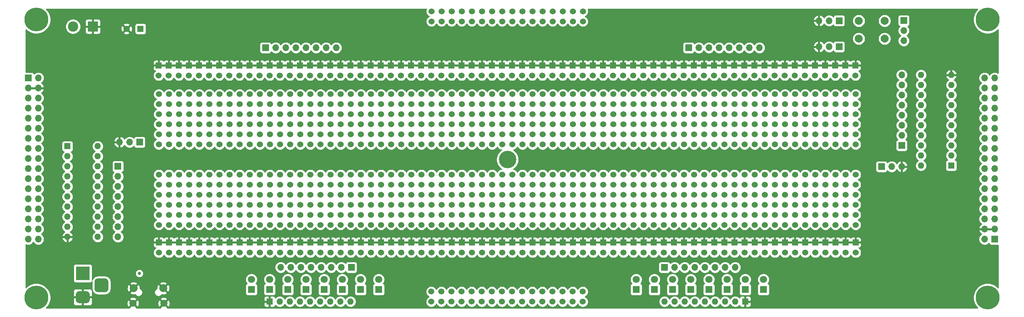
<source format=gbr>
%TF.GenerationSoftware,KiCad,Pcbnew,(5.1.10-1-10_14)*%
%TF.CreationDate,2021-08-21T14:50:14-04:00*%
%TF.ProjectId,breadboard-prototype,62726561-6462-46f6-9172-642d70726f74,rev?*%
%TF.SameCoordinates,Original*%
%TF.FileFunction,Copper,L2,Bot*%
%TF.FilePolarity,Positive*%
%FSLAX46Y46*%
G04 Gerber Fmt 4.6, Leading zero omitted, Abs format (unit mm)*
G04 Created by KiCad (PCBNEW (5.1.10-1-10_14)) date 2021-08-21 14:50:14*
%MOMM*%
%LPD*%
G01*
G04 APERTURE LIST*
%TA.AperFunction,ComponentPad*%
%ADD10O,1.600000X1.600000*%
%TD*%
%TA.AperFunction,ComponentPad*%
%ADD11R,1.600000X1.600000*%
%TD*%
%TA.AperFunction,ComponentPad*%
%ADD12O,1.700000X1.700000*%
%TD*%
%TA.AperFunction,ComponentPad*%
%ADD13R,1.700000X1.700000*%
%TD*%
%TA.AperFunction,ComponentPad*%
%ADD14C,2.000000*%
%TD*%
%TA.AperFunction,ComponentPad*%
%ADD15C,1.800000*%
%TD*%
%TA.AperFunction,ComponentPad*%
%ADD16R,3.500000X3.500000*%
%TD*%
%TA.AperFunction,ComponentPad*%
%ADD17R,1.800000X1.800000*%
%TD*%
%TA.AperFunction,ComponentPad*%
%ADD18C,1.524000*%
%TD*%
%TA.AperFunction,ComponentPad*%
%ADD19C,1.600000*%
%TD*%
%TA.AperFunction,ComponentPad*%
%ADD20C,0.700000*%
%TD*%
%TA.AperFunction,ComponentPad*%
%ADD21C,4.400000*%
%TD*%
%TA.AperFunction,ComponentPad*%
%ADD22R,1.524000X1.524000*%
%TD*%
%TA.AperFunction,ComponentPad*%
%ADD23C,0.800000*%
%TD*%
%TA.AperFunction,ComponentPad*%
%ADD24C,6.000000*%
%TD*%
%TA.AperFunction,ComponentPad*%
%ADD25C,2.600000*%
%TD*%
%TA.AperFunction,ComponentPad*%
%ADD26R,2.600000X2.600000*%
%TD*%
%TA.AperFunction,ViaPad*%
%ADD27C,0.800000*%
%TD*%
%TA.AperFunction,Conductor*%
%ADD28C,0.254000*%
%TD*%
%TA.AperFunction,Conductor*%
%ADD29C,0.100000*%
%TD*%
G04 APERTURE END LIST*
D10*
%TO.P,U2,20*%
%TO.N,VCC*%
X354584000Y-73660000D03*
%TO.P,U2,10*%
%TO.N,GND*%
X362204000Y-50800000D03*
%TO.P,U2,19*%
%TO.N,Net-(J6-Pad17)*%
X354584000Y-71120000D03*
%TO.P,U2,9*%
%TO.N,Net-(J6-Pad33)*%
X362204000Y-53340000D03*
%TO.P,U2,18*%
%TO.N,Net-(J8-Pad1)*%
X354584000Y-68580000D03*
%TO.P,U2,8*%
%TO.N,Net-(J6-Pad31)*%
X362204000Y-55880000D03*
%TO.P,U2,17*%
%TO.N,Net-(J8-Pad2)*%
X354584000Y-66040000D03*
%TO.P,U2,7*%
%TO.N,Net-(J6-Pad29)*%
X362204000Y-58420000D03*
%TO.P,U2,16*%
%TO.N,Net-(J8-Pad3)*%
X354584000Y-63500000D03*
%TO.P,U2,6*%
%TO.N,Net-(J6-Pad27)*%
X362204000Y-60960000D03*
%TO.P,U2,15*%
%TO.N,Net-(J8-Pad4)*%
X354584000Y-60960000D03*
%TO.P,U2,5*%
%TO.N,Net-(J6-Pad25)*%
X362204000Y-63500000D03*
%TO.P,U2,14*%
%TO.N,Net-(J8-Pad5)*%
X354584000Y-58420000D03*
%TO.P,U2,4*%
%TO.N,Net-(J6-Pad23)*%
X362204000Y-66040000D03*
%TO.P,U2,13*%
%TO.N,Net-(J8-Pad6)*%
X354584000Y-55880000D03*
%TO.P,U2,3*%
%TO.N,Net-(J6-Pad21)*%
X362204000Y-68580000D03*
%TO.P,U2,12*%
%TO.N,Net-(J8-Pad7)*%
X354584000Y-53340000D03*
%TO.P,U2,2*%
%TO.N,Net-(J6-Pad19)*%
X362204000Y-71120000D03*
%TO.P,U2,11*%
%TO.N,Net-(J8-Pad8)*%
X354584000Y-50800000D03*
D11*
%TO.P,U2,1*%
%TO.N,Net-(J7-Pad2)*%
X362204000Y-73660000D03*
%TD*%
D10*
%TO.P,U1,20*%
%TO.N,VCC*%
X147530000Y-68784000D03*
%TO.P,U1,10*%
%TO.N,GND*%
X139910000Y-91644000D03*
%TO.P,U1,19*%
%TO.N,Net-(J1-Pad17)*%
X147530000Y-71324000D03*
%TO.P,U1,9*%
%TO.N,Net-(J1-Pad33)*%
X139910000Y-89104000D03*
%TO.P,U1,18*%
%TO.N,Net-(J3-Pad1)*%
X147530000Y-73864000D03*
%TO.P,U1,8*%
%TO.N,Net-(J1-Pad31)*%
X139910000Y-86564000D03*
%TO.P,U1,17*%
%TO.N,Net-(J3-Pad2)*%
X147530000Y-76404000D03*
%TO.P,U1,7*%
%TO.N,Net-(J1-Pad29)*%
X139910000Y-84024000D03*
%TO.P,U1,16*%
%TO.N,Net-(J3-Pad3)*%
X147530000Y-78944000D03*
%TO.P,U1,6*%
%TO.N,Net-(J1-Pad27)*%
X139910000Y-81484000D03*
%TO.P,U1,15*%
%TO.N,Net-(J3-Pad4)*%
X147530000Y-81484000D03*
%TO.P,U1,5*%
%TO.N,Net-(J1-Pad25)*%
X139910000Y-78944000D03*
%TO.P,U1,14*%
%TO.N,Net-(J3-Pad5)*%
X147530000Y-84024000D03*
%TO.P,U1,4*%
%TO.N,Net-(J1-Pad23)*%
X139910000Y-76404000D03*
%TO.P,U1,13*%
%TO.N,Net-(J3-Pad6)*%
X147530000Y-86564000D03*
%TO.P,U1,3*%
%TO.N,Net-(J1-Pad21)*%
X139910000Y-73864000D03*
%TO.P,U1,12*%
%TO.N,Net-(J3-Pad7)*%
X147530000Y-89104000D03*
%TO.P,U1,2*%
%TO.N,Net-(J1-Pad19)*%
X139910000Y-71324000D03*
%TO.P,U1,11*%
%TO.N,Net-(J3-Pad8)*%
X147530000Y-91644000D03*
D11*
%TO.P,U1,1*%
%TO.N,Net-(J2-Pad2)*%
X139910000Y-68784000D03*
%TD*%
D12*
%TO.P,J20,3*%
%TO.N,Net-(J20-Pad1)*%
X350266000Y-42164000D03*
%TO.P,J20,2*%
X350266000Y-39624000D03*
D13*
%TO.P,J20,1*%
X350266000Y-37084000D03*
%TD*%
D12*
%TO.P,J18,3*%
%TO.N,GND*%
X328930000Y-43688000D03*
%TO.P,J18,2*%
%TO.N,Net-(J18-Pad2)*%
X331470000Y-43688000D03*
D13*
%TO.P,J18,1*%
%TO.N,VCC*%
X334010000Y-43688000D03*
%TD*%
D12*
%TO.P,J19,3*%
%TO.N,GND*%
X328930000Y-37142000D03*
%TO.P,J19,2*%
%TO.N,Net-(J19-Pad2)*%
X331470000Y-37142000D03*
D13*
%TO.P,J19,1*%
%TO.N,VCC*%
X334010000Y-37142000D03*
%TD*%
D14*
%TO.P,SW1,1*%
%TO.N,Net-(J20-Pad1)*%
X338940000Y-41656000D03*
%TO.P,SW1,2*%
%TO.N,Net-(J19-Pad2)*%
X338940000Y-37156000D03*
%TO.P,SW1,1*%
%TO.N,Net-(J20-Pad1)*%
X345440000Y-41656000D03*
%TO.P,SW1,2*%
%TO.N,Net-(J19-Pad2)*%
X345440000Y-37156000D03*
%TD*%
D15*
%TO.P,J4,6*%
%TO.N,GND*%
X164149000Y-108376000D03*
X156399000Y-108376000D03*
D14*
X163999000Y-104576000D03*
X156549000Y-104576000D03*
%TD*%
%TO.P,J17,3*%
%TO.N,N/C*%
%TA.AperFunction,ComponentPad*%
G36*
G01*
X149339000Y-105588000D02*
X147589000Y-105588000D01*
G75*
G02*
X146714000Y-104713000I0J875000D01*
G01*
X146714000Y-102963000D01*
G75*
G02*
X147589000Y-102088000I875000J0D01*
G01*
X149339000Y-102088000D01*
G75*
G02*
X150214000Y-102963000I0J-875000D01*
G01*
X150214000Y-104713000D01*
G75*
G02*
X149339000Y-105588000I-875000J0D01*
G01*
G37*
%TD.AperFunction*%
%TO.P,J17,2*%
%TO.N,GND*%
%TA.AperFunction,ComponentPad*%
G36*
G01*
X144764000Y-108338000D02*
X142764000Y-108338000D01*
G75*
G02*
X142014000Y-107588000I0J750000D01*
G01*
X142014000Y-106088000D01*
G75*
G02*
X142764000Y-105338000I750000J0D01*
G01*
X144764000Y-105338000D01*
G75*
G02*
X145514000Y-106088000I0J-750000D01*
G01*
X145514000Y-107588000D01*
G75*
G02*
X144764000Y-108338000I-750000J0D01*
G01*
G37*
%TD.AperFunction*%
D16*
%TO.P,J17,1*%
%TO.N,VCC*%
X143764000Y-100838000D03*
%TD*%
D10*
%TO.P,RN2,9*%
%TO.N,Net-(D37-Pad1)*%
X290068000Y-107950000D03*
%TO.P,RN2,8*%
%TO.N,Net-(D38-Pad1)*%
X292608000Y-107950000D03*
%TO.P,RN2,7*%
%TO.N,Net-(D39-Pad1)*%
X295148000Y-107950000D03*
%TO.P,RN2,6*%
%TO.N,Net-(D40-Pad1)*%
X297688000Y-107950000D03*
%TO.P,RN2,5*%
%TO.N,Net-(D41-Pad1)*%
X300228000Y-107950000D03*
%TO.P,RN2,4*%
%TO.N,Net-(D42-Pad1)*%
X302768000Y-107950000D03*
%TO.P,RN2,3*%
%TO.N,Net-(D43-Pad1)*%
X305308000Y-107950000D03*
%TO.P,RN2,2*%
%TO.N,Net-(D44-Pad1)*%
X307848000Y-107950000D03*
D11*
%TO.P,RN2,1*%
%TO.N,GND*%
X310388000Y-107950000D03*
%TD*%
D12*
%TO.P,J16,8*%
%TO.N,Net-(D44-Pad2)*%
X307848000Y-99314000D03*
%TO.P,J16,7*%
%TO.N,Net-(D43-Pad2)*%
X305308000Y-99314000D03*
%TO.P,J16,6*%
%TO.N,Net-(D42-Pad2)*%
X302768000Y-99314000D03*
%TO.P,J16,5*%
%TO.N,Net-(D41-Pad2)*%
X300228000Y-99314000D03*
%TO.P,J16,4*%
%TO.N,Net-(D40-Pad2)*%
X297688000Y-99314000D03*
%TO.P,J16,3*%
%TO.N,Net-(D39-Pad2)*%
X295148000Y-99314000D03*
%TO.P,J16,2*%
%TO.N,Net-(D38-Pad2)*%
X292608000Y-99314000D03*
D13*
%TO.P,J16,1*%
%TO.N,Net-(D37-Pad2)*%
X290068000Y-99314000D03*
%TD*%
D15*
%TO.P,D44,2*%
%TO.N,Net-(D44-Pad2)*%
X314960000Y-102362000D03*
D17*
%TO.P,D44,1*%
%TO.N,Net-(D44-Pad1)*%
X314960000Y-104902000D03*
%TD*%
D15*
%TO.P,D43,2*%
%TO.N,Net-(D43-Pad2)*%
X310388000Y-102362000D03*
D17*
%TO.P,D43,1*%
%TO.N,Net-(D43-Pad1)*%
X310388000Y-104902000D03*
%TD*%
D15*
%TO.P,D42,2*%
%TO.N,Net-(D42-Pad2)*%
X305816000Y-102362000D03*
D17*
%TO.P,D42,1*%
%TO.N,Net-(D42-Pad1)*%
X305816000Y-104902000D03*
%TD*%
D15*
%TO.P,D41,2*%
%TO.N,Net-(D41-Pad2)*%
X301244000Y-102362000D03*
D17*
%TO.P,D41,1*%
%TO.N,Net-(D41-Pad1)*%
X301244000Y-104902000D03*
%TD*%
D15*
%TO.P,D40,2*%
%TO.N,Net-(D40-Pad2)*%
X296672000Y-102362000D03*
D17*
%TO.P,D40,1*%
%TO.N,Net-(D40-Pad1)*%
X296672000Y-104902000D03*
%TD*%
D15*
%TO.P,D39,2*%
%TO.N,Net-(D39-Pad2)*%
X292100000Y-102362000D03*
D17*
%TO.P,D39,1*%
%TO.N,Net-(D39-Pad1)*%
X292100000Y-104902000D03*
%TD*%
D15*
%TO.P,D38,2*%
%TO.N,Net-(D38-Pad2)*%
X287528000Y-102362000D03*
D17*
%TO.P,D38,1*%
%TO.N,Net-(D38-Pad1)*%
X287528000Y-104902000D03*
%TD*%
D15*
%TO.P,D37,2*%
%TO.N,Net-(D37-Pad2)*%
X282956000Y-102362000D03*
D17*
%TO.P,D37,1*%
%TO.N,Net-(D37-Pad1)*%
X282956000Y-104902000D03*
%TD*%
D10*
%TO.P,RN1,9*%
%TO.N,Net-(D29-Pad1)*%
X211074000Y-107950000D03*
%TO.P,RN1,8*%
%TO.N,Net-(D30-Pad1)*%
X208534000Y-107950000D03*
%TO.P,RN1,7*%
%TO.N,Net-(D31-Pad1)*%
X205994000Y-107950000D03*
%TO.P,RN1,6*%
%TO.N,Net-(D32-Pad1)*%
X203454000Y-107950000D03*
%TO.P,RN1,5*%
%TO.N,Net-(D33-Pad1)*%
X200914000Y-107950000D03*
%TO.P,RN1,4*%
%TO.N,Net-(D34-Pad1)*%
X198374000Y-107950000D03*
%TO.P,RN1,3*%
%TO.N,Net-(D35-Pad1)*%
X195834000Y-107950000D03*
%TO.P,RN1,2*%
%TO.N,Net-(D36-Pad1)*%
X193294000Y-107950000D03*
D11*
%TO.P,RN1,1*%
%TO.N,GND*%
X190754000Y-107950000D03*
%TD*%
D12*
%TO.P,J15,8*%
%TO.N,Net-(D36-Pad2)*%
X193548000Y-99314000D03*
%TO.P,J15,7*%
%TO.N,Net-(D35-Pad2)*%
X196088000Y-99314000D03*
%TO.P,J15,6*%
%TO.N,Net-(D34-Pad2)*%
X198628000Y-99314000D03*
%TO.P,J15,5*%
%TO.N,Net-(D33-Pad2)*%
X201168000Y-99314000D03*
%TO.P,J15,4*%
%TO.N,Net-(D32-Pad2)*%
X203708000Y-99314000D03*
%TO.P,J15,3*%
%TO.N,Net-(D31-Pad2)*%
X206248000Y-99314000D03*
%TO.P,J15,2*%
%TO.N,Net-(D30-Pad2)*%
X208788000Y-99314000D03*
D13*
%TO.P,J15,1*%
%TO.N,Net-(D29-Pad2)*%
X211328000Y-99314000D03*
%TD*%
D15*
%TO.P,D36,2*%
%TO.N,Net-(D36-Pad2)*%
X186182000Y-102362000D03*
D17*
%TO.P,D36,1*%
%TO.N,Net-(D36-Pad1)*%
X186182000Y-104902000D03*
%TD*%
D15*
%TO.P,D35,2*%
%TO.N,Net-(D35-Pad2)*%
X190754000Y-102362000D03*
D17*
%TO.P,D35,1*%
%TO.N,Net-(D35-Pad1)*%
X190754000Y-104902000D03*
%TD*%
D15*
%TO.P,D34,2*%
%TO.N,Net-(D34-Pad2)*%
X195326000Y-102362000D03*
D17*
%TO.P,D34,1*%
%TO.N,Net-(D34-Pad1)*%
X195326000Y-104902000D03*
%TD*%
D15*
%TO.P,D33,2*%
%TO.N,Net-(D33-Pad2)*%
X199898000Y-102362000D03*
D17*
%TO.P,D33,1*%
%TO.N,Net-(D33-Pad1)*%
X199898000Y-104902000D03*
%TD*%
D15*
%TO.P,D32,2*%
%TO.N,Net-(D32-Pad2)*%
X204470000Y-102362000D03*
D17*
%TO.P,D32,1*%
%TO.N,Net-(D32-Pad1)*%
X204470000Y-104902000D03*
%TD*%
D15*
%TO.P,D31,2*%
%TO.N,Net-(D31-Pad2)*%
X209042000Y-102362000D03*
D17*
%TO.P,D31,1*%
%TO.N,Net-(D31-Pad1)*%
X209042000Y-104902000D03*
%TD*%
D15*
%TO.P,D30,2*%
%TO.N,Net-(D30-Pad2)*%
X213614000Y-102362000D03*
D17*
%TO.P,D30,1*%
%TO.N,Net-(D30-Pad1)*%
X213614000Y-104902000D03*
%TD*%
D15*
%TO.P,D29,2*%
%TO.N,Net-(D29-Pad2)*%
X218186000Y-102362000D03*
D17*
%TO.P,D29,1*%
%TO.N,Net-(D29-Pad1)*%
X218186000Y-104902000D03*
%TD*%
D12*
%TO.P,J13,8*%
%TO.N,Net-(D28-Pad2)*%
X313944000Y-43942000D03*
%TO.P,J13,7*%
%TO.N,Net-(D27-Pad2)*%
X311404000Y-43942000D03*
%TO.P,J13,6*%
%TO.N,Net-(D26-Pad2)*%
X308864000Y-43942000D03*
%TO.P,J13,5*%
%TO.N,Net-(D25-Pad2)*%
X306324000Y-43942000D03*
%TO.P,J13,4*%
%TO.N,Net-(D24-Pad2)*%
X303784000Y-43942000D03*
%TO.P,J13,3*%
%TO.N,Net-(D23-Pad2)*%
X301244000Y-43942000D03*
%TO.P,J13,2*%
%TO.N,Net-(D22-Pad2)*%
X298704000Y-43942000D03*
D13*
%TO.P,J13,1*%
%TO.N,Net-(D21-Pad2)*%
X296164000Y-43942000D03*
%TD*%
D12*
%TO.P,J12,8*%
%TO.N,Net-(D20-Pad2)*%
X207518000Y-43942000D03*
%TO.P,J12,7*%
%TO.N,Net-(D19-Pad2)*%
X204978000Y-43942000D03*
%TO.P,J12,6*%
%TO.N,Net-(D18-Pad2)*%
X202438000Y-43942000D03*
%TO.P,J12,5*%
%TO.N,Net-(D17-Pad2)*%
X199898000Y-43942000D03*
%TO.P,J12,4*%
%TO.N,Net-(D16-Pad2)*%
X197358000Y-43942000D03*
%TO.P,J12,3*%
%TO.N,Net-(D15-Pad2)*%
X194818000Y-43942000D03*
%TO.P,J12,2*%
%TO.N,Net-(D14-Pad2)*%
X192278000Y-43942000D03*
D13*
%TO.P,J12,1*%
%TO.N,Net-(D13-Pad2)*%
X189738000Y-43942000D03*
%TD*%
D18*
%TO.P,J11,37*%
%TO.N,Net-(J11-Pad37)*%
X254340000Y-65790000D03*
%TO.P,J11,26*%
%TO.N,Net-(J11-Pad26)*%
X226400000Y-65790000D03*
%TO.P,J11,40*%
%TO.N,Net-(J11-Pad40)*%
X261960000Y-65790000D03*
%TO.P,J11,43*%
%TO.N,Net-(J11-Pad43)*%
X269580000Y-65790000D03*
%TO.P,J11,42*%
%TO.N,Net-(J11-Pad42)*%
X267040000Y-65790000D03*
%TO.P,J11,33*%
%TO.N,Net-(J11-Pad33)*%
X244180000Y-68320000D03*
%TO.P,J11,32*%
%TO.N,Net-(J11-Pad32)*%
X241640000Y-68320000D03*
%TO.P,J11,64*%
%TO.N,Net-(J11-Pad64)*%
X322920000Y-65790000D03*
%TO.P,J11,63*%
%TO.N,Net-(J11-Pad63)*%
X320380000Y-65790000D03*
%TO.P,J11,62*%
%TO.N,Net-(J11-Pad62)*%
X317840000Y-65790000D03*
%TO.P,J11,9*%
%TO.N,Net-(J11-Pad9)*%
X183220000Y-65790000D03*
%TO.P,J11,8*%
%TO.N,Net-(J11-Pad8)*%
X180680000Y-65790000D03*
%TO.P,J11,28*%
%TO.N,Net-(J11-Pad28)*%
X231480000Y-65790000D03*
%TO.P,J11,25*%
%TO.N,Net-(J11-Pad25)*%
X223860000Y-65790000D03*
%TO.P,J11,24*%
%TO.N,Net-(J11-Pad24)*%
X221320000Y-65790000D03*
%TO.P,J11,23*%
%TO.N,Net-(J11-Pad23)*%
X218780000Y-65790000D03*
%TO.P,J11,22*%
%TO.N,Net-(J11-Pad22)*%
X216240000Y-65790000D03*
%TO.P,J11,21*%
%TO.N,Net-(J11-Pad21)*%
X213700000Y-65790000D03*
%TO.P,J11,20*%
%TO.N,Net-(J11-Pad20)*%
X211160000Y-65790000D03*
%TO.P,J11,19*%
%TO.N,Net-(J11-Pad19)*%
X208620000Y-65790000D03*
%TO.P,J11,50*%
%TO.N,Net-(J11-Pad50)*%
X287360000Y-65790000D03*
%TO.P,J11,49*%
%TO.N,Net-(J11-Pad49)*%
X284820000Y-65790000D03*
%TO.P,J11,48*%
%TO.N,Net-(J11-Pad48)*%
X282280000Y-65790000D03*
%TO.P,J11,47*%
%TO.N,Net-(J11-Pad47)*%
X279740000Y-65790000D03*
%TO.P,J11,1*%
%TO.N,Net-(J11-Pad1)*%
X162900000Y-65790000D03*
%TO.P,J11,17*%
%TO.N,Net-(J11-Pad17)*%
X203540000Y-65790000D03*
%TO.P,J11,16*%
%TO.N,Net-(J11-Pad16)*%
X201000000Y-65790000D03*
%TO.P,J11,15*%
%TO.N,Net-(J11-Pad15)*%
X198460000Y-65790000D03*
%TO.P,J11,4*%
%TO.N,Net-(J11-Pad4)*%
X170520000Y-65790000D03*
%TO.P,J11,3*%
%TO.N,Net-(J11-Pad3)*%
X167980000Y-65790000D03*
%TO.P,J11,2*%
%TO.N,Net-(J11-Pad2)*%
X165440000Y-65790000D03*
%TO.P,J11,35*%
%TO.N,Net-(J11-Pad35)*%
X249260000Y-65790000D03*
%TO.P,J11,34*%
%TO.N,Net-(J11-Pad34)*%
X246720000Y-65790000D03*
%TO.P,J11,31*%
%TO.N,Net-(J11-Pad31)*%
X239100000Y-65790000D03*
%TO.P,J11,30*%
%TO.N,Net-(J11-Pad30)*%
X236560000Y-65790000D03*
%TO.P,J11,29*%
%TO.N,Net-(J11-Pad29)*%
X234020000Y-65790000D03*
%TO.P,J11,7*%
%TO.N,Net-(J11-Pad7)*%
X178140000Y-65790000D03*
%TO.P,J11,6*%
%TO.N,Net-(J11-Pad6)*%
X175600000Y-65790000D03*
%TO.P,J11,5*%
%TO.N,Net-(J11-Pad5)*%
X173060000Y-65790000D03*
%TO.P,J11,14*%
%TO.N,Net-(J11-Pad14)*%
X195920000Y-65790000D03*
%TO.P,J11,13*%
%TO.N,Net-(J11-Pad13)*%
X193380000Y-65790000D03*
%TO.P,J11,12*%
%TO.N,Net-(J11-Pad12)*%
X190840000Y-65790000D03*
%TO.P,J11,11*%
%TO.N,Net-(J11-Pad11)*%
X188300000Y-65790000D03*
%TO.P,J11,10*%
%TO.N,Net-(J11-Pad10)*%
X185760000Y-65790000D03*
%TO.P,J11,46*%
%TO.N,Net-(J11-Pad46)*%
X277200000Y-65790000D03*
%TO.P,J11,45*%
%TO.N,Net-(J11-Pad45)*%
X274660000Y-65790000D03*
%TO.P,J11,44*%
%TO.N,Net-(J11-Pad44)*%
X272120000Y-65790000D03*
%TO.P,J11,18*%
%TO.N,Net-(J11-Pad18)*%
X206080000Y-65790000D03*
%TO.P,J11,61*%
%TO.N,Net-(J11-Pad61)*%
X315300000Y-65790000D03*
%TO.P,J11,60*%
%TO.N,Net-(J11-Pad60)*%
X312760000Y-65790000D03*
%TO.P,J11,59*%
%TO.N,Net-(J11-Pad59)*%
X310220000Y-65790000D03*
%TO.P,J11,58*%
%TO.N,Net-(J11-Pad58)*%
X307680000Y-65790000D03*
%TO.P,J11,57*%
%TO.N,Net-(J11-Pad57)*%
X305140000Y-65790000D03*
%TO.P,J11,56*%
%TO.N,Net-(J11-Pad56)*%
X302600000Y-65790000D03*
%TO.P,J11,33*%
%TO.N,Net-(J11-Pad33)*%
X244180000Y-65790000D03*
%TO.P,J11,32*%
%TO.N,Net-(J11-Pad32)*%
X241640000Y-65790000D03*
%TO.P,J11,55*%
%TO.N,Net-(J11-Pad55)*%
X300060000Y-65790000D03*
%TO.P,J11,54*%
%TO.N,Net-(J11-Pad54)*%
X297520000Y-65790000D03*
%TO.P,J11,53*%
%TO.N,Net-(J11-Pad53)*%
X294980000Y-65790000D03*
%TO.P,J11,52*%
%TO.N,Net-(J11-Pad52)*%
X292440000Y-65790000D03*
%TO.P,J11,51*%
%TO.N,Net-(J11-Pad51)*%
X289900000Y-65790000D03*
%TO.P,J11,10*%
%TO.N,Net-(J11-Pad10)*%
X185760000Y-68320000D03*
%TO.P,J11,9*%
%TO.N,Net-(J11-Pad9)*%
X183220000Y-68320000D03*
%TO.P,J11,2*%
%TO.N,Net-(J11-Pad2)*%
X165440000Y-68320000D03*
%TO.P,J11,70*%
%TO.N,Net-(J11-Pad70)*%
X338160000Y-65790000D03*
%TO.P,J11,69*%
%TO.N,Net-(J11-Pad69)*%
X335620000Y-65790000D03*
%TO.P,J11,68*%
%TO.N,Net-(J11-Pad68)*%
X333080000Y-65790000D03*
%TO.P,J11,61*%
%TO.N,Net-(J11-Pad61)*%
X315300000Y-68320000D03*
%TO.P,J11,60*%
%TO.N,Net-(J11-Pad60)*%
X312760000Y-68320000D03*
%TO.P,J11,59*%
%TO.N,Net-(J11-Pad59)*%
X310220000Y-68320000D03*
%TO.P,J11,58*%
%TO.N,Net-(J11-Pad58)*%
X307680000Y-68320000D03*
%TO.P,J11,57*%
%TO.N,Net-(J11-Pad57)*%
X305140000Y-68320000D03*
%TO.P,J11,56*%
%TO.N,Net-(J11-Pad56)*%
X302600000Y-68320000D03*
%TO.P,J11,11*%
%TO.N,Net-(J11-Pad11)*%
X188300000Y-68320000D03*
%TO.P,J11,67*%
%TO.N,Net-(J11-Pad67)*%
X330540000Y-65790000D03*
%TO.P,J11,66*%
%TO.N,Net-(J11-Pad66)*%
X328000000Y-65790000D03*
%TO.P,J11,65*%
%TO.N,Net-(J11-Pad65)*%
X325460000Y-65790000D03*
%TO.P,J11,36*%
%TO.N,Net-(J11-Pad36)*%
X251800000Y-65790000D03*
%TO.P,J11,38*%
%TO.N,Net-(J11-Pad38)*%
X256880000Y-65790000D03*
%TO.P,J11,66*%
%TO.N,Net-(J11-Pad66)*%
X328000000Y-68320000D03*
%TO.P,J11,65*%
%TO.N,Net-(J11-Pad65)*%
X325460000Y-68320000D03*
%TO.P,J11,53*%
%TO.N,Net-(J11-Pad53)*%
X294980000Y-68320000D03*
%TO.P,J11,52*%
%TO.N,Net-(J11-Pad52)*%
X292440000Y-68320000D03*
%TO.P,J11,51*%
%TO.N,Net-(J11-Pad51)*%
X289900000Y-68320000D03*
%TO.P,J11,50*%
%TO.N,Net-(J11-Pad50)*%
X287360000Y-68320000D03*
%TO.P,J11,30*%
%TO.N,Net-(J11-Pad30)*%
X236560000Y-68320000D03*
%TO.P,J11,29*%
%TO.N,Net-(J11-Pad29)*%
X234020000Y-68320000D03*
%TO.P,J11,28*%
%TO.N,Net-(J11-Pad28)*%
X231480000Y-68320000D03*
%TO.P,J11,27*%
%TO.N,Net-(J11-Pad27)*%
X228940000Y-68320000D03*
%TO.P,J11,26*%
%TO.N,Net-(J11-Pad26)*%
X226400000Y-68320000D03*
%TO.P,J11,25*%
%TO.N,Net-(J11-Pad25)*%
X223860000Y-68320000D03*
%TO.P,J11,24*%
%TO.N,Net-(J11-Pad24)*%
X221320000Y-68320000D03*
%TO.P,J11,23*%
%TO.N,Net-(J11-Pad23)*%
X218780000Y-68320000D03*
%TO.P,J11,22*%
%TO.N,Net-(J11-Pad22)*%
X216240000Y-68320000D03*
%TO.P,J11,21*%
%TO.N,Net-(J11-Pad21)*%
X213700000Y-68320000D03*
%TO.P,J11,20*%
%TO.N,Net-(J11-Pad20)*%
X211160000Y-68320000D03*
%TO.P,J11,19*%
%TO.N,Net-(J11-Pad19)*%
X208620000Y-68320000D03*
%TO.P,J11,18*%
%TO.N,Net-(J11-Pad18)*%
X206080000Y-68320000D03*
%TO.P,J11,17*%
%TO.N,Net-(J11-Pad17)*%
X203540000Y-68320000D03*
%TO.P,J11,16*%
%TO.N,Net-(J11-Pad16)*%
X201000000Y-68320000D03*
%TO.P,J11,36*%
%TO.N,Net-(J11-Pad36)*%
X251800000Y-68320000D03*
%TO.P,J11,35*%
%TO.N,Net-(J11-Pad35)*%
X249260000Y-68320000D03*
%TO.P,J11,7*%
%TO.N,Net-(J11-Pad7)*%
X178140000Y-68320000D03*
%TO.P,J11,8*%
%TO.N,Net-(J11-Pad8)*%
X180680000Y-68320000D03*
%TO.P,J11,5*%
%TO.N,Net-(J11-Pad5)*%
X173060000Y-68320000D03*
%TO.P,J11,6*%
%TO.N,Net-(J11-Pad6)*%
X175600000Y-68320000D03*
%TO.P,J11,70*%
%TO.N,Net-(J11-Pad70)*%
X338160000Y-68320000D03*
%TO.P,J11,55*%
%TO.N,Net-(J11-Pad55)*%
X300060000Y-68320000D03*
%TO.P,J11,54*%
%TO.N,Net-(J11-Pad54)*%
X297520000Y-68320000D03*
%TO.P,J11,64*%
%TO.N,Net-(J11-Pad64)*%
X322920000Y-68320000D03*
%TO.P,J11,63*%
%TO.N,Net-(J11-Pad63)*%
X320380000Y-68320000D03*
%TO.P,J11,62*%
%TO.N,Net-(J11-Pad62)*%
X317840000Y-68320000D03*
%TO.P,J11,31*%
%TO.N,Net-(J11-Pad31)*%
X239100000Y-68320000D03*
%TO.P,J11,49*%
%TO.N,Net-(J11-Pad49)*%
X284820000Y-68320000D03*
%TO.P,J11,48*%
%TO.N,Net-(J11-Pad48)*%
X282280000Y-68320000D03*
%TO.P,J11,47*%
%TO.N,Net-(J11-Pad47)*%
X279740000Y-68320000D03*
%TO.P,J11,46*%
%TO.N,Net-(J11-Pad46)*%
X277200000Y-68320000D03*
%TO.P,J11,45*%
%TO.N,Net-(J11-Pad45)*%
X274660000Y-68320000D03*
%TO.P,J11,44*%
%TO.N,Net-(J11-Pad44)*%
X272120000Y-68320000D03*
%TO.P,J11,43*%
%TO.N,Net-(J11-Pad43)*%
X269580000Y-68320000D03*
%TO.P,J11,42*%
%TO.N,Net-(J11-Pad42)*%
X267040000Y-68320000D03*
%TO.P,J11,41*%
%TO.N,Net-(J11-Pad41)*%
X264500000Y-68320000D03*
%TO.P,J11,40*%
%TO.N,Net-(J11-Pad40)*%
X261960000Y-68320000D03*
%TO.P,J11,39*%
%TO.N,Net-(J11-Pad39)*%
X259420000Y-68320000D03*
%TO.P,J11,38*%
%TO.N,Net-(J11-Pad38)*%
X256880000Y-68320000D03*
%TO.P,J11,37*%
%TO.N,Net-(J11-Pad37)*%
X254340000Y-68320000D03*
%TO.P,J11,3*%
%TO.N,Net-(J11-Pad3)*%
X167980000Y-68320000D03*
%TO.P,J11,1*%
%TO.N,Net-(J11-Pad1)*%
X162900000Y-68320000D03*
%TO.P,J11,15*%
%TO.N,Net-(J11-Pad15)*%
X198460000Y-68320000D03*
%TO.P,J11,14*%
%TO.N,Net-(J11-Pad14)*%
X195920000Y-68320000D03*
%TO.P,J11,13*%
%TO.N,Net-(J11-Pad13)*%
X193380000Y-68320000D03*
%TO.P,J11,12*%
%TO.N,Net-(J11-Pad12)*%
X190840000Y-68320000D03*
%TO.P,J11,4*%
%TO.N,Net-(J11-Pad4)*%
X170520000Y-68320000D03*
%TO.P,J11,69*%
%TO.N,Net-(J11-Pad69)*%
X335620000Y-68320000D03*
%TO.P,J11,68*%
%TO.N,Net-(J11-Pad68)*%
X333080000Y-68320000D03*
%TO.P,J11,67*%
%TO.N,Net-(J11-Pad67)*%
X330540000Y-68320000D03*
%TO.P,J11,34*%
%TO.N,Net-(J11-Pad34)*%
X246720000Y-68320000D03*
%TO.P,J11,39*%
%TO.N,Net-(J11-Pad39)*%
X259420000Y-65790000D03*
%TO.P,J11,27*%
%TO.N,Net-(J11-Pad27)*%
X228940000Y-65790000D03*
%TO.P,J11,41*%
%TO.N,Net-(J11-Pad41)*%
X264500000Y-65790000D03*
%TO.P,J11,66*%
%TO.N,Net-(J11-Pad66)*%
X328000000Y-63250000D03*
%TO.P,J11,65*%
%TO.N,Net-(J11-Pad65)*%
X325460000Y-63250000D03*
%TO.P,J11,53*%
%TO.N,Net-(J11-Pad53)*%
X294980000Y-63250000D03*
%TO.P,J11,52*%
%TO.N,Net-(J11-Pad52)*%
X292440000Y-63250000D03*
%TO.P,J11,51*%
%TO.N,Net-(J11-Pad51)*%
X289900000Y-63250000D03*
%TO.P,J11,50*%
%TO.N,Net-(J11-Pad50)*%
X287360000Y-63250000D03*
%TO.P,J11,30*%
%TO.N,Net-(J11-Pad30)*%
X236560000Y-63250000D03*
%TO.P,J11,29*%
%TO.N,Net-(J11-Pad29)*%
X234020000Y-63250000D03*
%TO.P,J11,28*%
%TO.N,Net-(J11-Pad28)*%
X231480000Y-63250000D03*
%TO.P,J11,27*%
%TO.N,Net-(J11-Pad27)*%
X228940000Y-63250000D03*
%TO.P,J11,26*%
%TO.N,Net-(J11-Pad26)*%
X226400000Y-63250000D03*
%TO.P,J11,25*%
%TO.N,Net-(J11-Pad25)*%
X223860000Y-63250000D03*
%TO.P,J11,24*%
%TO.N,Net-(J11-Pad24)*%
X221320000Y-63250000D03*
%TO.P,J11,23*%
%TO.N,Net-(J11-Pad23)*%
X218780000Y-63250000D03*
%TO.P,J11,22*%
%TO.N,Net-(J11-Pad22)*%
X216240000Y-63250000D03*
%TO.P,J11,21*%
%TO.N,Net-(J11-Pad21)*%
X213700000Y-63250000D03*
%TO.P,J11,20*%
%TO.N,Net-(J11-Pad20)*%
X211160000Y-63250000D03*
%TO.P,J11,19*%
%TO.N,Net-(J11-Pad19)*%
X208620000Y-63250000D03*
%TO.P,J11,18*%
%TO.N,Net-(J11-Pad18)*%
X206080000Y-63250000D03*
%TO.P,J11,17*%
%TO.N,Net-(J11-Pad17)*%
X203540000Y-63250000D03*
%TO.P,J11,16*%
%TO.N,Net-(J11-Pad16)*%
X201000000Y-63250000D03*
%TO.P,J11,36*%
%TO.N,Net-(J11-Pad36)*%
X251800000Y-63250000D03*
%TO.P,J11,35*%
%TO.N,Net-(J11-Pad35)*%
X249260000Y-63250000D03*
%TO.P,J11,7*%
%TO.N,Net-(J11-Pad7)*%
X178140000Y-63250000D03*
%TO.P,J11,8*%
%TO.N,Net-(J11-Pad8)*%
X180680000Y-63250000D03*
%TO.P,J11,5*%
%TO.N,Net-(J11-Pad5)*%
X173060000Y-63250000D03*
%TO.P,J11,6*%
%TO.N,Net-(J11-Pad6)*%
X175600000Y-63250000D03*
%TO.P,J11,70*%
%TO.N,Net-(J11-Pad70)*%
X338160000Y-63250000D03*
%TO.P,J11,55*%
%TO.N,Net-(J11-Pad55)*%
X300060000Y-63250000D03*
%TO.P,J11,54*%
%TO.N,Net-(J11-Pad54)*%
X297520000Y-63250000D03*
%TO.P,J11,64*%
%TO.N,Net-(J11-Pad64)*%
X322920000Y-63250000D03*
%TO.P,J11,63*%
%TO.N,Net-(J11-Pad63)*%
X320380000Y-63250000D03*
%TO.P,J11,62*%
%TO.N,Net-(J11-Pad62)*%
X317840000Y-63250000D03*
%TO.P,J11,31*%
%TO.N,Net-(J11-Pad31)*%
X239100000Y-63250000D03*
%TO.P,J11,49*%
%TO.N,Net-(J11-Pad49)*%
X284820000Y-63250000D03*
%TO.P,J11,48*%
%TO.N,Net-(J11-Pad48)*%
X282280000Y-63250000D03*
%TO.P,J11,47*%
%TO.N,Net-(J11-Pad47)*%
X279740000Y-63250000D03*
%TO.P,J11,46*%
%TO.N,Net-(J11-Pad46)*%
X277200000Y-63250000D03*
%TO.P,J11,45*%
%TO.N,Net-(J11-Pad45)*%
X274660000Y-63250000D03*
%TO.P,J11,44*%
%TO.N,Net-(J11-Pad44)*%
X272120000Y-63250000D03*
%TO.P,J11,43*%
%TO.N,Net-(J11-Pad43)*%
X269580000Y-63250000D03*
%TO.P,J11,42*%
%TO.N,Net-(J11-Pad42)*%
X267040000Y-63250000D03*
%TO.P,J11,41*%
%TO.N,Net-(J11-Pad41)*%
X264500000Y-63250000D03*
%TO.P,J11,40*%
%TO.N,Net-(J11-Pad40)*%
X261960000Y-63250000D03*
%TO.P,J11,39*%
%TO.N,Net-(J11-Pad39)*%
X259420000Y-63250000D03*
%TO.P,J11,38*%
%TO.N,Net-(J11-Pad38)*%
X256880000Y-63250000D03*
%TO.P,J11,37*%
%TO.N,Net-(J11-Pad37)*%
X254340000Y-63250000D03*
%TO.P,J11,3*%
%TO.N,Net-(J11-Pad3)*%
X167980000Y-63250000D03*
%TO.P,J11,1*%
%TO.N,Net-(J11-Pad1)*%
X162900000Y-63250000D03*
%TO.P,J11,15*%
%TO.N,Net-(J11-Pad15)*%
X198460000Y-63250000D03*
%TO.P,J11,14*%
%TO.N,Net-(J11-Pad14)*%
X195920000Y-63250000D03*
%TO.P,J11,13*%
%TO.N,Net-(J11-Pad13)*%
X193380000Y-63250000D03*
%TO.P,J11,12*%
%TO.N,Net-(J11-Pad12)*%
X190840000Y-63250000D03*
%TO.P,J11,4*%
%TO.N,Net-(J11-Pad4)*%
X170520000Y-63250000D03*
%TO.P,J11,69*%
%TO.N,Net-(J11-Pad69)*%
X335620000Y-63250000D03*
%TO.P,J11,68*%
%TO.N,Net-(J11-Pad68)*%
X333080000Y-63250000D03*
%TO.P,J11,67*%
%TO.N,Net-(J11-Pad67)*%
X330540000Y-63250000D03*
%TO.P,J11,34*%
%TO.N,Net-(J11-Pad34)*%
X246720000Y-63250000D03*
%TO.P,J11,33*%
%TO.N,Net-(J11-Pad33)*%
X244180000Y-63250000D03*
%TO.P,J11,32*%
%TO.N,Net-(J11-Pad32)*%
X241640000Y-63250000D03*
%TO.P,J11,61*%
%TO.N,Net-(J11-Pad61)*%
X315300000Y-63250000D03*
%TO.P,J11,60*%
%TO.N,Net-(J11-Pad60)*%
X312760000Y-63250000D03*
%TO.P,J11,59*%
%TO.N,Net-(J11-Pad59)*%
X310220000Y-63250000D03*
%TO.P,J11,58*%
%TO.N,Net-(J11-Pad58)*%
X307680000Y-63250000D03*
%TO.P,J11,57*%
%TO.N,Net-(J11-Pad57)*%
X305140000Y-63250000D03*
%TO.P,J11,56*%
%TO.N,Net-(J11-Pad56)*%
X302600000Y-63250000D03*
%TO.P,J11,11*%
%TO.N,Net-(J11-Pad11)*%
X188300000Y-63250000D03*
%TO.P,J11,10*%
%TO.N,Net-(J11-Pad10)*%
X185760000Y-63250000D03*
%TO.P,J11,9*%
%TO.N,Net-(J11-Pad9)*%
X183220000Y-63250000D03*
%TO.P,J11,2*%
%TO.N,Net-(J11-Pad2)*%
X165440000Y-63250000D03*
%TO.P,J11,70*%
%TO.N,Net-(J11-Pad70)*%
X338160000Y-60720000D03*
%TO.P,J11,69*%
%TO.N,Net-(J11-Pad69)*%
X335620000Y-60720000D03*
%TO.P,J11,68*%
%TO.N,Net-(J11-Pad68)*%
X333080000Y-60720000D03*
%TO.P,J11,67*%
%TO.N,Net-(J11-Pad67)*%
X330540000Y-60720000D03*
%TO.P,J11,66*%
%TO.N,Net-(J11-Pad66)*%
X328000000Y-60720000D03*
%TO.P,J11,65*%
%TO.N,Net-(J11-Pad65)*%
X325460000Y-60720000D03*
%TO.P,J11,64*%
%TO.N,Net-(J11-Pad64)*%
X322920000Y-60720000D03*
%TO.P,J11,63*%
%TO.N,Net-(J11-Pad63)*%
X320380000Y-60720000D03*
%TO.P,J11,62*%
%TO.N,Net-(J11-Pad62)*%
X317840000Y-60720000D03*
%TO.P,J11,9*%
%TO.N,Net-(J11-Pad9)*%
X183220000Y-60720000D03*
%TO.P,J11,8*%
%TO.N,Net-(J11-Pad8)*%
X180680000Y-60720000D03*
%TO.P,J11,7*%
%TO.N,Net-(J11-Pad7)*%
X178140000Y-60720000D03*
%TO.P,J11,6*%
%TO.N,Net-(J11-Pad6)*%
X175600000Y-60720000D03*
%TO.P,J11,5*%
%TO.N,Net-(J11-Pad5)*%
X173060000Y-60720000D03*
%TO.P,J11,4*%
%TO.N,Net-(J11-Pad4)*%
X170520000Y-60720000D03*
%TO.P,J11,3*%
%TO.N,Net-(J11-Pad3)*%
X167980000Y-60720000D03*
%TO.P,J11,2*%
%TO.N,Net-(J11-Pad2)*%
X165440000Y-60720000D03*
%TO.P,J11,35*%
%TO.N,Net-(J11-Pad35)*%
X249260000Y-60720000D03*
%TO.P,J11,34*%
%TO.N,Net-(J11-Pad34)*%
X246720000Y-60720000D03*
%TO.P,J11,33*%
%TO.N,Net-(J11-Pad33)*%
X244180000Y-60720000D03*
%TO.P,J11,32*%
%TO.N,Net-(J11-Pad32)*%
X241640000Y-60720000D03*
%TO.P,J11,31*%
%TO.N,Net-(J11-Pad31)*%
X239100000Y-60720000D03*
%TO.P,J11,30*%
%TO.N,Net-(J11-Pad30)*%
X236560000Y-60720000D03*
%TO.P,J11,29*%
%TO.N,Net-(J11-Pad29)*%
X234020000Y-60720000D03*
%TO.P,J11,28*%
%TO.N,Net-(J11-Pad28)*%
X231480000Y-60720000D03*
%TO.P,J11,25*%
%TO.N,Net-(J11-Pad25)*%
X223860000Y-60720000D03*
%TO.P,J11,24*%
%TO.N,Net-(J11-Pad24)*%
X221320000Y-60720000D03*
%TO.P,J11,23*%
%TO.N,Net-(J11-Pad23)*%
X218780000Y-60720000D03*
%TO.P,J11,22*%
%TO.N,Net-(J11-Pad22)*%
X216240000Y-60720000D03*
%TO.P,J11,21*%
%TO.N,Net-(J11-Pad21)*%
X213700000Y-60720000D03*
%TO.P,J11,20*%
%TO.N,Net-(J11-Pad20)*%
X211160000Y-60720000D03*
%TO.P,J11,19*%
%TO.N,Net-(J11-Pad19)*%
X208620000Y-60720000D03*
%TO.P,J11,18*%
%TO.N,Net-(J11-Pad18)*%
X206080000Y-60720000D03*
%TO.P,J11,61*%
%TO.N,Net-(J11-Pad61)*%
X315300000Y-60720000D03*
%TO.P,J11,60*%
%TO.N,Net-(J11-Pad60)*%
X312760000Y-60720000D03*
%TO.P,J11,59*%
%TO.N,Net-(J11-Pad59)*%
X310220000Y-60720000D03*
%TO.P,J11,58*%
%TO.N,Net-(J11-Pad58)*%
X307680000Y-60720000D03*
%TO.P,J11,57*%
%TO.N,Net-(J11-Pad57)*%
X305140000Y-60720000D03*
%TO.P,J11,56*%
%TO.N,Net-(J11-Pad56)*%
X302600000Y-60720000D03*
%TO.P,J11,55*%
%TO.N,Net-(J11-Pad55)*%
X300060000Y-60720000D03*
%TO.P,J11,54*%
%TO.N,Net-(J11-Pad54)*%
X297520000Y-60720000D03*
%TO.P,J11,53*%
%TO.N,Net-(J11-Pad53)*%
X294980000Y-60720000D03*
%TO.P,J11,52*%
%TO.N,Net-(J11-Pad52)*%
X292440000Y-60720000D03*
%TO.P,J11,51*%
%TO.N,Net-(J11-Pad51)*%
X289900000Y-60720000D03*
%TO.P,J11,50*%
%TO.N,Net-(J11-Pad50)*%
X287360000Y-60720000D03*
%TO.P,J11,49*%
%TO.N,Net-(J11-Pad49)*%
X284820000Y-60720000D03*
%TO.P,J11,48*%
%TO.N,Net-(J11-Pad48)*%
X282280000Y-60720000D03*
%TO.P,J11,47*%
%TO.N,Net-(J11-Pad47)*%
X279740000Y-60720000D03*
%TO.P,J11,1*%
%TO.N,Net-(J11-Pad1)*%
X162900000Y-60720000D03*
%TO.P,J11,17*%
%TO.N,Net-(J11-Pad17)*%
X203540000Y-60720000D03*
%TO.P,J11,16*%
%TO.N,Net-(J11-Pad16)*%
X201000000Y-60720000D03*
%TO.P,J11,15*%
%TO.N,Net-(J11-Pad15)*%
X198460000Y-60720000D03*
%TO.P,J11,14*%
%TO.N,Net-(J11-Pad14)*%
X195920000Y-60720000D03*
%TO.P,J11,13*%
%TO.N,Net-(J11-Pad13)*%
X193380000Y-60720000D03*
%TO.P,J11,12*%
%TO.N,Net-(J11-Pad12)*%
X190840000Y-60720000D03*
%TO.P,J11,11*%
%TO.N,Net-(J11-Pad11)*%
X188300000Y-60720000D03*
%TO.P,J11,10*%
%TO.N,Net-(J11-Pad10)*%
X185760000Y-60720000D03*
%TO.P,J11,46*%
%TO.N,Net-(J11-Pad46)*%
X277200000Y-60720000D03*
%TO.P,J11,45*%
%TO.N,Net-(J11-Pad45)*%
X274660000Y-60720000D03*
%TO.P,J11,44*%
%TO.N,Net-(J11-Pad44)*%
X272120000Y-60720000D03*
%TO.P,J11,43*%
%TO.N,Net-(J11-Pad43)*%
X269580000Y-60720000D03*
%TO.P,J11,42*%
%TO.N,Net-(J11-Pad42)*%
X267040000Y-60720000D03*
%TO.P,J11,41*%
%TO.N,Net-(J11-Pad41)*%
X264500000Y-60720000D03*
%TO.P,J11,40*%
%TO.N,Net-(J11-Pad40)*%
X261960000Y-60720000D03*
%TO.P,J11,39*%
%TO.N,Net-(J11-Pad39)*%
X259420000Y-60720000D03*
%TO.P,J11,27*%
%TO.N,Net-(J11-Pad27)*%
X228940000Y-60720000D03*
%TO.P,J11,26*%
%TO.N,Net-(J11-Pad26)*%
X226400000Y-60720000D03*
%TO.P,J11,38*%
%TO.N,Net-(J11-Pad38)*%
X256880000Y-60720000D03*
%TO.P,J11,37*%
%TO.N,Net-(J11-Pad37)*%
X254340000Y-60720000D03*
%TO.P,J11,36*%
%TO.N,Net-(J11-Pad36)*%
X251800000Y-60720000D03*
%TO.P,J11,7*%
%TO.N,Net-(J11-Pad7)*%
X178140000Y-58180000D03*
%TO.P,J11,8*%
%TO.N,Net-(J11-Pad8)*%
X180680000Y-58180000D03*
%TO.P,J11,5*%
%TO.N,Net-(J11-Pad5)*%
X173060000Y-58180000D03*
%TO.P,J11,6*%
%TO.N,Net-(J11-Pad6)*%
X175600000Y-58180000D03*
%TO.P,J11,70*%
%TO.N,Net-(J11-Pad70)*%
X338160000Y-58180000D03*
%TO.P,J11,55*%
%TO.N,Net-(J11-Pad55)*%
X300060000Y-58180000D03*
%TO.P,J11,54*%
%TO.N,Net-(J11-Pad54)*%
X297520000Y-58180000D03*
%TO.P,J11,53*%
%TO.N,Net-(J11-Pad53)*%
X294980000Y-58180000D03*
%TO.P,J11,52*%
%TO.N,Net-(J11-Pad52)*%
X292440000Y-58180000D03*
%TO.P,J11,51*%
%TO.N,Net-(J11-Pad51)*%
X289900000Y-58180000D03*
%TO.P,J11,50*%
%TO.N,Net-(J11-Pad50)*%
X287360000Y-58180000D03*
%TO.P,J11,30*%
%TO.N,Net-(J11-Pad30)*%
X236560000Y-58180000D03*
%TO.P,J11,29*%
%TO.N,Net-(J11-Pad29)*%
X234020000Y-58180000D03*
%TO.P,J11,28*%
%TO.N,Net-(J11-Pad28)*%
X231480000Y-58180000D03*
%TO.P,J11,27*%
%TO.N,Net-(J11-Pad27)*%
X228940000Y-58180000D03*
%TO.P,J11,26*%
%TO.N,Net-(J11-Pad26)*%
X226400000Y-58180000D03*
%TO.P,J11,25*%
%TO.N,Net-(J11-Pad25)*%
X223860000Y-58180000D03*
%TO.P,J11,24*%
%TO.N,Net-(J11-Pad24)*%
X221320000Y-58180000D03*
%TO.P,J11,23*%
%TO.N,Net-(J11-Pad23)*%
X218780000Y-58180000D03*
%TO.P,J11,22*%
%TO.N,Net-(J11-Pad22)*%
X216240000Y-58180000D03*
%TO.P,J11,21*%
%TO.N,Net-(J11-Pad21)*%
X213700000Y-58180000D03*
%TO.P,J11,20*%
%TO.N,Net-(J11-Pad20)*%
X211160000Y-58180000D03*
%TO.P,J11,19*%
%TO.N,Net-(J11-Pad19)*%
X208620000Y-58180000D03*
%TO.P,J11,18*%
%TO.N,Net-(J11-Pad18)*%
X206080000Y-58180000D03*
%TO.P,J11,17*%
%TO.N,Net-(J11-Pad17)*%
X203540000Y-58180000D03*
%TO.P,J11,16*%
%TO.N,Net-(J11-Pad16)*%
X201000000Y-58180000D03*
%TO.P,J11,36*%
%TO.N,Net-(J11-Pad36)*%
X251800000Y-58180000D03*
%TO.P,J11,35*%
%TO.N,Net-(J11-Pad35)*%
X249260000Y-58180000D03*
%TO.P,J11,34*%
%TO.N,Net-(J11-Pad34)*%
X246720000Y-58180000D03*
%TO.P,J11,33*%
%TO.N,Net-(J11-Pad33)*%
X244180000Y-58180000D03*
%TO.P,J11,32*%
%TO.N,Net-(J11-Pad32)*%
X241640000Y-58180000D03*
%TO.P,J11,31*%
%TO.N,Net-(J11-Pad31)*%
X239100000Y-58180000D03*
%TO.P,J11,49*%
%TO.N,Net-(J11-Pad49)*%
X284820000Y-58180000D03*
%TO.P,J11,48*%
%TO.N,Net-(J11-Pad48)*%
X282280000Y-58180000D03*
%TO.P,J11,47*%
%TO.N,Net-(J11-Pad47)*%
X279740000Y-58180000D03*
%TO.P,J11,46*%
%TO.N,Net-(J11-Pad46)*%
X277200000Y-58180000D03*
%TO.P,J11,45*%
%TO.N,Net-(J11-Pad45)*%
X274660000Y-58180000D03*
%TO.P,J11,44*%
%TO.N,Net-(J11-Pad44)*%
X272120000Y-58180000D03*
%TO.P,J11,43*%
%TO.N,Net-(J11-Pad43)*%
X269580000Y-58180000D03*
%TO.P,J11,42*%
%TO.N,Net-(J11-Pad42)*%
X267040000Y-58180000D03*
%TO.P,J11,41*%
%TO.N,Net-(J11-Pad41)*%
X264500000Y-58180000D03*
%TO.P,J11,40*%
%TO.N,Net-(J11-Pad40)*%
X261960000Y-58180000D03*
%TO.P,J11,39*%
%TO.N,Net-(J11-Pad39)*%
X259420000Y-58180000D03*
%TO.P,J11,38*%
%TO.N,Net-(J11-Pad38)*%
X256880000Y-58180000D03*
%TO.P,J11,37*%
%TO.N,Net-(J11-Pad37)*%
X254340000Y-58180000D03*
%TO.P,J11,3*%
%TO.N,Net-(J11-Pad3)*%
X167980000Y-58180000D03*
%TO.P,J11,1*%
%TO.N,Net-(J11-Pad1)*%
X162900000Y-58180000D03*
%TO.P,J11,15*%
%TO.N,Net-(J11-Pad15)*%
X198460000Y-58180000D03*
%TO.P,J11,14*%
%TO.N,Net-(J11-Pad14)*%
X195920000Y-58180000D03*
%TO.P,J11,13*%
%TO.N,Net-(J11-Pad13)*%
X193380000Y-58180000D03*
%TO.P,J11,12*%
%TO.N,Net-(J11-Pad12)*%
X190840000Y-58180000D03*
%TO.P,J11,4*%
%TO.N,Net-(J11-Pad4)*%
X170520000Y-58180000D03*
%TO.P,J11,69*%
%TO.N,Net-(J11-Pad69)*%
X335620000Y-58180000D03*
%TO.P,J11,68*%
%TO.N,Net-(J11-Pad68)*%
X333080000Y-58180000D03*
%TO.P,J11,67*%
%TO.N,Net-(J11-Pad67)*%
X330540000Y-58180000D03*
%TO.P,J11,66*%
%TO.N,Net-(J11-Pad66)*%
X328000000Y-58180000D03*
%TO.P,J11,65*%
%TO.N,Net-(J11-Pad65)*%
X325460000Y-58180000D03*
%TO.P,J11,64*%
%TO.N,Net-(J11-Pad64)*%
X322920000Y-58180000D03*
%TO.P,J11,63*%
%TO.N,Net-(J11-Pad63)*%
X320380000Y-58180000D03*
%TO.P,J11,62*%
%TO.N,Net-(J11-Pad62)*%
X317840000Y-58180000D03*
%TO.P,J11,61*%
%TO.N,Net-(J11-Pad61)*%
X315300000Y-58180000D03*
%TO.P,J11,60*%
%TO.N,Net-(J11-Pad60)*%
X312760000Y-58180000D03*
%TO.P,J11,59*%
%TO.N,Net-(J11-Pad59)*%
X310220000Y-58180000D03*
%TO.P,J11,58*%
%TO.N,Net-(J11-Pad58)*%
X307680000Y-58180000D03*
%TO.P,J11,57*%
%TO.N,Net-(J11-Pad57)*%
X305140000Y-58180000D03*
%TO.P,J11,56*%
%TO.N,Net-(J11-Pad56)*%
X302600000Y-58180000D03*
%TO.P,J11,11*%
%TO.N,Net-(J11-Pad11)*%
X188300000Y-58180000D03*
%TO.P,J11,10*%
%TO.N,Net-(J11-Pad10)*%
X185760000Y-58180000D03*
%TO.P,J11,9*%
%TO.N,Net-(J11-Pad9)*%
X183220000Y-58180000D03*
%TO.P,J11,2*%
%TO.N,Net-(J11-Pad2)*%
X165440000Y-58180000D03*
%TO.P,J11,70*%
%TO.N,Net-(J11-Pad70)*%
X338160000Y-55650000D03*
%TO.P,J11,69*%
%TO.N,Net-(J11-Pad69)*%
X335620000Y-55650000D03*
%TO.P,J11,68*%
%TO.N,Net-(J11-Pad68)*%
X333080000Y-55650000D03*
%TO.P,J11,67*%
%TO.N,Net-(J11-Pad67)*%
X330540000Y-55650000D03*
%TO.P,J11,66*%
%TO.N,Net-(J11-Pad66)*%
X328000000Y-55650000D03*
%TO.P,J11,65*%
%TO.N,Net-(J11-Pad65)*%
X325460000Y-55650000D03*
%TO.P,J11,64*%
%TO.N,Net-(J11-Pad64)*%
X322920000Y-55650000D03*
%TO.P,J11,63*%
%TO.N,Net-(J11-Pad63)*%
X320380000Y-55650000D03*
%TO.P,J11,62*%
%TO.N,Net-(J11-Pad62)*%
X317840000Y-55650000D03*
%TO.P,J11,61*%
%TO.N,Net-(J11-Pad61)*%
X315300000Y-55650000D03*
%TO.P,J11,60*%
%TO.N,Net-(J11-Pad60)*%
X312760000Y-55650000D03*
%TO.P,J11,59*%
%TO.N,Net-(J11-Pad59)*%
X310220000Y-55650000D03*
%TO.P,J11,58*%
%TO.N,Net-(J11-Pad58)*%
X307680000Y-55650000D03*
%TO.P,J11,57*%
%TO.N,Net-(J11-Pad57)*%
X305140000Y-55650000D03*
%TO.P,J11,56*%
%TO.N,Net-(J11-Pad56)*%
X302600000Y-55650000D03*
%TO.P,J11,55*%
%TO.N,Net-(J11-Pad55)*%
X300060000Y-55650000D03*
%TO.P,J11,54*%
%TO.N,Net-(J11-Pad54)*%
X297520000Y-55650000D03*
%TO.P,J11,53*%
%TO.N,Net-(J11-Pad53)*%
X294980000Y-55650000D03*
%TO.P,J11,52*%
%TO.N,Net-(J11-Pad52)*%
X292440000Y-55650000D03*
%TO.P,J11,51*%
%TO.N,Net-(J11-Pad51)*%
X289900000Y-55650000D03*
%TO.P,J11,50*%
%TO.N,Net-(J11-Pad50)*%
X287360000Y-55650000D03*
%TO.P,J11,49*%
%TO.N,Net-(J11-Pad49)*%
X284820000Y-55650000D03*
%TO.P,J11,48*%
%TO.N,Net-(J11-Pad48)*%
X282280000Y-55650000D03*
%TO.P,J11,47*%
%TO.N,Net-(J11-Pad47)*%
X279740000Y-55650000D03*
%TO.P,J11,46*%
%TO.N,Net-(J11-Pad46)*%
X277200000Y-55650000D03*
%TO.P,J11,45*%
%TO.N,Net-(J11-Pad45)*%
X274660000Y-55650000D03*
%TO.P,J11,44*%
%TO.N,Net-(J11-Pad44)*%
X272120000Y-55650000D03*
%TO.P,J11,43*%
%TO.N,Net-(J11-Pad43)*%
X269580000Y-55650000D03*
%TO.P,J11,42*%
%TO.N,Net-(J11-Pad42)*%
X267040000Y-55650000D03*
%TO.P,J11,41*%
%TO.N,Net-(J11-Pad41)*%
X264500000Y-55650000D03*
%TO.P,J11,40*%
%TO.N,Net-(J11-Pad40)*%
X261960000Y-55650000D03*
%TO.P,J11,39*%
%TO.N,Net-(J11-Pad39)*%
X259420000Y-55650000D03*
%TO.P,J11,38*%
%TO.N,Net-(J11-Pad38)*%
X256880000Y-55650000D03*
%TO.P,J11,37*%
%TO.N,Net-(J11-Pad37)*%
X254340000Y-55650000D03*
%TO.P,J11,36*%
%TO.N,Net-(J11-Pad36)*%
X251800000Y-55650000D03*
%TO.P,J11,35*%
%TO.N,Net-(J11-Pad35)*%
X249260000Y-55650000D03*
%TO.P,J11,34*%
%TO.N,Net-(J11-Pad34)*%
X246720000Y-55650000D03*
%TO.P,J11,33*%
%TO.N,Net-(J11-Pad33)*%
X244180000Y-55650000D03*
%TO.P,J11,32*%
%TO.N,Net-(J11-Pad32)*%
X241640000Y-55650000D03*
%TO.P,J11,31*%
%TO.N,Net-(J11-Pad31)*%
X239100000Y-55650000D03*
%TO.P,J11,30*%
%TO.N,Net-(J11-Pad30)*%
X236560000Y-55650000D03*
%TO.P,J11,29*%
%TO.N,Net-(J11-Pad29)*%
X234020000Y-55650000D03*
%TO.P,J11,28*%
%TO.N,Net-(J11-Pad28)*%
X231480000Y-55650000D03*
%TO.P,J11,27*%
%TO.N,Net-(J11-Pad27)*%
X228940000Y-55650000D03*
%TO.P,J11,26*%
%TO.N,Net-(J11-Pad26)*%
X226400000Y-55650000D03*
%TO.P,J11,25*%
%TO.N,Net-(J11-Pad25)*%
X223860000Y-55650000D03*
%TO.P,J11,24*%
%TO.N,Net-(J11-Pad24)*%
X221320000Y-55650000D03*
%TO.P,J11,23*%
%TO.N,Net-(J11-Pad23)*%
X218780000Y-55650000D03*
%TO.P,J11,22*%
%TO.N,Net-(J11-Pad22)*%
X216240000Y-55650000D03*
%TO.P,J11,21*%
%TO.N,Net-(J11-Pad21)*%
X213700000Y-55650000D03*
%TO.P,J11,20*%
%TO.N,Net-(J11-Pad20)*%
X211160000Y-55650000D03*
%TO.P,J11,19*%
%TO.N,Net-(J11-Pad19)*%
X208620000Y-55650000D03*
%TO.P,J11,18*%
%TO.N,Net-(J11-Pad18)*%
X206080000Y-55650000D03*
%TO.P,J11,17*%
%TO.N,Net-(J11-Pad17)*%
X203540000Y-55650000D03*
%TO.P,J11,16*%
%TO.N,Net-(J11-Pad16)*%
X201000000Y-55650000D03*
%TO.P,J11,15*%
%TO.N,Net-(J11-Pad15)*%
X198460000Y-55650000D03*
%TO.P,J11,14*%
%TO.N,Net-(J11-Pad14)*%
X195920000Y-55650000D03*
%TO.P,J11,13*%
%TO.N,Net-(J11-Pad13)*%
X193380000Y-55650000D03*
%TO.P,J11,12*%
%TO.N,Net-(J11-Pad12)*%
X190840000Y-55650000D03*
%TO.P,J11,11*%
%TO.N,Net-(J11-Pad11)*%
X188300000Y-55650000D03*
%TO.P,J11,10*%
%TO.N,Net-(J11-Pad10)*%
X185760000Y-55650000D03*
%TO.P,J11,9*%
%TO.N,Net-(J11-Pad9)*%
X183220000Y-55650000D03*
%TO.P,J11,8*%
%TO.N,Net-(J11-Pad8)*%
X180680000Y-55650000D03*
%TO.P,J11,7*%
%TO.N,Net-(J11-Pad7)*%
X178140000Y-55650000D03*
%TO.P,J11,6*%
%TO.N,Net-(J11-Pad6)*%
X175600000Y-55650000D03*
%TO.P,J11,5*%
%TO.N,Net-(J11-Pad5)*%
X173060000Y-55650000D03*
%TO.P,J11,4*%
%TO.N,Net-(J11-Pad4)*%
X170520000Y-55650000D03*
%TO.P,J11,3*%
%TO.N,Net-(J11-Pad3)*%
X167980000Y-55650000D03*
%TO.P,J11,2*%
%TO.N,Net-(J11-Pad2)*%
X165440000Y-55650000D03*
%TO.P,J11,1*%
%TO.N,Net-(J11-Pad1)*%
X162900000Y-55650000D03*
%TD*%
%TO.P,J14,37*%
%TO.N,Net-(J14-Pad37)*%
X246720000Y-78470000D03*
%TO.P,J14,26*%
%TO.N,Net-(J14-Pad26)*%
X274660000Y-78470000D03*
%TO.P,J14,40*%
%TO.N,Net-(J14-Pad40)*%
X239100000Y-78470000D03*
%TO.P,J14,43*%
%TO.N,Net-(J14-Pad43)*%
X231480000Y-78470000D03*
%TO.P,J14,42*%
%TO.N,Net-(J14-Pad42)*%
X234020000Y-78470000D03*
%TO.P,J14,33*%
%TO.N,Net-(J14-Pad33)*%
X256880000Y-75940000D03*
%TO.P,J14,32*%
%TO.N,Net-(J14-Pad32)*%
X259420000Y-75940000D03*
%TO.P,J14,64*%
%TO.N,Net-(J14-Pad64)*%
X178140000Y-78470000D03*
%TO.P,J14,63*%
%TO.N,Net-(J14-Pad63)*%
X180680000Y-78470000D03*
%TO.P,J14,62*%
%TO.N,Net-(J14-Pad62)*%
X183220000Y-78470000D03*
%TO.P,J14,9*%
%TO.N,Net-(J14-Pad9)*%
X317840000Y-78470000D03*
%TO.P,J14,8*%
%TO.N,Net-(J14-Pad8)*%
X320380000Y-78470000D03*
%TO.P,J14,28*%
%TO.N,Net-(J14-Pad28)*%
X269580000Y-78470000D03*
%TO.P,J14,25*%
%TO.N,Net-(J14-Pad25)*%
X277200000Y-78470000D03*
%TO.P,J14,24*%
%TO.N,Net-(J14-Pad24)*%
X279740000Y-78470000D03*
%TO.P,J14,23*%
%TO.N,Net-(J14-Pad23)*%
X282280000Y-78470000D03*
%TO.P,J14,22*%
%TO.N,Net-(J14-Pad22)*%
X284820000Y-78470000D03*
%TO.P,J14,21*%
%TO.N,Net-(J14-Pad21)*%
X287360000Y-78470000D03*
%TO.P,J14,20*%
%TO.N,Net-(J14-Pad20)*%
X289900000Y-78470000D03*
%TO.P,J14,19*%
%TO.N,Net-(J14-Pad19)*%
X292440000Y-78470000D03*
%TO.P,J14,50*%
%TO.N,Net-(J14-Pad50)*%
X213700000Y-78470000D03*
%TO.P,J14,49*%
%TO.N,Net-(J14-Pad49)*%
X216240000Y-78470000D03*
%TO.P,J14,48*%
%TO.N,Net-(J14-Pad48)*%
X218780000Y-78470000D03*
%TO.P,J14,47*%
%TO.N,Net-(J14-Pad47)*%
X221320000Y-78470000D03*
%TO.P,J14,1*%
%TO.N,Net-(J14-Pad1)*%
X338160000Y-78470000D03*
%TO.P,J14,17*%
%TO.N,Net-(J14-Pad17)*%
X297520000Y-78470000D03*
%TO.P,J14,16*%
%TO.N,Net-(J14-Pad16)*%
X300060000Y-78470000D03*
%TO.P,J14,15*%
%TO.N,Net-(J14-Pad15)*%
X302600000Y-78470000D03*
%TO.P,J14,4*%
%TO.N,Net-(J14-Pad4)*%
X330540000Y-78470000D03*
%TO.P,J14,3*%
%TO.N,Net-(J14-Pad3)*%
X333080000Y-78470000D03*
%TO.P,J14,2*%
%TO.N,Net-(J14-Pad2)*%
X335620000Y-78470000D03*
%TO.P,J14,35*%
%TO.N,Net-(J14-Pad35)*%
X251800000Y-78470000D03*
%TO.P,J14,34*%
%TO.N,Net-(J14-Pad34)*%
X254340000Y-78470000D03*
%TO.P,J14,31*%
%TO.N,Net-(J14-Pad31)*%
X261960000Y-78470000D03*
%TO.P,J14,30*%
%TO.N,Net-(J14-Pad30)*%
X264500000Y-78470000D03*
%TO.P,J14,29*%
%TO.N,Net-(J14-Pad29)*%
X267040000Y-78470000D03*
%TO.P,J14,7*%
%TO.N,Net-(J14-Pad7)*%
X322920000Y-78470000D03*
%TO.P,J14,6*%
%TO.N,Net-(J14-Pad6)*%
X325460000Y-78470000D03*
%TO.P,J14,5*%
%TO.N,Net-(J14-Pad5)*%
X328000000Y-78470000D03*
%TO.P,J14,14*%
%TO.N,Net-(J14-Pad14)*%
X305140000Y-78470000D03*
%TO.P,J14,13*%
%TO.N,Net-(J14-Pad13)*%
X307680000Y-78470000D03*
%TO.P,J14,12*%
%TO.N,Net-(J14-Pad12)*%
X310220000Y-78470000D03*
%TO.P,J14,11*%
%TO.N,Net-(J14-Pad11)*%
X312760000Y-78470000D03*
%TO.P,J14,10*%
%TO.N,Net-(J14-Pad10)*%
X315300000Y-78470000D03*
%TO.P,J14,46*%
%TO.N,Net-(J14-Pad46)*%
X223860000Y-78470000D03*
%TO.P,J14,45*%
%TO.N,Net-(J14-Pad45)*%
X226400000Y-78470000D03*
%TO.P,J14,44*%
%TO.N,Net-(J14-Pad44)*%
X228940000Y-78470000D03*
%TO.P,J14,18*%
%TO.N,Net-(J14-Pad18)*%
X294980000Y-78470000D03*
%TO.P,J14,61*%
%TO.N,Net-(J14-Pad61)*%
X185760000Y-78470000D03*
%TO.P,J14,60*%
%TO.N,Net-(J14-Pad60)*%
X188300000Y-78470000D03*
%TO.P,J14,59*%
%TO.N,Net-(J14-Pad59)*%
X190840000Y-78470000D03*
%TO.P,J14,58*%
%TO.N,Net-(J14-Pad58)*%
X193380000Y-78470000D03*
%TO.P,J14,57*%
%TO.N,Net-(J14-Pad57)*%
X195920000Y-78470000D03*
%TO.P,J14,56*%
%TO.N,Net-(J14-Pad56)*%
X198460000Y-78470000D03*
%TO.P,J14,33*%
%TO.N,Net-(J14-Pad33)*%
X256880000Y-78470000D03*
%TO.P,J14,32*%
%TO.N,Net-(J14-Pad32)*%
X259420000Y-78470000D03*
%TO.P,J14,55*%
%TO.N,Net-(J14-Pad55)*%
X201000000Y-78470000D03*
%TO.P,J14,54*%
%TO.N,Net-(J14-Pad54)*%
X203540000Y-78470000D03*
%TO.P,J14,53*%
%TO.N,Net-(J14-Pad53)*%
X206080000Y-78470000D03*
%TO.P,J14,52*%
%TO.N,Net-(J14-Pad52)*%
X208620000Y-78470000D03*
%TO.P,J14,51*%
%TO.N,Net-(J14-Pad51)*%
X211160000Y-78470000D03*
%TO.P,J14,10*%
%TO.N,Net-(J14-Pad10)*%
X315300000Y-75940000D03*
%TO.P,J14,9*%
%TO.N,Net-(J14-Pad9)*%
X317840000Y-75940000D03*
%TO.P,J14,2*%
%TO.N,Net-(J14-Pad2)*%
X335620000Y-75940000D03*
%TO.P,J14,70*%
%TO.N,Net-(J14-Pad70)*%
X162900000Y-78470000D03*
%TO.P,J14,69*%
%TO.N,Net-(J14-Pad69)*%
X165440000Y-78470000D03*
%TO.P,J14,68*%
%TO.N,Net-(J14-Pad68)*%
X167980000Y-78470000D03*
%TO.P,J14,61*%
%TO.N,Net-(J14-Pad61)*%
X185760000Y-75940000D03*
%TO.P,J14,60*%
%TO.N,Net-(J14-Pad60)*%
X188300000Y-75940000D03*
%TO.P,J14,59*%
%TO.N,Net-(J14-Pad59)*%
X190840000Y-75940000D03*
%TO.P,J14,58*%
%TO.N,Net-(J14-Pad58)*%
X193380000Y-75940000D03*
%TO.P,J14,57*%
%TO.N,Net-(J14-Pad57)*%
X195920000Y-75940000D03*
%TO.P,J14,56*%
%TO.N,Net-(J14-Pad56)*%
X198460000Y-75940000D03*
%TO.P,J14,11*%
%TO.N,Net-(J14-Pad11)*%
X312760000Y-75940000D03*
%TO.P,J14,67*%
%TO.N,Net-(J14-Pad67)*%
X170520000Y-78470000D03*
%TO.P,J14,66*%
%TO.N,Net-(J14-Pad66)*%
X173060000Y-78470000D03*
%TO.P,J14,65*%
%TO.N,Net-(J14-Pad65)*%
X175600000Y-78470000D03*
%TO.P,J14,36*%
%TO.N,Net-(J14-Pad36)*%
X249260000Y-78470000D03*
%TO.P,J14,38*%
%TO.N,Net-(J14-Pad38)*%
X244180000Y-78470000D03*
%TO.P,J14,66*%
%TO.N,Net-(J14-Pad66)*%
X173060000Y-75940000D03*
%TO.P,J14,65*%
%TO.N,Net-(J14-Pad65)*%
X175600000Y-75940000D03*
%TO.P,J14,53*%
%TO.N,Net-(J14-Pad53)*%
X206080000Y-75940000D03*
%TO.P,J14,52*%
%TO.N,Net-(J14-Pad52)*%
X208620000Y-75940000D03*
%TO.P,J14,51*%
%TO.N,Net-(J14-Pad51)*%
X211160000Y-75940000D03*
%TO.P,J14,50*%
%TO.N,Net-(J14-Pad50)*%
X213700000Y-75940000D03*
%TO.P,J14,30*%
%TO.N,Net-(J14-Pad30)*%
X264500000Y-75940000D03*
%TO.P,J14,29*%
%TO.N,Net-(J14-Pad29)*%
X267040000Y-75940000D03*
%TO.P,J14,28*%
%TO.N,Net-(J14-Pad28)*%
X269580000Y-75940000D03*
%TO.P,J14,27*%
%TO.N,Net-(J14-Pad27)*%
X272120000Y-75940000D03*
%TO.P,J14,26*%
%TO.N,Net-(J14-Pad26)*%
X274660000Y-75940000D03*
%TO.P,J14,25*%
%TO.N,Net-(J14-Pad25)*%
X277200000Y-75940000D03*
%TO.P,J14,24*%
%TO.N,Net-(J14-Pad24)*%
X279740000Y-75940000D03*
%TO.P,J14,23*%
%TO.N,Net-(J14-Pad23)*%
X282280000Y-75940000D03*
%TO.P,J14,22*%
%TO.N,Net-(J14-Pad22)*%
X284820000Y-75940000D03*
%TO.P,J14,21*%
%TO.N,Net-(J14-Pad21)*%
X287360000Y-75940000D03*
%TO.P,J14,20*%
%TO.N,Net-(J14-Pad20)*%
X289900000Y-75940000D03*
%TO.P,J14,19*%
%TO.N,Net-(J14-Pad19)*%
X292440000Y-75940000D03*
%TO.P,J14,18*%
%TO.N,Net-(J14-Pad18)*%
X294980000Y-75940000D03*
%TO.P,J14,17*%
%TO.N,Net-(J14-Pad17)*%
X297520000Y-75940000D03*
%TO.P,J14,16*%
%TO.N,Net-(J14-Pad16)*%
X300060000Y-75940000D03*
%TO.P,J14,36*%
%TO.N,Net-(J14-Pad36)*%
X249260000Y-75940000D03*
%TO.P,J14,35*%
%TO.N,Net-(J14-Pad35)*%
X251800000Y-75940000D03*
%TO.P,J14,7*%
%TO.N,Net-(J14-Pad7)*%
X322920000Y-75940000D03*
%TO.P,J14,8*%
%TO.N,Net-(J14-Pad8)*%
X320380000Y-75940000D03*
%TO.P,J14,5*%
%TO.N,Net-(J14-Pad5)*%
X328000000Y-75940000D03*
%TO.P,J14,6*%
%TO.N,Net-(J14-Pad6)*%
X325460000Y-75940000D03*
%TO.P,J14,70*%
%TO.N,Net-(J14-Pad70)*%
X162900000Y-75940000D03*
%TO.P,J14,55*%
%TO.N,Net-(J14-Pad55)*%
X201000000Y-75940000D03*
%TO.P,J14,54*%
%TO.N,Net-(J14-Pad54)*%
X203540000Y-75940000D03*
%TO.P,J14,64*%
%TO.N,Net-(J14-Pad64)*%
X178140000Y-75940000D03*
%TO.P,J14,63*%
%TO.N,Net-(J14-Pad63)*%
X180680000Y-75940000D03*
%TO.P,J14,62*%
%TO.N,Net-(J14-Pad62)*%
X183220000Y-75940000D03*
%TO.P,J14,31*%
%TO.N,Net-(J14-Pad31)*%
X261960000Y-75940000D03*
%TO.P,J14,49*%
%TO.N,Net-(J14-Pad49)*%
X216240000Y-75940000D03*
%TO.P,J14,48*%
%TO.N,Net-(J14-Pad48)*%
X218780000Y-75940000D03*
%TO.P,J14,47*%
%TO.N,Net-(J14-Pad47)*%
X221320000Y-75940000D03*
%TO.P,J14,46*%
%TO.N,Net-(J14-Pad46)*%
X223860000Y-75940000D03*
%TO.P,J14,45*%
%TO.N,Net-(J14-Pad45)*%
X226400000Y-75940000D03*
%TO.P,J14,44*%
%TO.N,Net-(J14-Pad44)*%
X228940000Y-75940000D03*
%TO.P,J14,43*%
%TO.N,Net-(J14-Pad43)*%
X231480000Y-75940000D03*
%TO.P,J14,42*%
%TO.N,Net-(J14-Pad42)*%
X234020000Y-75940000D03*
%TO.P,J14,41*%
%TO.N,Net-(J14-Pad41)*%
X236560000Y-75940000D03*
%TO.P,J14,40*%
%TO.N,Net-(J14-Pad40)*%
X239100000Y-75940000D03*
%TO.P,J14,39*%
%TO.N,Net-(J14-Pad39)*%
X241640000Y-75940000D03*
%TO.P,J14,38*%
%TO.N,Net-(J14-Pad38)*%
X244180000Y-75940000D03*
%TO.P,J14,37*%
%TO.N,Net-(J14-Pad37)*%
X246720000Y-75940000D03*
%TO.P,J14,3*%
%TO.N,Net-(J14-Pad3)*%
X333080000Y-75940000D03*
%TO.P,J14,1*%
%TO.N,Net-(J14-Pad1)*%
X338160000Y-75940000D03*
%TO.P,J14,15*%
%TO.N,Net-(J14-Pad15)*%
X302600000Y-75940000D03*
%TO.P,J14,14*%
%TO.N,Net-(J14-Pad14)*%
X305140000Y-75940000D03*
%TO.P,J14,13*%
%TO.N,Net-(J14-Pad13)*%
X307680000Y-75940000D03*
%TO.P,J14,12*%
%TO.N,Net-(J14-Pad12)*%
X310220000Y-75940000D03*
%TO.P,J14,4*%
%TO.N,Net-(J14-Pad4)*%
X330540000Y-75940000D03*
%TO.P,J14,69*%
%TO.N,Net-(J14-Pad69)*%
X165440000Y-75940000D03*
%TO.P,J14,68*%
%TO.N,Net-(J14-Pad68)*%
X167980000Y-75940000D03*
%TO.P,J14,67*%
%TO.N,Net-(J14-Pad67)*%
X170520000Y-75940000D03*
%TO.P,J14,34*%
%TO.N,Net-(J14-Pad34)*%
X254340000Y-75940000D03*
%TO.P,J14,39*%
%TO.N,Net-(J14-Pad39)*%
X241640000Y-78470000D03*
%TO.P,J14,27*%
%TO.N,Net-(J14-Pad27)*%
X272120000Y-78470000D03*
%TO.P,J14,41*%
%TO.N,Net-(J14-Pad41)*%
X236560000Y-78470000D03*
%TO.P,J14,66*%
%TO.N,Net-(J14-Pad66)*%
X173060000Y-81010000D03*
%TO.P,J14,65*%
%TO.N,Net-(J14-Pad65)*%
X175600000Y-81010000D03*
%TO.P,J14,53*%
%TO.N,Net-(J14-Pad53)*%
X206080000Y-81010000D03*
%TO.P,J14,52*%
%TO.N,Net-(J14-Pad52)*%
X208620000Y-81010000D03*
%TO.P,J14,51*%
%TO.N,Net-(J14-Pad51)*%
X211160000Y-81010000D03*
%TO.P,J14,50*%
%TO.N,Net-(J14-Pad50)*%
X213700000Y-81010000D03*
%TO.P,J14,30*%
%TO.N,Net-(J14-Pad30)*%
X264500000Y-81010000D03*
%TO.P,J14,29*%
%TO.N,Net-(J14-Pad29)*%
X267040000Y-81010000D03*
%TO.P,J14,28*%
%TO.N,Net-(J14-Pad28)*%
X269580000Y-81010000D03*
%TO.P,J14,27*%
%TO.N,Net-(J14-Pad27)*%
X272120000Y-81010000D03*
%TO.P,J14,26*%
%TO.N,Net-(J14-Pad26)*%
X274660000Y-81010000D03*
%TO.P,J14,25*%
%TO.N,Net-(J14-Pad25)*%
X277200000Y-81010000D03*
%TO.P,J14,24*%
%TO.N,Net-(J14-Pad24)*%
X279740000Y-81010000D03*
%TO.P,J14,23*%
%TO.N,Net-(J14-Pad23)*%
X282280000Y-81010000D03*
%TO.P,J14,22*%
%TO.N,Net-(J14-Pad22)*%
X284820000Y-81010000D03*
%TO.P,J14,21*%
%TO.N,Net-(J14-Pad21)*%
X287360000Y-81010000D03*
%TO.P,J14,20*%
%TO.N,Net-(J14-Pad20)*%
X289900000Y-81010000D03*
%TO.P,J14,19*%
%TO.N,Net-(J14-Pad19)*%
X292440000Y-81010000D03*
%TO.P,J14,18*%
%TO.N,Net-(J14-Pad18)*%
X294980000Y-81010000D03*
%TO.P,J14,17*%
%TO.N,Net-(J14-Pad17)*%
X297520000Y-81010000D03*
%TO.P,J14,16*%
%TO.N,Net-(J14-Pad16)*%
X300060000Y-81010000D03*
%TO.P,J14,36*%
%TO.N,Net-(J14-Pad36)*%
X249260000Y-81010000D03*
%TO.P,J14,35*%
%TO.N,Net-(J14-Pad35)*%
X251800000Y-81010000D03*
%TO.P,J14,7*%
%TO.N,Net-(J14-Pad7)*%
X322920000Y-81010000D03*
%TO.P,J14,8*%
%TO.N,Net-(J14-Pad8)*%
X320380000Y-81010000D03*
%TO.P,J14,5*%
%TO.N,Net-(J14-Pad5)*%
X328000000Y-81010000D03*
%TO.P,J14,6*%
%TO.N,Net-(J14-Pad6)*%
X325460000Y-81010000D03*
%TO.P,J14,70*%
%TO.N,Net-(J14-Pad70)*%
X162900000Y-81010000D03*
%TO.P,J14,55*%
%TO.N,Net-(J14-Pad55)*%
X201000000Y-81010000D03*
%TO.P,J14,54*%
%TO.N,Net-(J14-Pad54)*%
X203540000Y-81010000D03*
%TO.P,J14,64*%
%TO.N,Net-(J14-Pad64)*%
X178140000Y-81010000D03*
%TO.P,J14,63*%
%TO.N,Net-(J14-Pad63)*%
X180680000Y-81010000D03*
%TO.P,J14,62*%
%TO.N,Net-(J14-Pad62)*%
X183220000Y-81010000D03*
%TO.P,J14,31*%
%TO.N,Net-(J14-Pad31)*%
X261960000Y-81010000D03*
%TO.P,J14,49*%
%TO.N,Net-(J14-Pad49)*%
X216240000Y-81010000D03*
%TO.P,J14,48*%
%TO.N,Net-(J14-Pad48)*%
X218780000Y-81010000D03*
%TO.P,J14,47*%
%TO.N,Net-(J14-Pad47)*%
X221320000Y-81010000D03*
%TO.P,J14,46*%
%TO.N,Net-(J14-Pad46)*%
X223860000Y-81010000D03*
%TO.P,J14,45*%
%TO.N,Net-(J14-Pad45)*%
X226400000Y-81010000D03*
%TO.P,J14,44*%
%TO.N,Net-(J14-Pad44)*%
X228940000Y-81010000D03*
%TO.P,J14,43*%
%TO.N,Net-(J14-Pad43)*%
X231480000Y-81010000D03*
%TO.P,J14,42*%
%TO.N,Net-(J14-Pad42)*%
X234020000Y-81010000D03*
%TO.P,J14,41*%
%TO.N,Net-(J14-Pad41)*%
X236560000Y-81010000D03*
%TO.P,J14,40*%
%TO.N,Net-(J14-Pad40)*%
X239100000Y-81010000D03*
%TO.P,J14,39*%
%TO.N,Net-(J14-Pad39)*%
X241640000Y-81010000D03*
%TO.P,J14,38*%
%TO.N,Net-(J14-Pad38)*%
X244180000Y-81010000D03*
%TO.P,J14,37*%
%TO.N,Net-(J14-Pad37)*%
X246720000Y-81010000D03*
%TO.P,J14,3*%
%TO.N,Net-(J14-Pad3)*%
X333080000Y-81010000D03*
%TO.P,J14,1*%
%TO.N,Net-(J14-Pad1)*%
X338160000Y-81010000D03*
%TO.P,J14,15*%
%TO.N,Net-(J14-Pad15)*%
X302600000Y-81010000D03*
%TO.P,J14,14*%
%TO.N,Net-(J14-Pad14)*%
X305140000Y-81010000D03*
%TO.P,J14,13*%
%TO.N,Net-(J14-Pad13)*%
X307680000Y-81010000D03*
%TO.P,J14,12*%
%TO.N,Net-(J14-Pad12)*%
X310220000Y-81010000D03*
%TO.P,J14,4*%
%TO.N,Net-(J14-Pad4)*%
X330540000Y-81010000D03*
%TO.P,J14,69*%
%TO.N,Net-(J14-Pad69)*%
X165440000Y-81010000D03*
%TO.P,J14,68*%
%TO.N,Net-(J14-Pad68)*%
X167980000Y-81010000D03*
%TO.P,J14,67*%
%TO.N,Net-(J14-Pad67)*%
X170520000Y-81010000D03*
%TO.P,J14,34*%
%TO.N,Net-(J14-Pad34)*%
X254340000Y-81010000D03*
%TO.P,J14,33*%
%TO.N,Net-(J14-Pad33)*%
X256880000Y-81010000D03*
%TO.P,J14,32*%
%TO.N,Net-(J14-Pad32)*%
X259420000Y-81010000D03*
%TO.P,J14,61*%
%TO.N,Net-(J14-Pad61)*%
X185760000Y-81010000D03*
%TO.P,J14,60*%
%TO.N,Net-(J14-Pad60)*%
X188300000Y-81010000D03*
%TO.P,J14,59*%
%TO.N,Net-(J14-Pad59)*%
X190840000Y-81010000D03*
%TO.P,J14,58*%
%TO.N,Net-(J14-Pad58)*%
X193380000Y-81010000D03*
%TO.P,J14,57*%
%TO.N,Net-(J14-Pad57)*%
X195920000Y-81010000D03*
%TO.P,J14,56*%
%TO.N,Net-(J14-Pad56)*%
X198460000Y-81010000D03*
%TO.P,J14,11*%
%TO.N,Net-(J14-Pad11)*%
X312760000Y-81010000D03*
%TO.P,J14,10*%
%TO.N,Net-(J14-Pad10)*%
X315300000Y-81010000D03*
%TO.P,J14,9*%
%TO.N,Net-(J14-Pad9)*%
X317840000Y-81010000D03*
%TO.P,J14,2*%
%TO.N,Net-(J14-Pad2)*%
X335620000Y-81010000D03*
%TO.P,J14,70*%
%TO.N,Net-(J14-Pad70)*%
X162900000Y-83540000D03*
%TO.P,J14,69*%
%TO.N,Net-(J14-Pad69)*%
X165440000Y-83540000D03*
%TO.P,J14,68*%
%TO.N,Net-(J14-Pad68)*%
X167980000Y-83540000D03*
%TO.P,J14,67*%
%TO.N,Net-(J14-Pad67)*%
X170520000Y-83540000D03*
%TO.P,J14,66*%
%TO.N,Net-(J14-Pad66)*%
X173060000Y-83540000D03*
%TO.P,J14,65*%
%TO.N,Net-(J14-Pad65)*%
X175600000Y-83540000D03*
%TO.P,J14,64*%
%TO.N,Net-(J14-Pad64)*%
X178140000Y-83540000D03*
%TO.P,J14,63*%
%TO.N,Net-(J14-Pad63)*%
X180680000Y-83540000D03*
%TO.P,J14,62*%
%TO.N,Net-(J14-Pad62)*%
X183220000Y-83540000D03*
%TO.P,J14,9*%
%TO.N,Net-(J14-Pad9)*%
X317840000Y-83540000D03*
%TO.P,J14,8*%
%TO.N,Net-(J14-Pad8)*%
X320380000Y-83540000D03*
%TO.P,J14,7*%
%TO.N,Net-(J14-Pad7)*%
X322920000Y-83540000D03*
%TO.P,J14,6*%
%TO.N,Net-(J14-Pad6)*%
X325460000Y-83540000D03*
%TO.P,J14,5*%
%TO.N,Net-(J14-Pad5)*%
X328000000Y-83540000D03*
%TO.P,J14,4*%
%TO.N,Net-(J14-Pad4)*%
X330540000Y-83540000D03*
%TO.P,J14,3*%
%TO.N,Net-(J14-Pad3)*%
X333080000Y-83540000D03*
%TO.P,J14,2*%
%TO.N,Net-(J14-Pad2)*%
X335620000Y-83540000D03*
%TO.P,J14,35*%
%TO.N,Net-(J14-Pad35)*%
X251800000Y-83540000D03*
%TO.P,J14,34*%
%TO.N,Net-(J14-Pad34)*%
X254340000Y-83540000D03*
%TO.P,J14,33*%
%TO.N,Net-(J14-Pad33)*%
X256880000Y-83540000D03*
%TO.P,J14,32*%
%TO.N,Net-(J14-Pad32)*%
X259420000Y-83540000D03*
%TO.P,J14,31*%
%TO.N,Net-(J14-Pad31)*%
X261960000Y-83540000D03*
%TO.P,J14,30*%
%TO.N,Net-(J14-Pad30)*%
X264500000Y-83540000D03*
%TO.P,J14,29*%
%TO.N,Net-(J14-Pad29)*%
X267040000Y-83540000D03*
%TO.P,J14,28*%
%TO.N,Net-(J14-Pad28)*%
X269580000Y-83540000D03*
%TO.P,J14,25*%
%TO.N,Net-(J14-Pad25)*%
X277200000Y-83540000D03*
%TO.P,J14,24*%
%TO.N,Net-(J14-Pad24)*%
X279740000Y-83540000D03*
%TO.P,J14,23*%
%TO.N,Net-(J14-Pad23)*%
X282280000Y-83540000D03*
%TO.P,J14,22*%
%TO.N,Net-(J14-Pad22)*%
X284820000Y-83540000D03*
%TO.P,J14,21*%
%TO.N,Net-(J14-Pad21)*%
X287360000Y-83540000D03*
%TO.P,J14,20*%
%TO.N,Net-(J14-Pad20)*%
X289900000Y-83540000D03*
%TO.P,J14,19*%
%TO.N,Net-(J14-Pad19)*%
X292440000Y-83540000D03*
%TO.P,J14,18*%
%TO.N,Net-(J14-Pad18)*%
X294980000Y-83540000D03*
%TO.P,J14,61*%
%TO.N,Net-(J14-Pad61)*%
X185760000Y-83540000D03*
%TO.P,J14,60*%
%TO.N,Net-(J14-Pad60)*%
X188300000Y-83540000D03*
%TO.P,J14,59*%
%TO.N,Net-(J14-Pad59)*%
X190840000Y-83540000D03*
%TO.P,J14,58*%
%TO.N,Net-(J14-Pad58)*%
X193380000Y-83540000D03*
%TO.P,J14,57*%
%TO.N,Net-(J14-Pad57)*%
X195920000Y-83540000D03*
%TO.P,J14,56*%
%TO.N,Net-(J14-Pad56)*%
X198460000Y-83540000D03*
%TO.P,J14,55*%
%TO.N,Net-(J14-Pad55)*%
X201000000Y-83540000D03*
%TO.P,J14,54*%
%TO.N,Net-(J14-Pad54)*%
X203540000Y-83540000D03*
%TO.P,J14,53*%
%TO.N,Net-(J14-Pad53)*%
X206080000Y-83540000D03*
%TO.P,J14,52*%
%TO.N,Net-(J14-Pad52)*%
X208620000Y-83540000D03*
%TO.P,J14,51*%
%TO.N,Net-(J14-Pad51)*%
X211160000Y-83540000D03*
%TO.P,J14,50*%
%TO.N,Net-(J14-Pad50)*%
X213700000Y-83540000D03*
%TO.P,J14,49*%
%TO.N,Net-(J14-Pad49)*%
X216240000Y-83540000D03*
%TO.P,J14,48*%
%TO.N,Net-(J14-Pad48)*%
X218780000Y-83540000D03*
%TO.P,J14,47*%
%TO.N,Net-(J14-Pad47)*%
X221320000Y-83540000D03*
%TO.P,J14,1*%
%TO.N,Net-(J14-Pad1)*%
X338160000Y-83540000D03*
%TO.P,J14,17*%
%TO.N,Net-(J14-Pad17)*%
X297520000Y-83540000D03*
%TO.P,J14,16*%
%TO.N,Net-(J14-Pad16)*%
X300060000Y-83540000D03*
%TO.P,J14,15*%
%TO.N,Net-(J14-Pad15)*%
X302600000Y-83540000D03*
%TO.P,J14,14*%
%TO.N,Net-(J14-Pad14)*%
X305140000Y-83540000D03*
%TO.P,J14,13*%
%TO.N,Net-(J14-Pad13)*%
X307680000Y-83540000D03*
%TO.P,J14,12*%
%TO.N,Net-(J14-Pad12)*%
X310220000Y-83540000D03*
%TO.P,J14,11*%
%TO.N,Net-(J14-Pad11)*%
X312760000Y-83540000D03*
%TO.P,J14,10*%
%TO.N,Net-(J14-Pad10)*%
X315300000Y-83540000D03*
%TO.P,J14,46*%
%TO.N,Net-(J14-Pad46)*%
X223860000Y-83540000D03*
%TO.P,J14,45*%
%TO.N,Net-(J14-Pad45)*%
X226400000Y-83540000D03*
%TO.P,J14,44*%
%TO.N,Net-(J14-Pad44)*%
X228940000Y-83540000D03*
%TO.P,J14,43*%
%TO.N,Net-(J14-Pad43)*%
X231480000Y-83540000D03*
%TO.P,J14,42*%
%TO.N,Net-(J14-Pad42)*%
X234020000Y-83540000D03*
%TO.P,J14,41*%
%TO.N,Net-(J14-Pad41)*%
X236560000Y-83540000D03*
%TO.P,J14,40*%
%TO.N,Net-(J14-Pad40)*%
X239100000Y-83540000D03*
%TO.P,J14,39*%
%TO.N,Net-(J14-Pad39)*%
X241640000Y-83540000D03*
%TO.P,J14,27*%
%TO.N,Net-(J14-Pad27)*%
X272120000Y-83540000D03*
%TO.P,J14,26*%
%TO.N,Net-(J14-Pad26)*%
X274660000Y-83540000D03*
%TO.P,J14,38*%
%TO.N,Net-(J14-Pad38)*%
X244180000Y-83540000D03*
%TO.P,J14,37*%
%TO.N,Net-(J14-Pad37)*%
X246720000Y-83540000D03*
%TO.P,J14,36*%
%TO.N,Net-(J14-Pad36)*%
X249260000Y-83540000D03*
%TO.P,J14,7*%
%TO.N,Net-(J14-Pad7)*%
X322920000Y-86080000D03*
%TO.P,J14,8*%
%TO.N,Net-(J14-Pad8)*%
X320380000Y-86080000D03*
%TO.P,J14,5*%
%TO.N,Net-(J14-Pad5)*%
X328000000Y-86080000D03*
%TO.P,J14,6*%
%TO.N,Net-(J14-Pad6)*%
X325460000Y-86080000D03*
%TO.P,J14,70*%
%TO.N,Net-(J14-Pad70)*%
X162900000Y-86080000D03*
%TO.P,J14,55*%
%TO.N,Net-(J14-Pad55)*%
X201000000Y-86080000D03*
%TO.P,J14,54*%
%TO.N,Net-(J14-Pad54)*%
X203540000Y-86080000D03*
%TO.P,J14,53*%
%TO.N,Net-(J14-Pad53)*%
X206080000Y-86080000D03*
%TO.P,J14,52*%
%TO.N,Net-(J14-Pad52)*%
X208620000Y-86080000D03*
%TO.P,J14,51*%
%TO.N,Net-(J14-Pad51)*%
X211160000Y-86080000D03*
%TO.P,J14,50*%
%TO.N,Net-(J14-Pad50)*%
X213700000Y-86080000D03*
%TO.P,J14,30*%
%TO.N,Net-(J14-Pad30)*%
X264500000Y-86080000D03*
%TO.P,J14,29*%
%TO.N,Net-(J14-Pad29)*%
X267040000Y-86080000D03*
%TO.P,J14,28*%
%TO.N,Net-(J14-Pad28)*%
X269580000Y-86080000D03*
%TO.P,J14,27*%
%TO.N,Net-(J14-Pad27)*%
X272120000Y-86080000D03*
%TO.P,J14,26*%
%TO.N,Net-(J14-Pad26)*%
X274660000Y-86080000D03*
%TO.P,J14,25*%
%TO.N,Net-(J14-Pad25)*%
X277200000Y-86080000D03*
%TO.P,J14,24*%
%TO.N,Net-(J14-Pad24)*%
X279740000Y-86080000D03*
%TO.P,J14,23*%
%TO.N,Net-(J14-Pad23)*%
X282280000Y-86080000D03*
%TO.P,J14,22*%
%TO.N,Net-(J14-Pad22)*%
X284820000Y-86080000D03*
%TO.P,J14,21*%
%TO.N,Net-(J14-Pad21)*%
X287360000Y-86080000D03*
%TO.P,J14,20*%
%TO.N,Net-(J14-Pad20)*%
X289900000Y-86080000D03*
%TO.P,J14,19*%
%TO.N,Net-(J14-Pad19)*%
X292440000Y-86080000D03*
%TO.P,J14,18*%
%TO.N,Net-(J14-Pad18)*%
X294980000Y-86080000D03*
%TO.P,J14,17*%
%TO.N,Net-(J14-Pad17)*%
X297520000Y-86080000D03*
%TO.P,J14,16*%
%TO.N,Net-(J14-Pad16)*%
X300060000Y-86080000D03*
%TO.P,J14,36*%
%TO.N,Net-(J14-Pad36)*%
X249260000Y-86080000D03*
%TO.P,J14,35*%
%TO.N,Net-(J14-Pad35)*%
X251800000Y-86080000D03*
%TO.P,J14,34*%
%TO.N,Net-(J14-Pad34)*%
X254340000Y-86080000D03*
%TO.P,J14,33*%
%TO.N,Net-(J14-Pad33)*%
X256880000Y-86080000D03*
%TO.P,J14,32*%
%TO.N,Net-(J14-Pad32)*%
X259420000Y-86080000D03*
%TO.P,J14,31*%
%TO.N,Net-(J14-Pad31)*%
X261960000Y-86080000D03*
%TO.P,J14,49*%
%TO.N,Net-(J14-Pad49)*%
X216240000Y-86080000D03*
%TO.P,J14,48*%
%TO.N,Net-(J14-Pad48)*%
X218780000Y-86080000D03*
%TO.P,J14,47*%
%TO.N,Net-(J14-Pad47)*%
X221320000Y-86080000D03*
%TO.P,J14,46*%
%TO.N,Net-(J14-Pad46)*%
X223860000Y-86080000D03*
%TO.P,J14,45*%
%TO.N,Net-(J14-Pad45)*%
X226400000Y-86080000D03*
%TO.P,J14,44*%
%TO.N,Net-(J14-Pad44)*%
X228940000Y-86080000D03*
%TO.P,J14,43*%
%TO.N,Net-(J14-Pad43)*%
X231480000Y-86080000D03*
%TO.P,J14,42*%
%TO.N,Net-(J14-Pad42)*%
X234020000Y-86080000D03*
%TO.P,J14,41*%
%TO.N,Net-(J14-Pad41)*%
X236560000Y-86080000D03*
%TO.P,J14,40*%
%TO.N,Net-(J14-Pad40)*%
X239100000Y-86080000D03*
%TO.P,J14,39*%
%TO.N,Net-(J14-Pad39)*%
X241640000Y-86080000D03*
%TO.P,J14,38*%
%TO.N,Net-(J14-Pad38)*%
X244180000Y-86080000D03*
%TO.P,J14,37*%
%TO.N,Net-(J14-Pad37)*%
X246720000Y-86080000D03*
%TO.P,J14,3*%
%TO.N,Net-(J14-Pad3)*%
X333080000Y-86080000D03*
%TO.P,J14,1*%
%TO.N,Net-(J14-Pad1)*%
X338160000Y-86080000D03*
%TO.P,J14,15*%
%TO.N,Net-(J14-Pad15)*%
X302600000Y-86080000D03*
%TO.P,J14,14*%
%TO.N,Net-(J14-Pad14)*%
X305140000Y-86080000D03*
%TO.P,J14,13*%
%TO.N,Net-(J14-Pad13)*%
X307680000Y-86080000D03*
%TO.P,J14,12*%
%TO.N,Net-(J14-Pad12)*%
X310220000Y-86080000D03*
%TO.P,J14,4*%
%TO.N,Net-(J14-Pad4)*%
X330540000Y-86080000D03*
%TO.P,J14,69*%
%TO.N,Net-(J14-Pad69)*%
X165440000Y-86080000D03*
%TO.P,J14,68*%
%TO.N,Net-(J14-Pad68)*%
X167980000Y-86080000D03*
%TO.P,J14,67*%
%TO.N,Net-(J14-Pad67)*%
X170520000Y-86080000D03*
%TO.P,J14,66*%
%TO.N,Net-(J14-Pad66)*%
X173060000Y-86080000D03*
%TO.P,J14,65*%
%TO.N,Net-(J14-Pad65)*%
X175600000Y-86080000D03*
%TO.P,J14,64*%
%TO.N,Net-(J14-Pad64)*%
X178140000Y-86080000D03*
%TO.P,J14,63*%
%TO.N,Net-(J14-Pad63)*%
X180680000Y-86080000D03*
%TO.P,J14,62*%
%TO.N,Net-(J14-Pad62)*%
X183220000Y-86080000D03*
%TO.P,J14,61*%
%TO.N,Net-(J14-Pad61)*%
X185760000Y-86080000D03*
%TO.P,J14,60*%
%TO.N,Net-(J14-Pad60)*%
X188300000Y-86080000D03*
%TO.P,J14,59*%
%TO.N,Net-(J14-Pad59)*%
X190840000Y-86080000D03*
%TO.P,J14,58*%
%TO.N,Net-(J14-Pad58)*%
X193380000Y-86080000D03*
%TO.P,J14,57*%
%TO.N,Net-(J14-Pad57)*%
X195920000Y-86080000D03*
%TO.P,J14,56*%
%TO.N,Net-(J14-Pad56)*%
X198460000Y-86080000D03*
%TO.P,J14,11*%
%TO.N,Net-(J14-Pad11)*%
X312760000Y-86080000D03*
%TO.P,J14,10*%
%TO.N,Net-(J14-Pad10)*%
X315300000Y-86080000D03*
%TO.P,J14,9*%
%TO.N,Net-(J14-Pad9)*%
X317840000Y-86080000D03*
%TO.P,J14,2*%
%TO.N,Net-(J14-Pad2)*%
X335620000Y-86080000D03*
%TO.P,J14,70*%
%TO.N,Net-(J14-Pad70)*%
X162900000Y-88610000D03*
%TO.P,J14,69*%
%TO.N,Net-(J14-Pad69)*%
X165440000Y-88610000D03*
%TO.P,J14,68*%
%TO.N,Net-(J14-Pad68)*%
X167980000Y-88610000D03*
%TO.P,J14,67*%
%TO.N,Net-(J14-Pad67)*%
X170520000Y-88610000D03*
%TO.P,J14,66*%
%TO.N,Net-(J14-Pad66)*%
X173060000Y-88610000D03*
%TO.P,J14,65*%
%TO.N,Net-(J14-Pad65)*%
X175600000Y-88610000D03*
%TO.P,J14,64*%
%TO.N,Net-(J14-Pad64)*%
X178140000Y-88610000D03*
%TO.P,J14,63*%
%TO.N,Net-(J14-Pad63)*%
X180680000Y-88610000D03*
%TO.P,J14,62*%
%TO.N,Net-(J14-Pad62)*%
X183220000Y-88610000D03*
%TO.P,J14,61*%
%TO.N,Net-(J14-Pad61)*%
X185760000Y-88610000D03*
%TO.P,J14,60*%
%TO.N,Net-(J14-Pad60)*%
X188300000Y-88610000D03*
%TO.P,J14,59*%
%TO.N,Net-(J14-Pad59)*%
X190840000Y-88610000D03*
%TO.P,J14,58*%
%TO.N,Net-(J14-Pad58)*%
X193380000Y-88610000D03*
%TO.P,J14,57*%
%TO.N,Net-(J14-Pad57)*%
X195920000Y-88610000D03*
%TO.P,J14,56*%
%TO.N,Net-(J14-Pad56)*%
X198460000Y-88610000D03*
%TO.P,J14,55*%
%TO.N,Net-(J14-Pad55)*%
X201000000Y-88610000D03*
%TO.P,J14,54*%
%TO.N,Net-(J14-Pad54)*%
X203540000Y-88610000D03*
%TO.P,J14,53*%
%TO.N,Net-(J14-Pad53)*%
X206080000Y-88610000D03*
%TO.P,J14,52*%
%TO.N,Net-(J14-Pad52)*%
X208620000Y-88610000D03*
%TO.P,J14,51*%
%TO.N,Net-(J14-Pad51)*%
X211160000Y-88610000D03*
%TO.P,J14,50*%
%TO.N,Net-(J14-Pad50)*%
X213700000Y-88610000D03*
%TO.P,J14,49*%
%TO.N,Net-(J14-Pad49)*%
X216240000Y-88610000D03*
%TO.P,J14,48*%
%TO.N,Net-(J14-Pad48)*%
X218780000Y-88610000D03*
%TO.P,J14,47*%
%TO.N,Net-(J14-Pad47)*%
X221320000Y-88610000D03*
%TO.P,J14,46*%
%TO.N,Net-(J14-Pad46)*%
X223860000Y-88610000D03*
%TO.P,J14,45*%
%TO.N,Net-(J14-Pad45)*%
X226400000Y-88610000D03*
%TO.P,J14,44*%
%TO.N,Net-(J14-Pad44)*%
X228940000Y-88610000D03*
%TO.P,J14,43*%
%TO.N,Net-(J14-Pad43)*%
X231480000Y-88610000D03*
%TO.P,J14,42*%
%TO.N,Net-(J14-Pad42)*%
X234020000Y-88610000D03*
%TO.P,J14,41*%
%TO.N,Net-(J14-Pad41)*%
X236560000Y-88610000D03*
%TO.P,J14,40*%
%TO.N,Net-(J14-Pad40)*%
X239100000Y-88610000D03*
%TO.P,J14,39*%
%TO.N,Net-(J14-Pad39)*%
X241640000Y-88610000D03*
%TO.P,J14,38*%
%TO.N,Net-(J14-Pad38)*%
X244180000Y-88610000D03*
%TO.P,J14,37*%
%TO.N,Net-(J14-Pad37)*%
X246720000Y-88610000D03*
%TO.P,J14,36*%
%TO.N,Net-(J14-Pad36)*%
X249260000Y-88610000D03*
%TO.P,J14,35*%
%TO.N,Net-(J14-Pad35)*%
X251800000Y-88610000D03*
%TO.P,J14,34*%
%TO.N,Net-(J14-Pad34)*%
X254340000Y-88610000D03*
%TO.P,J14,33*%
%TO.N,Net-(J14-Pad33)*%
X256880000Y-88610000D03*
%TO.P,J14,32*%
%TO.N,Net-(J14-Pad32)*%
X259420000Y-88610000D03*
%TO.P,J14,31*%
%TO.N,Net-(J14-Pad31)*%
X261960000Y-88610000D03*
%TO.P,J14,30*%
%TO.N,Net-(J14-Pad30)*%
X264500000Y-88610000D03*
%TO.P,J14,29*%
%TO.N,Net-(J14-Pad29)*%
X267040000Y-88610000D03*
%TO.P,J14,28*%
%TO.N,Net-(J14-Pad28)*%
X269580000Y-88610000D03*
%TO.P,J14,27*%
%TO.N,Net-(J14-Pad27)*%
X272120000Y-88610000D03*
%TO.P,J14,26*%
%TO.N,Net-(J14-Pad26)*%
X274660000Y-88610000D03*
%TO.P,J14,25*%
%TO.N,Net-(J14-Pad25)*%
X277200000Y-88610000D03*
%TO.P,J14,24*%
%TO.N,Net-(J14-Pad24)*%
X279740000Y-88610000D03*
%TO.P,J14,23*%
%TO.N,Net-(J14-Pad23)*%
X282280000Y-88610000D03*
%TO.P,J14,22*%
%TO.N,Net-(J14-Pad22)*%
X284820000Y-88610000D03*
%TO.P,J14,21*%
%TO.N,Net-(J14-Pad21)*%
X287360000Y-88610000D03*
%TO.P,J14,20*%
%TO.N,Net-(J14-Pad20)*%
X289900000Y-88610000D03*
%TO.P,J14,19*%
%TO.N,Net-(J14-Pad19)*%
X292440000Y-88610000D03*
%TO.P,J14,18*%
%TO.N,Net-(J14-Pad18)*%
X294980000Y-88610000D03*
%TO.P,J14,17*%
%TO.N,Net-(J14-Pad17)*%
X297520000Y-88610000D03*
%TO.P,J14,16*%
%TO.N,Net-(J14-Pad16)*%
X300060000Y-88610000D03*
%TO.P,J14,15*%
%TO.N,Net-(J14-Pad15)*%
X302600000Y-88610000D03*
%TO.P,J14,14*%
%TO.N,Net-(J14-Pad14)*%
X305140000Y-88610000D03*
%TO.P,J14,13*%
%TO.N,Net-(J14-Pad13)*%
X307680000Y-88610000D03*
%TO.P,J14,12*%
%TO.N,Net-(J14-Pad12)*%
X310220000Y-88610000D03*
%TO.P,J14,11*%
%TO.N,Net-(J14-Pad11)*%
X312760000Y-88610000D03*
%TO.P,J14,10*%
%TO.N,Net-(J14-Pad10)*%
X315300000Y-88610000D03*
%TO.P,J14,9*%
%TO.N,Net-(J14-Pad9)*%
X317840000Y-88610000D03*
%TO.P,J14,8*%
%TO.N,Net-(J14-Pad8)*%
X320380000Y-88610000D03*
%TO.P,J14,7*%
%TO.N,Net-(J14-Pad7)*%
X322920000Y-88610000D03*
%TO.P,J14,6*%
%TO.N,Net-(J14-Pad6)*%
X325460000Y-88610000D03*
%TO.P,J14,5*%
%TO.N,Net-(J14-Pad5)*%
X328000000Y-88610000D03*
%TO.P,J14,4*%
%TO.N,Net-(J14-Pad4)*%
X330540000Y-88610000D03*
%TO.P,J14,3*%
%TO.N,Net-(J14-Pad3)*%
X333080000Y-88610000D03*
%TO.P,J14,2*%
%TO.N,Net-(J14-Pad2)*%
X335620000Y-88610000D03*
%TO.P,J14,1*%
%TO.N,Net-(J14-Pad1)*%
X338160000Y-88610000D03*
%TD*%
%TO.P,J9,16*%
%TO.N,Net-(J9-Pad16)*%
X269520000Y-107970000D03*
%TO.P,J9,15*%
%TO.N,Net-(J9-Pad15)*%
X266980000Y-107970000D03*
%TO.P,J9,14*%
%TO.N,Net-(J9-Pad14)*%
X264440000Y-107970000D03*
%TO.P,J9,13*%
%TO.N,Net-(J9-Pad13)*%
X261900000Y-107970000D03*
%TO.P,J9,12*%
%TO.N,Net-(J9-Pad12)*%
X259360000Y-107970000D03*
%TO.P,J9,11*%
%TO.N,Net-(J9-Pad11)*%
X256820000Y-107970000D03*
%TO.P,J9,10*%
%TO.N,Net-(J9-Pad10)*%
X254280000Y-107970000D03*
%TO.P,J9,9*%
%TO.N,Net-(J9-Pad9)*%
X251740000Y-107970000D03*
%TO.P,J9,8*%
%TO.N,Net-(J9-Pad8)*%
X249200000Y-107970000D03*
%TO.P,J9,7*%
%TO.N,Net-(J9-Pad7)*%
X246660000Y-107970000D03*
%TO.P,J9,6*%
%TO.N,Net-(J9-Pad6)*%
X244120000Y-107970000D03*
%TO.P,J9,5*%
%TO.N,Net-(J9-Pad5)*%
X241580000Y-107970000D03*
%TO.P,J9,4*%
%TO.N,Net-(J9-Pad4)*%
X239040000Y-107970000D03*
%TO.P,J9,3*%
%TO.N,Net-(J9-Pad3)*%
X236500000Y-107970000D03*
%TO.P,J9,2*%
%TO.N,Net-(J9-Pad2)*%
X233960000Y-107970000D03*
%TO.P,J9,1*%
%TO.N,Net-(J9-Pad1)*%
X231420000Y-107970000D03*
%TO.P,J9,16*%
%TO.N,Net-(J9-Pad16)*%
X269520000Y-105430000D03*
%TO.P,J9,15*%
%TO.N,Net-(J9-Pad15)*%
X266980000Y-105430000D03*
%TO.P,J9,14*%
%TO.N,Net-(J9-Pad14)*%
X264440000Y-105430000D03*
%TO.P,J9,13*%
%TO.N,Net-(J9-Pad13)*%
X261900000Y-105430000D03*
%TO.P,J9,12*%
%TO.N,Net-(J9-Pad12)*%
X259360000Y-105430000D03*
%TO.P,J9,11*%
%TO.N,Net-(J9-Pad11)*%
X256820000Y-105430000D03*
%TO.P,J9,10*%
%TO.N,Net-(J9-Pad10)*%
X254280000Y-105430000D03*
%TO.P,J9,9*%
%TO.N,Net-(J9-Pad9)*%
X251740000Y-105430000D03*
%TO.P,J9,8*%
%TO.N,Net-(J9-Pad8)*%
X249200000Y-105430000D03*
%TO.P,J9,7*%
%TO.N,Net-(J9-Pad7)*%
X246660000Y-105430000D03*
%TO.P,J9,6*%
%TO.N,Net-(J9-Pad6)*%
X244120000Y-105430000D03*
%TO.P,J9,5*%
%TO.N,Net-(J9-Pad5)*%
X241580000Y-105430000D03*
%TO.P,J9,4*%
%TO.N,Net-(J9-Pad4)*%
X239040000Y-105430000D03*
%TO.P,J9,3*%
%TO.N,Net-(J9-Pad3)*%
X236500000Y-105430000D03*
%TO.P,J9,2*%
%TO.N,Net-(J9-Pad2)*%
X233960000Y-105430000D03*
%TO.P,J9,1*%
%TO.N,Net-(J9-Pad1)*%
X231420000Y-105430000D03*
%TD*%
%TO.P,J10,16*%
%TO.N,Net-(J10-Pad16)*%
X269550000Y-37310000D03*
%TO.P,J10,15*%
%TO.N,Net-(J10-Pad15)*%
X267010000Y-37310000D03*
%TO.P,J10,14*%
%TO.N,Net-(J10-Pad14)*%
X264470000Y-37310000D03*
%TO.P,J10,13*%
%TO.N,Net-(J10-Pad13)*%
X261930000Y-37310000D03*
%TO.P,J10,12*%
%TO.N,Net-(J10-Pad12)*%
X259390000Y-37310000D03*
%TO.P,J10,11*%
%TO.N,Net-(J10-Pad11)*%
X256850000Y-37310000D03*
%TO.P,J10,10*%
%TO.N,Net-(J10-Pad10)*%
X254310000Y-37310000D03*
%TO.P,J10,9*%
%TO.N,Net-(J10-Pad9)*%
X251770000Y-37310000D03*
%TO.P,J10,8*%
%TO.N,Net-(J10-Pad8)*%
X249230000Y-37310000D03*
%TO.P,J10,7*%
%TO.N,Net-(J10-Pad7)*%
X246690000Y-37310000D03*
%TO.P,J10,6*%
%TO.N,Net-(J10-Pad6)*%
X244150000Y-37310000D03*
%TO.P,J10,5*%
%TO.N,Net-(J10-Pad5)*%
X241610000Y-37310000D03*
%TO.P,J10,4*%
%TO.N,Net-(J10-Pad4)*%
X239070000Y-37310000D03*
%TO.P,J10,3*%
%TO.N,Net-(J10-Pad3)*%
X236530000Y-37310000D03*
%TO.P,J10,2*%
%TO.N,Net-(J10-Pad2)*%
X233990000Y-37310000D03*
%TO.P,J10,1*%
%TO.N,Net-(J10-Pad1)*%
X231450000Y-37310000D03*
%TO.P,J10,16*%
%TO.N,Net-(J10-Pad16)*%
X269550000Y-34770000D03*
%TO.P,J10,15*%
%TO.N,Net-(J10-Pad15)*%
X267010000Y-34770000D03*
%TO.P,J10,14*%
%TO.N,Net-(J10-Pad14)*%
X264470000Y-34770000D03*
%TO.P,J10,13*%
%TO.N,Net-(J10-Pad13)*%
X261930000Y-34770000D03*
%TO.P,J10,12*%
%TO.N,Net-(J10-Pad12)*%
X259390000Y-34770000D03*
%TO.P,J10,11*%
%TO.N,Net-(J10-Pad11)*%
X256850000Y-34770000D03*
%TO.P,J10,10*%
%TO.N,Net-(J10-Pad10)*%
X254310000Y-34770000D03*
%TO.P,J10,9*%
%TO.N,Net-(J10-Pad9)*%
X251770000Y-34770000D03*
%TO.P,J10,8*%
%TO.N,Net-(J10-Pad8)*%
X249230000Y-34770000D03*
%TO.P,J10,7*%
%TO.N,Net-(J10-Pad7)*%
X246690000Y-34770000D03*
%TO.P,J10,6*%
%TO.N,Net-(J10-Pad6)*%
X244150000Y-34770000D03*
%TO.P,J10,5*%
%TO.N,Net-(J10-Pad5)*%
X241610000Y-34770000D03*
%TO.P,J10,4*%
%TO.N,Net-(J10-Pad4)*%
X239070000Y-34770000D03*
%TO.P,J10,3*%
%TO.N,Net-(J10-Pad3)*%
X236530000Y-34770000D03*
%TO.P,J10,2*%
%TO.N,Net-(J10-Pad2)*%
X233990000Y-34770000D03*
%TO.P,J10,1*%
%TO.N,Net-(J10-Pad1)*%
X231450000Y-34770000D03*
%TD*%
D19*
%TO.P,C1,2*%
%TO.N,GND*%
X154790000Y-39180000D03*
D11*
%TO.P,C1,1*%
%TO.N,VCC*%
X158290000Y-39180000D03*
%TD*%
D20*
%TO.P,REF\u002A\u002A,1*%
%TO.N,N/C*%
X251766726Y-70953274D03*
X250600000Y-70470000D03*
X249433274Y-70953274D03*
X248950000Y-72120000D03*
X249433274Y-73286726D03*
X250600000Y-73770000D03*
X251766726Y-73286726D03*
X252250000Y-72120000D03*
D21*
X250600000Y-72120000D03*
%TD*%
D18*
%TO.P,REF\u002A\u002A,2*%
%TO.N,VCC*%
X338170000Y-95580000D03*
D22*
%TO.P,REF\u002A\u002A,1*%
%TO.N,GND*%
X338170000Y-93040000D03*
%TD*%
D18*
%TO.P,REF\u002A\u002A,2*%
%TO.N,VCC*%
X335630000Y-95580000D03*
D22*
%TO.P,REF\u002A\u002A,1*%
%TO.N,GND*%
X335630000Y-93040000D03*
%TD*%
D18*
%TO.P,REF\u002A\u002A,2*%
%TO.N,VCC*%
X333090000Y-95580000D03*
D22*
%TO.P,REF\u002A\u002A,1*%
%TO.N,GND*%
X333090000Y-93040000D03*
%TD*%
D18*
%TO.P,REF\u002A\u002A,2*%
%TO.N,VCC*%
X330550000Y-95580000D03*
D22*
%TO.P,REF\u002A\u002A,1*%
%TO.N,GND*%
X330550000Y-93040000D03*
%TD*%
D18*
%TO.P,REF\u002A\u002A,2*%
%TO.N,VCC*%
X328010000Y-95580000D03*
D22*
%TO.P,REF\u002A\u002A,1*%
%TO.N,GND*%
X328010000Y-93040000D03*
%TD*%
D18*
%TO.P,REF\u002A\u002A,2*%
%TO.N,VCC*%
X325470000Y-95580000D03*
D22*
%TO.P,REF\u002A\u002A,1*%
%TO.N,GND*%
X325470000Y-93040000D03*
%TD*%
D18*
%TO.P,REF\u002A\u002A,2*%
%TO.N,VCC*%
X322930000Y-95580000D03*
D22*
%TO.P,REF\u002A\u002A,1*%
%TO.N,GND*%
X322930000Y-93040000D03*
%TD*%
D18*
%TO.P,REF\u002A\u002A,2*%
%TO.N,VCC*%
X320390000Y-95580000D03*
D22*
%TO.P,REF\u002A\u002A,1*%
%TO.N,GND*%
X320390000Y-93040000D03*
%TD*%
D18*
%TO.P,REF\u002A\u002A,2*%
%TO.N,VCC*%
X317850000Y-95580000D03*
D22*
%TO.P,REF\u002A\u002A,1*%
%TO.N,GND*%
X317850000Y-93040000D03*
%TD*%
D18*
%TO.P,REF\u002A\u002A,2*%
%TO.N,VCC*%
X315310000Y-95580000D03*
D22*
%TO.P,REF\u002A\u002A,1*%
%TO.N,GND*%
X315310000Y-93040000D03*
%TD*%
D18*
%TO.P,REF\u002A\u002A,2*%
%TO.N,VCC*%
X312770000Y-95580000D03*
D22*
%TO.P,REF\u002A\u002A,1*%
%TO.N,GND*%
X312770000Y-93040000D03*
%TD*%
D18*
%TO.P,REF\u002A\u002A,2*%
%TO.N,VCC*%
X310230000Y-95580000D03*
D22*
%TO.P,REF\u002A\u002A,1*%
%TO.N,GND*%
X310230000Y-93040000D03*
%TD*%
D18*
%TO.P,REF\u002A\u002A,2*%
%TO.N,VCC*%
X307690000Y-95580000D03*
D22*
%TO.P,REF\u002A\u002A,1*%
%TO.N,GND*%
X307690000Y-93040000D03*
%TD*%
D18*
%TO.P,REF\u002A\u002A,2*%
%TO.N,VCC*%
X305150000Y-95580000D03*
D22*
%TO.P,REF\u002A\u002A,1*%
%TO.N,GND*%
X305150000Y-93040000D03*
%TD*%
D18*
%TO.P,REF\u002A\u002A,2*%
%TO.N,VCC*%
X302610000Y-95580000D03*
D22*
%TO.P,REF\u002A\u002A,1*%
%TO.N,GND*%
X302610000Y-93040000D03*
%TD*%
D18*
%TO.P,REF\u002A\u002A,2*%
%TO.N,VCC*%
X300070000Y-95580000D03*
D22*
%TO.P,REF\u002A\u002A,1*%
%TO.N,GND*%
X300070000Y-93040000D03*
%TD*%
D18*
%TO.P,REF\u002A\u002A,2*%
%TO.N,VCC*%
X297530000Y-95580000D03*
D22*
%TO.P,REF\u002A\u002A,1*%
%TO.N,GND*%
X297530000Y-93040000D03*
%TD*%
D18*
%TO.P,REF\u002A\u002A,2*%
%TO.N,VCC*%
X294990000Y-95580000D03*
D22*
%TO.P,REF\u002A\u002A,1*%
%TO.N,GND*%
X294990000Y-93040000D03*
%TD*%
D18*
%TO.P,REF\u002A\u002A,2*%
%TO.N,VCC*%
X292450000Y-95580000D03*
D22*
%TO.P,REF\u002A\u002A,1*%
%TO.N,GND*%
X292450000Y-93040000D03*
%TD*%
D18*
%TO.P,REF\u002A\u002A,2*%
%TO.N,VCC*%
X289910000Y-95580000D03*
D22*
%TO.P,REF\u002A\u002A,1*%
%TO.N,GND*%
X289910000Y-93040000D03*
%TD*%
D18*
%TO.P,REF\u002A\u002A,2*%
%TO.N,VCC*%
X287370000Y-95580000D03*
D22*
%TO.P,REF\u002A\u002A,1*%
%TO.N,GND*%
X287370000Y-93040000D03*
%TD*%
D18*
%TO.P,REF\u002A\u002A,2*%
%TO.N,VCC*%
X284830000Y-95580000D03*
D22*
%TO.P,REF\u002A\u002A,1*%
%TO.N,GND*%
X284830000Y-93040000D03*
%TD*%
D18*
%TO.P,REF\u002A\u002A,2*%
%TO.N,VCC*%
X282290000Y-95580000D03*
D22*
%TO.P,REF\u002A\u002A,1*%
%TO.N,GND*%
X282290000Y-93040000D03*
%TD*%
D18*
%TO.P,REF\u002A\u002A,2*%
%TO.N,VCC*%
X279750000Y-95580000D03*
D22*
%TO.P,REF\u002A\u002A,1*%
%TO.N,GND*%
X279750000Y-93040000D03*
%TD*%
D18*
%TO.P,REF\u002A\u002A,2*%
%TO.N,VCC*%
X277210000Y-95580000D03*
D22*
%TO.P,REF\u002A\u002A,1*%
%TO.N,GND*%
X277210000Y-93040000D03*
%TD*%
D18*
%TO.P,REF\u002A\u002A,2*%
%TO.N,VCC*%
X274670000Y-95580000D03*
D22*
%TO.P,REF\u002A\u002A,1*%
%TO.N,GND*%
X274670000Y-93040000D03*
%TD*%
D18*
%TO.P,REF\u002A\u002A,2*%
%TO.N,VCC*%
X272130000Y-95580000D03*
D22*
%TO.P,REF\u002A\u002A,1*%
%TO.N,GND*%
X272130000Y-93040000D03*
%TD*%
D18*
%TO.P,REF\u002A\u002A,2*%
%TO.N,VCC*%
X269590000Y-95580000D03*
D22*
%TO.P,REF\u002A\u002A,1*%
%TO.N,GND*%
X269590000Y-93040000D03*
%TD*%
D18*
%TO.P,REF\u002A\u002A,2*%
%TO.N,VCC*%
X267050000Y-95580000D03*
D22*
%TO.P,REF\u002A\u002A,1*%
%TO.N,GND*%
X267050000Y-93040000D03*
%TD*%
D18*
%TO.P,REF\u002A\u002A,2*%
%TO.N,VCC*%
X264510000Y-95580000D03*
D22*
%TO.P,REF\u002A\u002A,1*%
%TO.N,GND*%
X264510000Y-93040000D03*
%TD*%
D18*
%TO.P,REF\u002A\u002A,2*%
%TO.N,VCC*%
X261970000Y-95580000D03*
D22*
%TO.P,REF\u002A\u002A,1*%
%TO.N,GND*%
X261970000Y-93040000D03*
%TD*%
D18*
%TO.P,REF\u002A\u002A,2*%
%TO.N,VCC*%
X259430000Y-95580000D03*
D22*
%TO.P,REF\u002A\u002A,1*%
%TO.N,GND*%
X259430000Y-93040000D03*
%TD*%
D18*
%TO.P,REF\u002A\u002A,2*%
%TO.N,VCC*%
X256890000Y-95580000D03*
D22*
%TO.P,REF\u002A\u002A,1*%
%TO.N,GND*%
X256890000Y-93040000D03*
%TD*%
D18*
%TO.P,REF\u002A\u002A,2*%
%TO.N,VCC*%
X254350000Y-95580000D03*
D22*
%TO.P,REF\u002A\u002A,1*%
%TO.N,GND*%
X254350000Y-93040000D03*
%TD*%
D18*
%TO.P,REF\u002A\u002A,2*%
%TO.N,VCC*%
X251810000Y-95580000D03*
D22*
%TO.P,REF\u002A\u002A,1*%
%TO.N,GND*%
X251810000Y-93040000D03*
%TD*%
D18*
%TO.P,REF\u002A\u002A,2*%
%TO.N,VCC*%
X249270000Y-95580000D03*
D22*
%TO.P,REF\u002A\u002A,1*%
%TO.N,GND*%
X249270000Y-93040000D03*
%TD*%
D18*
%TO.P,REF\u002A\u002A,2*%
%TO.N,VCC*%
X246730000Y-95580000D03*
D22*
%TO.P,REF\u002A\u002A,1*%
%TO.N,GND*%
X246730000Y-93040000D03*
%TD*%
D18*
%TO.P,REF\u002A\u002A,2*%
%TO.N,VCC*%
X244190000Y-95580000D03*
D22*
%TO.P,REF\u002A\u002A,1*%
%TO.N,GND*%
X244190000Y-93040000D03*
%TD*%
D18*
%TO.P,REF\u002A\u002A,2*%
%TO.N,VCC*%
X241650000Y-95580000D03*
D22*
%TO.P,REF\u002A\u002A,1*%
%TO.N,GND*%
X241650000Y-93040000D03*
%TD*%
D18*
%TO.P,REF\u002A\u002A,2*%
%TO.N,VCC*%
X239110000Y-95580000D03*
D22*
%TO.P,REF\u002A\u002A,1*%
%TO.N,GND*%
X239110000Y-93040000D03*
%TD*%
D18*
%TO.P,REF\u002A\u002A,2*%
%TO.N,VCC*%
X236570000Y-95580000D03*
D22*
%TO.P,REF\u002A\u002A,1*%
%TO.N,GND*%
X236570000Y-93040000D03*
%TD*%
D18*
%TO.P,REF\u002A\u002A,2*%
%TO.N,VCC*%
X234030000Y-95580000D03*
D22*
%TO.P,REF\u002A\u002A,1*%
%TO.N,GND*%
X234030000Y-93040000D03*
%TD*%
D18*
%TO.P,REF\u002A\u002A,2*%
%TO.N,VCC*%
X231490000Y-95580000D03*
D22*
%TO.P,REF\u002A\u002A,1*%
%TO.N,GND*%
X231490000Y-93040000D03*
%TD*%
D18*
%TO.P,REF\u002A\u002A,2*%
%TO.N,VCC*%
X228950000Y-95580000D03*
D22*
%TO.P,REF\u002A\u002A,1*%
%TO.N,GND*%
X228950000Y-93040000D03*
%TD*%
D18*
%TO.P,REF\u002A\u002A,2*%
%TO.N,VCC*%
X226410000Y-95580000D03*
D22*
%TO.P,REF\u002A\u002A,1*%
%TO.N,GND*%
X226410000Y-93040000D03*
%TD*%
D18*
%TO.P,REF\u002A\u002A,2*%
%TO.N,VCC*%
X223870000Y-95580000D03*
D22*
%TO.P,REF\u002A\u002A,1*%
%TO.N,GND*%
X223870000Y-93040000D03*
%TD*%
D18*
%TO.P,REF\u002A\u002A,2*%
%TO.N,VCC*%
X221330000Y-95580000D03*
D22*
%TO.P,REF\u002A\u002A,1*%
%TO.N,GND*%
X221330000Y-93040000D03*
%TD*%
D18*
%TO.P,REF\u002A\u002A,2*%
%TO.N,VCC*%
X218790000Y-95580000D03*
D22*
%TO.P,REF\u002A\u002A,1*%
%TO.N,GND*%
X218790000Y-93040000D03*
%TD*%
D18*
%TO.P,REF\u002A\u002A,2*%
%TO.N,VCC*%
X216250000Y-95580000D03*
D22*
%TO.P,REF\u002A\u002A,1*%
%TO.N,GND*%
X216250000Y-93040000D03*
%TD*%
D18*
%TO.P,REF\u002A\u002A,2*%
%TO.N,VCC*%
X213710000Y-95580000D03*
D22*
%TO.P,REF\u002A\u002A,1*%
%TO.N,GND*%
X213710000Y-93040000D03*
%TD*%
D18*
%TO.P,REF\u002A\u002A,2*%
%TO.N,VCC*%
X211170000Y-95580000D03*
D22*
%TO.P,REF\u002A\u002A,1*%
%TO.N,GND*%
X211170000Y-93040000D03*
%TD*%
D18*
%TO.P,REF\u002A\u002A,2*%
%TO.N,VCC*%
X208630000Y-95580000D03*
D22*
%TO.P,REF\u002A\u002A,1*%
%TO.N,GND*%
X208630000Y-93040000D03*
%TD*%
D18*
%TO.P,REF\u002A\u002A,2*%
%TO.N,VCC*%
X206090000Y-95580000D03*
D22*
%TO.P,REF\u002A\u002A,1*%
%TO.N,GND*%
X206090000Y-93040000D03*
%TD*%
D18*
%TO.P,REF\u002A\u002A,2*%
%TO.N,VCC*%
X203550000Y-95580000D03*
D22*
%TO.P,REF\u002A\u002A,1*%
%TO.N,GND*%
X203550000Y-93040000D03*
%TD*%
D18*
%TO.P,REF\u002A\u002A,2*%
%TO.N,VCC*%
X201010000Y-95580000D03*
D22*
%TO.P,REF\u002A\u002A,1*%
%TO.N,GND*%
X201010000Y-93040000D03*
%TD*%
D18*
%TO.P,REF\u002A\u002A,2*%
%TO.N,VCC*%
X198470000Y-95580000D03*
D22*
%TO.P,REF\u002A\u002A,1*%
%TO.N,GND*%
X198470000Y-93040000D03*
%TD*%
D18*
%TO.P,REF\u002A\u002A,2*%
%TO.N,VCC*%
X195930000Y-95580000D03*
D22*
%TO.P,REF\u002A\u002A,1*%
%TO.N,GND*%
X195930000Y-93040000D03*
%TD*%
D18*
%TO.P,REF\u002A\u002A,2*%
%TO.N,VCC*%
X193390000Y-95580000D03*
D22*
%TO.P,REF\u002A\u002A,1*%
%TO.N,GND*%
X193390000Y-93040000D03*
%TD*%
D18*
%TO.P,REF\u002A\u002A,2*%
%TO.N,VCC*%
X190850000Y-95580000D03*
D22*
%TO.P,REF\u002A\u002A,1*%
%TO.N,GND*%
X190850000Y-93040000D03*
%TD*%
D18*
%TO.P,REF\u002A\u002A,2*%
%TO.N,VCC*%
X188310000Y-95580000D03*
D22*
%TO.P,REF\u002A\u002A,1*%
%TO.N,GND*%
X188310000Y-93040000D03*
%TD*%
D18*
%TO.P,REF\u002A\u002A,2*%
%TO.N,VCC*%
X185770000Y-95580000D03*
D22*
%TO.P,REF\u002A\u002A,1*%
%TO.N,GND*%
X185770000Y-93040000D03*
%TD*%
D18*
%TO.P,REF\u002A\u002A,2*%
%TO.N,VCC*%
X183230000Y-95580000D03*
D22*
%TO.P,REF\u002A\u002A,1*%
%TO.N,GND*%
X183230000Y-93040000D03*
%TD*%
D18*
%TO.P,REF\u002A\u002A,2*%
%TO.N,VCC*%
X180690000Y-95580000D03*
D22*
%TO.P,REF\u002A\u002A,1*%
%TO.N,GND*%
X180690000Y-93040000D03*
%TD*%
D18*
%TO.P,REF\u002A\u002A,2*%
%TO.N,VCC*%
X178150000Y-95580000D03*
D22*
%TO.P,REF\u002A\u002A,1*%
%TO.N,GND*%
X178150000Y-93040000D03*
%TD*%
D18*
%TO.P,REF\u002A\u002A,2*%
%TO.N,VCC*%
X175610000Y-95580000D03*
D22*
%TO.P,REF\u002A\u002A,1*%
%TO.N,GND*%
X175610000Y-93040000D03*
%TD*%
D18*
%TO.P,REF\u002A\u002A,2*%
%TO.N,VCC*%
X173070000Y-95580000D03*
D22*
%TO.P,REF\u002A\u002A,1*%
%TO.N,GND*%
X173070000Y-93040000D03*
%TD*%
D18*
%TO.P,REF\u002A\u002A,2*%
%TO.N,VCC*%
X170530000Y-95580000D03*
D22*
%TO.P,REF\u002A\u002A,1*%
%TO.N,GND*%
X170530000Y-93040000D03*
%TD*%
D18*
%TO.P,REF\u002A\u002A,2*%
%TO.N,VCC*%
X167990000Y-95580000D03*
D22*
%TO.P,REF\u002A\u002A,1*%
%TO.N,GND*%
X167990000Y-93040000D03*
%TD*%
D18*
%TO.P,REF\u002A\u002A,2*%
%TO.N,VCC*%
X165450000Y-95580000D03*
D22*
%TO.P,REF\u002A\u002A,1*%
%TO.N,GND*%
X165450000Y-93040000D03*
%TD*%
D18*
%TO.P,REF\u002A\u002A,2*%
%TO.N,VCC*%
X162910000Y-95580000D03*
D22*
%TO.P,REF\u002A\u002A,1*%
%TO.N,GND*%
X162910000Y-93040000D03*
%TD*%
D18*
%TO.P,REF\u002A\u002A,2*%
%TO.N,VCC*%
X338100000Y-50960000D03*
D22*
%TO.P,REF\u002A\u002A,1*%
%TO.N,GND*%
X338100000Y-48420000D03*
%TD*%
D18*
%TO.P,REF\u002A\u002A,2*%
%TO.N,VCC*%
X335560000Y-50960000D03*
D22*
%TO.P,REF\u002A\u002A,1*%
%TO.N,GND*%
X335560000Y-48420000D03*
%TD*%
D18*
%TO.P,REF\u002A\u002A,2*%
%TO.N,VCC*%
X333020000Y-50960000D03*
D22*
%TO.P,REF\u002A\u002A,1*%
%TO.N,GND*%
X333020000Y-48420000D03*
%TD*%
D18*
%TO.P,REF\u002A\u002A,2*%
%TO.N,VCC*%
X330480000Y-50960000D03*
D22*
%TO.P,REF\u002A\u002A,1*%
%TO.N,GND*%
X330480000Y-48420000D03*
%TD*%
D18*
%TO.P,REF\u002A\u002A,2*%
%TO.N,VCC*%
X327940000Y-50960000D03*
D22*
%TO.P,REF\u002A\u002A,1*%
%TO.N,GND*%
X327940000Y-48420000D03*
%TD*%
D18*
%TO.P,REF\u002A\u002A,2*%
%TO.N,VCC*%
X325400000Y-50960000D03*
D22*
%TO.P,REF\u002A\u002A,1*%
%TO.N,GND*%
X325400000Y-48420000D03*
%TD*%
D18*
%TO.P,REF\u002A\u002A,2*%
%TO.N,VCC*%
X322860000Y-50960000D03*
D22*
%TO.P,REF\u002A\u002A,1*%
%TO.N,GND*%
X322860000Y-48420000D03*
%TD*%
D18*
%TO.P,REF\u002A\u002A,2*%
%TO.N,VCC*%
X320320000Y-50960000D03*
D22*
%TO.P,REF\u002A\u002A,1*%
%TO.N,GND*%
X320320000Y-48420000D03*
%TD*%
D18*
%TO.P,REF\u002A\u002A,2*%
%TO.N,VCC*%
X317780000Y-50960000D03*
D22*
%TO.P,REF\u002A\u002A,1*%
%TO.N,GND*%
X317780000Y-48420000D03*
%TD*%
D18*
%TO.P,REF\u002A\u002A,2*%
%TO.N,VCC*%
X315240000Y-50960000D03*
D22*
%TO.P,REF\u002A\u002A,1*%
%TO.N,GND*%
X315240000Y-48420000D03*
%TD*%
D18*
%TO.P,REF\u002A\u002A,2*%
%TO.N,VCC*%
X312700000Y-50960000D03*
D22*
%TO.P,REF\u002A\u002A,1*%
%TO.N,GND*%
X312700000Y-48420000D03*
%TD*%
D18*
%TO.P,REF\u002A\u002A,2*%
%TO.N,VCC*%
X310160000Y-50960000D03*
D22*
%TO.P,REF\u002A\u002A,1*%
%TO.N,GND*%
X310160000Y-48420000D03*
%TD*%
D18*
%TO.P,REF\u002A\u002A,2*%
%TO.N,VCC*%
X307620000Y-50960000D03*
D22*
%TO.P,REF\u002A\u002A,1*%
%TO.N,GND*%
X307620000Y-48420000D03*
%TD*%
D18*
%TO.P,REF\u002A\u002A,2*%
%TO.N,VCC*%
X305080000Y-50960000D03*
D22*
%TO.P,REF\u002A\u002A,1*%
%TO.N,GND*%
X305080000Y-48420000D03*
%TD*%
D18*
%TO.P,REF\u002A\u002A,2*%
%TO.N,VCC*%
X302540000Y-50960000D03*
D22*
%TO.P,REF\u002A\u002A,1*%
%TO.N,GND*%
X302540000Y-48420000D03*
%TD*%
D18*
%TO.P,REF\u002A\u002A,2*%
%TO.N,VCC*%
X300000000Y-50960000D03*
D22*
%TO.P,REF\u002A\u002A,1*%
%TO.N,GND*%
X300000000Y-48420000D03*
%TD*%
D18*
%TO.P,REF\u002A\u002A,2*%
%TO.N,VCC*%
X297460000Y-50960000D03*
D22*
%TO.P,REF\u002A\u002A,1*%
%TO.N,GND*%
X297460000Y-48420000D03*
%TD*%
D18*
%TO.P,REF\u002A\u002A,2*%
%TO.N,VCC*%
X294920000Y-50960000D03*
D22*
%TO.P,REF\u002A\u002A,1*%
%TO.N,GND*%
X294920000Y-48420000D03*
%TD*%
D18*
%TO.P,REF\u002A\u002A,2*%
%TO.N,VCC*%
X292380000Y-50960000D03*
D22*
%TO.P,REF\u002A\u002A,1*%
%TO.N,GND*%
X292380000Y-48420000D03*
%TD*%
D18*
%TO.P,REF\u002A\u002A,2*%
%TO.N,VCC*%
X289840000Y-50960000D03*
D22*
%TO.P,REF\u002A\u002A,1*%
%TO.N,GND*%
X289840000Y-48420000D03*
%TD*%
D18*
%TO.P,REF\u002A\u002A,2*%
%TO.N,VCC*%
X287300000Y-50960000D03*
D22*
%TO.P,REF\u002A\u002A,1*%
%TO.N,GND*%
X287300000Y-48420000D03*
%TD*%
D18*
%TO.P,REF\u002A\u002A,2*%
%TO.N,VCC*%
X284760000Y-50960000D03*
D22*
%TO.P,REF\u002A\u002A,1*%
%TO.N,GND*%
X284760000Y-48420000D03*
%TD*%
D18*
%TO.P,REF\u002A\u002A,2*%
%TO.N,VCC*%
X282220000Y-50960000D03*
D22*
%TO.P,REF\u002A\u002A,1*%
%TO.N,GND*%
X282220000Y-48420000D03*
%TD*%
D18*
%TO.P,REF\u002A\u002A,2*%
%TO.N,VCC*%
X279680000Y-50960000D03*
D22*
%TO.P,REF\u002A\u002A,1*%
%TO.N,GND*%
X279680000Y-48420000D03*
%TD*%
D18*
%TO.P,REF\u002A\u002A,2*%
%TO.N,VCC*%
X277140000Y-50960000D03*
D22*
%TO.P,REF\u002A\u002A,1*%
%TO.N,GND*%
X277140000Y-48420000D03*
%TD*%
D18*
%TO.P,REF\u002A\u002A,2*%
%TO.N,VCC*%
X274600000Y-50960000D03*
D22*
%TO.P,REF\u002A\u002A,1*%
%TO.N,GND*%
X274600000Y-48420000D03*
%TD*%
D18*
%TO.P,REF\u002A\u002A,2*%
%TO.N,VCC*%
X272060000Y-50960000D03*
D22*
%TO.P,REF\u002A\u002A,1*%
%TO.N,GND*%
X272060000Y-48420000D03*
%TD*%
D18*
%TO.P,REF\u002A\u002A,2*%
%TO.N,VCC*%
X269520000Y-50960000D03*
D22*
%TO.P,REF\u002A\u002A,1*%
%TO.N,GND*%
X269520000Y-48420000D03*
%TD*%
D18*
%TO.P,REF\u002A\u002A,2*%
%TO.N,VCC*%
X266980000Y-50960000D03*
D22*
%TO.P,REF\u002A\u002A,1*%
%TO.N,GND*%
X266980000Y-48420000D03*
%TD*%
D18*
%TO.P,REF\u002A\u002A,2*%
%TO.N,VCC*%
X264440000Y-50960000D03*
D22*
%TO.P,REF\u002A\u002A,1*%
%TO.N,GND*%
X264440000Y-48420000D03*
%TD*%
D18*
%TO.P,REF\u002A\u002A,2*%
%TO.N,VCC*%
X261900000Y-50960000D03*
D22*
%TO.P,REF\u002A\u002A,1*%
%TO.N,GND*%
X261900000Y-48420000D03*
%TD*%
D18*
%TO.P,REF\u002A\u002A,2*%
%TO.N,VCC*%
X259360000Y-50960000D03*
D22*
%TO.P,REF\u002A\u002A,1*%
%TO.N,GND*%
X259360000Y-48420000D03*
%TD*%
D18*
%TO.P,REF\u002A\u002A,2*%
%TO.N,VCC*%
X256820000Y-50960000D03*
D22*
%TO.P,REF\u002A\u002A,1*%
%TO.N,GND*%
X256820000Y-48420000D03*
%TD*%
D18*
%TO.P,REF\u002A\u002A,2*%
%TO.N,VCC*%
X254280000Y-50960000D03*
D22*
%TO.P,REF\u002A\u002A,1*%
%TO.N,GND*%
X254280000Y-48420000D03*
%TD*%
D18*
%TO.P,REF\u002A\u002A,2*%
%TO.N,VCC*%
X251740000Y-50960000D03*
D22*
%TO.P,REF\u002A\u002A,1*%
%TO.N,GND*%
X251740000Y-48420000D03*
%TD*%
D18*
%TO.P,REF\u002A\u002A,2*%
%TO.N,VCC*%
X249200000Y-50960000D03*
D22*
%TO.P,REF\u002A\u002A,1*%
%TO.N,GND*%
X249200000Y-48420000D03*
%TD*%
D18*
%TO.P,REF\u002A\u002A,2*%
%TO.N,VCC*%
X246660000Y-50960000D03*
D22*
%TO.P,REF\u002A\u002A,1*%
%TO.N,GND*%
X246660000Y-48420000D03*
%TD*%
D18*
%TO.P,REF\u002A\u002A,2*%
%TO.N,VCC*%
X244120000Y-50960000D03*
D22*
%TO.P,REF\u002A\u002A,1*%
%TO.N,GND*%
X244120000Y-48420000D03*
%TD*%
D18*
%TO.P,REF\u002A\u002A,2*%
%TO.N,VCC*%
X241580000Y-50960000D03*
D22*
%TO.P,REF\u002A\u002A,1*%
%TO.N,GND*%
X241580000Y-48420000D03*
%TD*%
D18*
%TO.P,REF\u002A\u002A,2*%
%TO.N,VCC*%
X239040000Y-50960000D03*
D22*
%TO.P,REF\u002A\u002A,1*%
%TO.N,GND*%
X239040000Y-48420000D03*
%TD*%
D18*
%TO.P,REF\u002A\u002A,2*%
%TO.N,VCC*%
X236500000Y-50960000D03*
D22*
%TO.P,REF\u002A\u002A,1*%
%TO.N,GND*%
X236500000Y-48420000D03*
%TD*%
D18*
%TO.P,REF\u002A\u002A,2*%
%TO.N,VCC*%
X233960000Y-50960000D03*
D22*
%TO.P,REF\u002A\u002A,1*%
%TO.N,GND*%
X233960000Y-48420000D03*
%TD*%
D18*
%TO.P,REF\u002A\u002A,2*%
%TO.N,VCC*%
X231420000Y-50960000D03*
D22*
%TO.P,REF\u002A\u002A,1*%
%TO.N,GND*%
X231420000Y-48420000D03*
%TD*%
D18*
%TO.P,REF\u002A\u002A,2*%
%TO.N,VCC*%
X228880000Y-50960000D03*
D22*
%TO.P,REF\u002A\u002A,1*%
%TO.N,GND*%
X228880000Y-48420000D03*
%TD*%
D18*
%TO.P,REF\u002A\u002A,2*%
%TO.N,VCC*%
X226340000Y-50960000D03*
D22*
%TO.P,REF\u002A\u002A,1*%
%TO.N,GND*%
X226340000Y-48420000D03*
%TD*%
D18*
%TO.P,REF\u002A\u002A,2*%
%TO.N,VCC*%
X223800000Y-50960000D03*
D22*
%TO.P,REF\u002A\u002A,1*%
%TO.N,GND*%
X223800000Y-48420000D03*
%TD*%
D18*
%TO.P,REF\u002A\u002A,2*%
%TO.N,VCC*%
X221260000Y-50960000D03*
D22*
%TO.P,REF\u002A\u002A,1*%
%TO.N,GND*%
X221260000Y-48420000D03*
%TD*%
D18*
%TO.P,REF\u002A\u002A,2*%
%TO.N,VCC*%
X218720000Y-50960000D03*
D22*
%TO.P,REF\u002A\u002A,1*%
%TO.N,GND*%
X218720000Y-48420000D03*
%TD*%
D18*
%TO.P,REF\u002A\u002A,2*%
%TO.N,VCC*%
X216180000Y-50960000D03*
D22*
%TO.P,REF\u002A\u002A,1*%
%TO.N,GND*%
X216180000Y-48420000D03*
%TD*%
D18*
%TO.P,REF\u002A\u002A,2*%
%TO.N,VCC*%
X213640000Y-50960000D03*
D22*
%TO.P,REF\u002A\u002A,1*%
%TO.N,GND*%
X213640000Y-48420000D03*
%TD*%
D18*
%TO.P,REF\u002A\u002A,2*%
%TO.N,VCC*%
X211100000Y-50960000D03*
D22*
%TO.P,REF\u002A\u002A,1*%
%TO.N,GND*%
X211100000Y-48420000D03*
%TD*%
D18*
%TO.P,REF\u002A\u002A,2*%
%TO.N,VCC*%
X208560000Y-50960000D03*
D22*
%TO.P,REF\u002A\u002A,1*%
%TO.N,GND*%
X208560000Y-48420000D03*
%TD*%
D18*
%TO.P,REF\u002A\u002A,2*%
%TO.N,VCC*%
X206020000Y-50960000D03*
D22*
%TO.P,REF\u002A\u002A,1*%
%TO.N,GND*%
X206020000Y-48420000D03*
%TD*%
D18*
%TO.P,REF\u002A\u002A,2*%
%TO.N,VCC*%
X203480000Y-50960000D03*
D22*
%TO.P,REF\u002A\u002A,1*%
%TO.N,GND*%
X203480000Y-48420000D03*
%TD*%
D18*
%TO.P,REF\u002A\u002A,2*%
%TO.N,VCC*%
X200940000Y-50960000D03*
D22*
%TO.P,REF\u002A\u002A,1*%
%TO.N,GND*%
X200940000Y-48420000D03*
%TD*%
D18*
%TO.P,REF\u002A\u002A,2*%
%TO.N,VCC*%
X198400000Y-50960000D03*
D22*
%TO.P,REF\u002A\u002A,1*%
%TO.N,GND*%
X198400000Y-48420000D03*
%TD*%
D18*
%TO.P,REF\u002A\u002A,2*%
%TO.N,VCC*%
X195860000Y-50960000D03*
D22*
%TO.P,REF\u002A\u002A,1*%
%TO.N,GND*%
X195860000Y-48420000D03*
%TD*%
D18*
%TO.P,REF\u002A\u002A,2*%
%TO.N,VCC*%
X193320000Y-50960000D03*
D22*
%TO.P,REF\u002A\u002A,1*%
%TO.N,GND*%
X193320000Y-48420000D03*
%TD*%
D18*
%TO.P,REF\u002A\u002A,2*%
%TO.N,VCC*%
X190780000Y-50960000D03*
D22*
%TO.P,REF\u002A\u002A,1*%
%TO.N,GND*%
X190780000Y-48420000D03*
%TD*%
D18*
%TO.P,REF\u002A\u002A,2*%
%TO.N,VCC*%
X188240000Y-50960000D03*
D22*
%TO.P,REF\u002A\u002A,1*%
%TO.N,GND*%
X188240000Y-48420000D03*
%TD*%
D18*
%TO.P,REF\u002A\u002A,2*%
%TO.N,VCC*%
X185700000Y-50960000D03*
D22*
%TO.P,REF\u002A\u002A,1*%
%TO.N,GND*%
X185700000Y-48420000D03*
%TD*%
D18*
%TO.P,REF\u002A\u002A,2*%
%TO.N,VCC*%
X183160000Y-50960000D03*
D22*
%TO.P,REF\u002A\u002A,1*%
%TO.N,GND*%
X183160000Y-48420000D03*
%TD*%
D18*
%TO.P,REF\u002A\u002A,2*%
%TO.N,VCC*%
X180620000Y-50960000D03*
D22*
%TO.P,REF\u002A\u002A,1*%
%TO.N,GND*%
X180620000Y-48420000D03*
%TD*%
D18*
%TO.P,REF\u002A\u002A,2*%
%TO.N,VCC*%
X178080000Y-50960000D03*
D22*
%TO.P,REF\u002A\u002A,1*%
%TO.N,GND*%
X178080000Y-48420000D03*
%TD*%
D18*
%TO.P,REF\u002A\u002A,2*%
%TO.N,VCC*%
X175540000Y-50960000D03*
D22*
%TO.P,REF\u002A\u002A,1*%
%TO.N,GND*%
X175540000Y-48420000D03*
%TD*%
D18*
%TO.P,REF\u002A\u002A,2*%
%TO.N,VCC*%
X173000000Y-50960000D03*
D22*
%TO.P,REF\u002A\u002A,1*%
%TO.N,GND*%
X173000000Y-48420000D03*
%TD*%
D18*
%TO.P,REF\u002A\u002A,2*%
%TO.N,VCC*%
X170460000Y-50960000D03*
D22*
%TO.P,REF\u002A\u002A,1*%
%TO.N,GND*%
X170460000Y-48420000D03*
%TD*%
D18*
%TO.P,REF\u002A\u002A,2*%
%TO.N,VCC*%
X167920000Y-50960000D03*
D22*
%TO.P,REF\u002A\u002A,1*%
%TO.N,GND*%
X167920000Y-48420000D03*
%TD*%
D18*
%TO.P,REF\u002A\u002A,2*%
%TO.N,VCC*%
X165380000Y-50960000D03*
D22*
%TO.P,REF\u002A\u002A,1*%
%TO.N,GND*%
X165380000Y-48420000D03*
%TD*%
D18*
%TO.P,REF\u002A\u002A,2*%
%TO.N,VCC*%
X162840000Y-50960000D03*
D22*
%TO.P,REF\u002A\u002A,1*%
%TO.N,GND*%
X162840000Y-48420000D03*
%TD*%
D23*
%TO.P,REF\u002A\u002A,1*%
%TO.N,N/C*%
X372938990Y-105343010D03*
X371348000Y-104684000D03*
X369757010Y-105343010D03*
X369098000Y-106934000D03*
X369757010Y-108524990D03*
X371348000Y-109184000D03*
X372938990Y-108524990D03*
X373598000Y-106934000D03*
D24*
X371348000Y-106934000D03*
%TD*%
D23*
%TO.P,REF\u002A\u002A,1*%
%TO.N,N/C*%
X372938990Y-35239010D03*
X371348000Y-34580000D03*
X369757010Y-35239010D03*
X369098000Y-36830000D03*
X369757010Y-38420990D03*
X371348000Y-39080000D03*
X372938990Y-38420990D03*
X373598000Y-36830000D03*
D24*
X371348000Y-36830000D03*
%TD*%
D12*
%TO.P,J8,8*%
%TO.N,Net-(J8-Pad8)*%
X349758000Y-50800000D03*
%TO.P,J8,7*%
%TO.N,Net-(J8-Pad7)*%
X349758000Y-53340000D03*
%TO.P,J8,6*%
%TO.N,Net-(J8-Pad6)*%
X349758000Y-55880000D03*
%TO.P,J8,5*%
%TO.N,Net-(J8-Pad5)*%
X349758000Y-58420000D03*
%TO.P,J8,4*%
%TO.N,Net-(J8-Pad4)*%
X349758000Y-60960000D03*
%TO.P,J8,3*%
%TO.N,Net-(J8-Pad3)*%
X349758000Y-63500000D03*
%TO.P,J8,2*%
%TO.N,Net-(J8-Pad2)*%
X349758000Y-66040000D03*
D13*
%TO.P,J8,1*%
%TO.N,Net-(J8-Pad1)*%
X349758000Y-68580000D03*
%TD*%
D12*
%TO.P,J7,3*%
%TO.N,GND*%
X349758000Y-73914000D03*
%TO.P,J7,2*%
%TO.N,Net-(J7-Pad2)*%
X347218000Y-73914000D03*
D13*
%TO.P,J7,1*%
%TO.N,VCC*%
X344678000Y-73914000D03*
%TD*%
D12*
%TO.P,J6,34*%
%TO.N,Net-(J6-Pad33)*%
X370586000Y-51562000D03*
%TO.P,J6,33*%
X373126000Y-51562000D03*
%TO.P,J6,32*%
%TO.N,Net-(J6-Pad31)*%
X370586000Y-54102000D03*
%TO.P,J6,31*%
X373126000Y-54102000D03*
%TO.P,J6,30*%
%TO.N,Net-(J6-Pad29)*%
X370586000Y-56642000D03*
%TO.P,J6,29*%
X373126000Y-56642000D03*
%TO.P,J6,28*%
%TO.N,Net-(J6-Pad27)*%
X370586000Y-59182000D03*
%TO.P,J6,27*%
X373126000Y-59182000D03*
%TO.P,J6,26*%
%TO.N,Net-(J6-Pad25)*%
X370586000Y-61722000D03*
%TO.P,J6,25*%
X373126000Y-61722000D03*
%TO.P,J6,24*%
%TO.N,Net-(J6-Pad23)*%
X370586000Y-64262000D03*
%TO.P,J6,23*%
X373126000Y-64262000D03*
%TO.P,J6,22*%
%TO.N,Net-(J6-Pad21)*%
X370586000Y-66802000D03*
%TO.P,J6,21*%
X373126000Y-66802000D03*
%TO.P,J6,20*%
%TO.N,Net-(J6-Pad19)*%
X370586000Y-69342000D03*
%TO.P,J6,19*%
X373126000Y-69342000D03*
%TO.P,J6,18*%
%TO.N,Net-(J6-Pad17)*%
X370586000Y-71882000D03*
%TO.P,J6,17*%
X373126000Y-71882000D03*
%TO.P,J6,16*%
%TO.N,D6*%
X370586000Y-74422000D03*
%TO.P,J6,15*%
X373126000Y-74422000D03*
%TO.P,J6,14*%
%TO.N,D5*%
X370586000Y-76962000D03*
%TO.P,J6,13*%
X373126000Y-76962000D03*
%TO.P,J6,12*%
%TO.N,D4*%
X370586000Y-79502000D03*
%TO.P,J6,11*%
X373126000Y-79502000D03*
%TO.P,J6,10*%
%TO.N,D3*%
X370586000Y-82042000D03*
%TO.P,J6,9*%
X373126000Y-82042000D03*
%TO.P,J6,8*%
%TO.N,D2*%
X370586000Y-84582000D03*
%TO.P,J6,7*%
X373126000Y-84582000D03*
%TO.P,J6,6*%
%TO.N,D1*%
X370586000Y-87122000D03*
%TO.P,J6,5*%
X373126000Y-87122000D03*
%TO.P,J6,4*%
%TO.N,GND*%
X370586000Y-89662000D03*
%TO.P,J6,3*%
X373126000Y-89662000D03*
%TO.P,J6,2*%
%TO.N,VCC*%
X370586000Y-92202000D03*
D13*
%TO.P,J6,1*%
X373126000Y-92202000D03*
%TD*%
D25*
%TO.P,J5,2*%
%TO.N,VCC*%
X141304000Y-38608000D03*
D26*
%TO.P,J5,1*%
%TO.N,GND*%
X146304000Y-38608000D03*
%TD*%
D23*
%TO.P,REF\u002A\u002A,1*%
%TO.N,N/C*%
X133670990Y-105343010D03*
X132080000Y-104684000D03*
X130489010Y-105343010D03*
X129830000Y-106934000D03*
X130489010Y-108524990D03*
X132080000Y-109184000D03*
X133670990Y-108524990D03*
X134330000Y-106934000D03*
D24*
X132080000Y-106934000D03*
%TD*%
D23*
%TO.P,REF\u002A\u002A,1*%
%TO.N,N/C*%
X133670990Y-35239010D03*
X132080000Y-34580000D03*
X130489010Y-35239010D03*
X129830000Y-36830000D03*
X130489010Y-38420990D03*
X132080000Y-39080000D03*
X133670990Y-38420990D03*
X134330000Y-36830000D03*
D24*
X132080000Y-36830000D03*
%TD*%
D12*
%TO.P,J1,34*%
%TO.N,Net-(J1-Pad33)*%
X132588000Y-92202000D03*
%TO.P,J1,33*%
X130048000Y-92202000D03*
%TO.P,J1,32*%
%TO.N,Net-(J1-Pad31)*%
X132588000Y-89662000D03*
%TO.P,J1,31*%
X130048000Y-89662000D03*
%TO.P,J1,30*%
%TO.N,Net-(J1-Pad29)*%
X132588000Y-87122000D03*
%TO.P,J1,29*%
X130048000Y-87122000D03*
%TO.P,J1,28*%
%TO.N,Net-(J1-Pad27)*%
X132588000Y-84582000D03*
%TO.P,J1,27*%
X130048000Y-84582000D03*
%TO.P,J1,26*%
%TO.N,Net-(J1-Pad25)*%
X132588000Y-82042000D03*
%TO.P,J1,25*%
X130048000Y-82042000D03*
%TO.P,J1,24*%
%TO.N,Net-(J1-Pad23)*%
X132588000Y-79502000D03*
%TO.P,J1,23*%
X130048000Y-79502000D03*
%TO.P,J1,22*%
%TO.N,Net-(J1-Pad21)*%
X132588000Y-76962000D03*
%TO.P,J1,21*%
X130048000Y-76962000D03*
%TO.P,J1,20*%
%TO.N,Net-(J1-Pad19)*%
X132588000Y-74422000D03*
%TO.P,J1,19*%
X130048000Y-74422000D03*
%TO.P,J1,18*%
%TO.N,Net-(J1-Pad17)*%
X132588000Y-71882000D03*
%TO.P,J1,17*%
X130048000Y-71882000D03*
%TO.P,J1,16*%
%TO.N,C6*%
X132588000Y-69342000D03*
%TO.P,J1,15*%
X130048000Y-69342000D03*
%TO.P,J1,14*%
%TO.N,C5*%
X132588000Y-66802000D03*
%TO.P,J1,13*%
X130048000Y-66802000D03*
%TO.P,J1,12*%
%TO.N,C4*%
X132588000Y-64262000D03*
%TO.P,J1,11*%
X130048000Y-64262000D03*
%TO.P,J1,10*%
%TO.N,C3*%
X132588000Y-61722000D03*
%TO.P,J1,9*%
X130048000Y-61722000D03*
%TO.P,J1,8*%
%TO.N,C2*%
X132588000Y-59182000D03*
%TO.P,J1,7*%
X130048000Y-59182000D03*
%TO.P,J1,6*%
%TO.N,C1*%
X132588000Y-56642000D03*
%TO.P,J1,5*%
X130048000Y-56642000D03*
%TO.P,J1,4*%
%TO.N,GND*%
X132588000Y-54102000D03*
%TO.P,J1,3*%
X130048000Y-54102000D03*
%TO.P,J1,2*%
%TO.N,VCC*%
X132588000Y-51562000D03*
D13*
%TO.P,J1,1*%
X130048000Y-51562000D03*
%TD*%
D12*
%TO.P,J2,3*%
%TO.N,GND*%
X152986000Y-67758000D03*
%TO.P,J2,2*%
%TO.N,Net-(J2-Pad2)*%
X155526000Y-67758000D03*
D13*
%TO.P,J2,1*%
%TO.N,VCC*%
X158066000Y-67758000D03*
%TD*%
D12*
%TO.P,J3,8*%
%TO.N,Net-(J3-Pad8)*%
X152610000Y-91644000D03*
%TO.P,J3,7*%
%TO.N,Net-(J3-Pad7)*%
X152610000Y-89104000D03*
%TO.P,J3,6*%
%TO.N,Net-(J3-Pad6)*%
X152610000Y-86564000D03*
%TO.P,J3,5*%
%TO.N,Net-(J3-Pad5)*%
X152610000Y-84024000D03*
%TO.P,J3,4*%
%TO.N,Net-(J3-Pad4)*%
X152610000Y-81484000D03*
%TO.P,J3,3*%
%TO.N,Net-(J3-Pad3)*%
X152610000Y-78944000D03*
%TO.P,J3,2*%
%TO.N,Net-(J3-Pad2)*%
X152610000Y-76404000D03*
D13*
%TO.P,J3,1*%
%TO.N,Net-(J3-Pad1)*%
X152610000Y-73864000D03*
%TD*%
D27*
%TO.N,GND*%
X186737000Y-35259000D03*
X210265000Y-35259000D03*
X316437000Y-35259000D03*
X293925000Y-35259000D03*
X162560000Y-100838000D03*
%TO.N,VCC*%
X157988000Y-100838000D03*
%TD*%
D28*
%TO.N,GND*%
X230106686Y-34362510D02*
X230053000Y-34632408D01*
X230053000Y-34907592D01*
X230106686Y-35177490D01*
X230211995Y-35431727D01*
X230364880Y-35660535D01*
X230559465Y-35855120D01*
X230788273Y-36008005D01*
X230865515Y-36040000D01*
X230788273Y-36071995D01*
X230559465Y-36224880D01*
X230364880Y-36419465D01*
X230211995Y-36648273D01*
X230106686Y-36902510D01*
X230053000Y-37172408D01*
X230053000Y-37447592D01*
X230106686Y-37717490D01*
X230211995Y-37971727D01*
X230364880Y-38200535D01*
X230559465Y-38395120D01*
X230788273Y-38548005D01*
X231042510Y-38653314D01*
X231312408Y-38707000D01*
X231587592Y-38707000D01*
X231857490Y-38653314D01*
X232111727Y-38548005D01*
X232340535Y-38395120D01*
X232535120Y-38200535D01*
X232688005Y-37971727D01*
X232720000Y-37894485D01*
X232751995Y-37971727D01*
X232904880Y-38200535D01*
X233099465Y-38395120D01*
X233328273Y-38548005D01*
X233582510Y-38653314D01*
X233852408Y-38707000D01*
X234127592Y-38707000D01*
X234397490Y-38653314D01*
X234651727Y-38548005D01*
X234880535Y-38395120D01*
X235075120Y-38200535D01*
X235228005Y-37971727D01*
X235260000Y-37894485D01*
X235291995Y-37971727D01*
X235444880Y-38200535D01*
X235639465Y-38395120D01*
X235868273Y-38548005D01*
X236122510Y-38653314D01*
X236392408Y-38707000D01*
X236667592Y-38707000D01*
X236937490Y-38653314D01*
X237191727Y-38548005D01*
X237420535Y-38395120D01*
X237615120Y-38200535D01*
X237768005Y-37971727D01*
X237800000Y-37894485D01*
X237831995Y-37971727D01*
X237984880Y-38200535D01*
X238179465Y-38395120D01*
X238408273Y-38548005D01*
X238662510Y-38653314D01*
X238932408Y-38707000D01*
X239207592Y-38707000D01*
X239477490Y-38653314D01*
X239731727Y-38548005D01*
X239960535Y-38395120D01*
X240155120Y-38200535D01*
X240308005Y-37971727D01*
X240340000Y-37894485D01*
X240371995Y-37971727D01*
X240524880Y-38200535D01*
X240719465Y-38395120D01*
X240948273Y-38548005D01*
X241202510Y-38653314D01*
X241472408Y-38707000D01*
X241747592Y-38707000D01*
X242017490Y-38653314D01*
X242271727Y-38548005D01*
X242500535Y-38395120D01*
X242695120Y-38200535D01*
X242848005Y-37971727D01*
X242880000Y-37894485D01*
X242911995Y-37971727D01*
X243064880Y-38200535D01*
X243259465Y-38395120D01*
X243488273Y-38548005D01*
X243742510Y-38653314D01*
X244012408Y-38707000D01*
X244287592Y-38707000D01*
X244557490Y-38653314D01*
X244811727Y-38548005D01*
X245040535Y-38395120D01*
X245235120Y-38200535D01*
X245388005Y-37971727D01*
X245420000Y-37894485D01*
X245451995Y-37971727D01*
X245604880Y-38200535D01*
X245799465Y-38395120D01*
X246028273Y-38548005D01*
X246282510Y-38653314D01*
X246552408Y-38707000D01*
X246827592Y-38707000D01*
X247097490Y-38653314D01*
X247351727Y-38548005D01*
X247580535Y-38395120D01*
X247775120Y-38200535D01*
X247928005Y-37971727D01*
X247960000Y-37894485D01*
X247991995Y-37971727D01*
X248144880Y-38200535D01*
X248339465Y-38395120D01*
X248568273Y-38548005D01*
X248822510Y-38653314D01*
X249092408Y-38707000D01*
X249367592Y-38707000D01*
X249637490Y-38653314D01*
X249891727Y-38548005D01*
X250120535Y-38395120D01*
X250315120Y-38200535D01*
X250468005Y-37971727D01*
X250500000Y-37894485D01*
X250531995Y-37971727D01*
X250684880Y-38200535D01*
X250879465Y-38395120D01*
X251108273Y-38548005D01*
X251362510Y-38653314D01*
X251632408Y-38707000D01*
X251907592Y-38707000D01*
X252177490Y-38653314D01*
X252431727Y-38548005D01*
X252660535Y-38395120D01*
X252855120Y-38200535D01*
X253008005Y-37971727D01*
X253040000Y-37894485D01*
X253071995Y-37971727D01*
X253224880Y-38200535D01*
X253419465Y-38395120D01*
X253648273Y-38548005D01*
X253902510Y-38653314D01*
X254172408Y-38707000D01*
X254447592Y-38707000D01*
X254717490Y-38653314D01*
X254971727Y-38548005D01*
X255200535Y-38395120D01*
X255395120Y-38200535D01*
X255548005Y-37971727D01*
X255580000Y-37894485D01*
X255611995Y-37971727D01*
X255764880Y-38200535D01*
X255959465Y-38395120D01*
X256188273Y-38548005D01*
X256442510Y-38653314D01*
X256712408Y-38707000D01*
X256987592Y-38707000D01*
X257257490Y-38653314D01*
X257511727Y-38548005D01*
X257740535Y-38395120D01*
X257935120Y-38200535D01*
X258088005Y-37971727D01*
X258120000Y-37894485D01*
X258151995Y-37971727D01*
X258304880Y-38200535D01*
X258499465Y-38395120D01*
X258728273Y-38548005D01*
X258982510Y-38653314D01*
X259252408Y-38707000D01*
X259527592Y-38707000D01*
X259797490Y-38653314D01*
X260051727Y-38548005D01*
X260280535Y-38395120D01*
X260475120Y-38200535D01*
X260628005Y-37971727D01*
X260660000Y-37894485D01*
X260691995Y-37971727D01*
X260844880Y-38200535D01*
X261039465Y-38395120D01*
X261268273Y-38548005D01*
X261522510Y-38653314D01*
X261792408Y-38707000D01*
X262067592Y-38707000D01*
X262337490Y-38653314D01*
X262591727Y-38548005D01*
X262820535Y-38395120D01*
X263015120Y-38200535D01*
X263168005Y-37971727D01*
X263200000Y-37894485D01*
X263231995Y-37971727D01*
X263384880Y-38200535D01*
X263579465Y-38395120D01*
X263808273Y-38548005D01*
X264062510Y-38653314D01*
X264332408Y-38707000D01*
X264607592Y-38707000D01*
X264877490Y-38653314D01*
X265131727Y-38548005D01*
X265360535Y-38395120D01*
X265555120Y-38200535D01*
X265708005Y-37971727D01*
X265740000Y-37894485D01*
X265771995Y-37971727D01*
X265924880Y-38200535D01*
X266119465Y-38395120D01*
X266348273Y-38548005D01*
X266602510Y-38653314D01*
X266872408Y-38707000D01*
X267147592Y-38707000D01*
X267417490Y-38653314D01*
X267671727Y-38548005D01*
X267900535Y-38395120D01*
X268095120Y-38200535D01*
X268248005Y-37971727D01*
X268280000Y-37894485D01*
X268311995Y-37971727D01*
X268464880Y-38200535D01*
X268659465Y-38395120D01*
X268888273Y-38548005D01*
X269142510Y-38653314D01*
X269412408Y-38707000D01*
X269687592Y-38707000D01*
X269957490Y-38653314D01*
X270211727Y-38548005D01*
X270440535Y-38395120D01*
X270635120Y-38200535D01*
X270788005Y-37971727D01*
X270893314Y-37717490D01*
X270936796Y-37498891D01*
X327488519Y-37498891D01*
X327585843Y-37773252D01*
X327734822Y-38023355D01*
X327929731Y-38239588D01*
X328163080Y-38413641D01*
X328425901Y-38538825D01*
X328573110Y-38583476D01*
X328803000Y-38462155D01*
X328803000Y-37269000D01*
X327609186Y-37269000D01*
X327488519Y-37498891D01*
X270936796Y-37498891D01*
X270947000Y-37447592D01*
X270947000Y-37172408D01*
X270893314Y-36902510D01*
X270844685Y-36785109D01*
X327488519Y-36785109D01*
X327609186Y-37015000D01*
X328803000Y-37015000D01*
X328803000Y-35821845D01*
X329057000Y-35821845D01*
X329057000Y-37015000D01*
X329077000Y-37015000D01*
X329077000Y-37269000D01*
X329057000Y-37269000D01*
X329057000Y-38462155D01*
X329286890Y-38583476D01*
X329434099Y-38538825D01*
X329696920Y-38413641D01*
X329930269Y-38239588D01*
X330125178Y-38023355D01*
X330194805Y-37906466D01*
X330316525Y-38088632D01*
X330523368Y-38295475D01*
X330766589Y-38457990D01*
X331036842Y-38569932D01*
X331323740Y-38627000D01*
X331616260Y-38627000D01*
X331903158Y-38569932D01*
X332173411Y-38457990D01*
X332416632Y-38295475D01*
X332548487Y-38163620D01*
X332570498Y-38236180D01*
X332629463Y-38346494D01*
X332708815Y-38443185D01*
X332805506Y-38522537D01*
X332915820Y-38581502D01*
X333035518Y-38617812D01*
X333160000Y-38630072D01*
X334860000Y-38630072D01*
X334984482Y-38617812D01*
X335104180Y-38581502D01*
X335214494Y-38522537D01*
X335311185Y-38443185D01*
X335390537Y-38346494D01*
X335449502Y-38236180D01*
X335485812Y-38116482D01*
X335498072Y-37992000D01*
X335498072Y-36994967D01*
X337305000Y-36994967D01*
X337305000Y-37317033D01*
X337367832Y-37632912D01*
X337491082Y-37930463D01*
X337670013Y-38198252D01*
X337897748Y-38425987D01*
X338165537Y-38604918D01*
X338463088Y-38728168D01*
X338778967Y-38791000D01*
X339101033Y-38791000D01*
X339416912Y-38728168D01*
X339714463Y-38604918D01*
X339982252Y-38425987D01*
X340209987Y-38198252D01*
X340388918Y-37930463D01*
X340512168Y-37632912D01*
X340575000Y-37317033D01*
X340575000Y-36994967D01*
X343805000Y-36994967D01*
X343805000Y-37317033D01*
X343867832Y-37632912D01*
X343991082Y-37930463D01*
X344170013Y-38198252D01*
X344397748Y-38425987D01*
X344665537Y-38604918D01*
X344963088Y-38728168D01*
X345278967Y-38791000D01*
X345601033Y-38791000D01*
X345916912Y-38728168D01*
X346214463Y-38604918D01*
X346482252Y-38425987D01*
X346709987Y-38198252D01*
X346888918Y-37930463D01*
X347012168Y-37632912D01*
X347075000Y-37317033D01*
X347075000Y-36994967D01*
X347012168Y-36679088D01*
X346888918Y-36381537D01*
X346790337Y-36234000D01*
X348777928Y-36234000D01*
X348777928Y-37934000D01*
X348790188Y-38058482D01*
X348826498Y-38178180D01*
X348885463Y-38288494D01*
X348964815Y-38385185D01*
X349061506Y-38464537D01*
X349171820Y-38523502D01*
X349244380Y-38545513D01*
X349112525Y-38677368D01*
X348950010Y-38920589D01*
X348838068Y-39190842D01*
X348781000Y-39477740D01*
X348781000Y-39770260D01*
X348838068Y-40057158D01*
X348950010Y-40327411D01*
X349112525Y-40570632D01*
X349319368Y-40777475D01*
X349493760Y-40894000D01*
X349319368Y-41010525D01*
X349112525Y-41217368D01*
X348950010Y-41460589D01*
X348838068Y-41730842D01*
X348781000Y-42017740D01*
X348781000Y-42310260D01*
X348838068Y-42597158D01*
X348950010Y-42867411D01*
X349112525Y-43110632D01*
X349319368Y-43317475D01*
X349562589Y-43479990D01*
X349832842Y-43591932D01*
X350119740Y-43649000D01*
X350412260Y-43649000D01*
X350699158Y-43591932D01*
X350969411Y-43479990D01*
X351212632Y-43317475D01*
X351419475Y-43110632D01*
X351581990Y-42867411D01*
X351693932Y-42597158D01*
X351751000Y-42310260D01*
X351751000Y-42017740D01*
X351693932Y-41730842D01*
X351581990Y-41460589D01*
X351419475Y-41217368D01*
X351212632Y-41010525D01*
X351038240Y-40894000D01*
X351212632Y-40777475D01*
X351419475Y-40570632D01*
X351581990Y-40327411D01*
X351693932Y-40057158D01*
X351751000Y-39770260D01*
X351751000Y-39477740D01*
X351693932Y-39190842D01*
X351581990Y-38920589D01*
X351419475Y-38677368D01*
X351287620Y-38545513D01*
X351360180Y-38523502D01*
X351470494Y-38464537D01*
X351567185Y-38385185D01*
X351646537Y-38288494D01*
X351705502Y-38178180D01*
X351741812Y-38058482D01*
X351754072Y-37934000D01*
X351754072Y-36234000D01*
X351741812Y-36109518D01*
X351705502Y-35989820D01*
X351646537Y-35879506D01*
X351567185Y-35782815D01*
X351470494Y-35703463D01*
X351360180Y-35644498D01*
X351240482Y-35608188D01*
X351116000Y-35595928D01*
X349416000Y-35595928D01*
X349291518Y-35608188D01*
X349171820Y-35644498D01*
X349061506Y-35703463D01*
X348964815Y-35782815D01*
X348885463Y-35879506D01*
X348826498Y-35989820D01*
X348790188Y-36109518D01*
X348777928Y-36234000D01*
X346790337Y-36234000D01*
X346709987Y-36113748D01*
X346482252Y-35886013D01*
X346214463Y-35707082D01*
X345916912Y-35583832D01*
X345601033Y-35521000D01*
X345278967Y-35521000D01*
X344963088Y-35583832D01*
X344665537Y-35707082D01*
X344397748Y-35886013D01*
X344170013Y-36113748D01*
X343991082Y-36381537D01*
X343867832Y-36679088D01*
X343805000Y-36994967D01*
X340575000Y-36994967D01*
X340512168Y-36679088D01*
X340388918Y-36381537D01*
X340209987Y-36113748D01*
X339982252Y-35886013D01*
X339714463Y-35707082D01*
X339416912Y-35583832D01*
X339101033Y-35521000D01*
X338778967Y-35521000D01*
X338463088Y-35583832D01*
X338165537Y-35707082D01*
X337897748Y-35886013D01*
X337670013Y-36113748D01*
X337491082Y-36381537D01*
X337367832Y-36679088D01*
X337305000Y-36994967D01*
X335498072Y-36994967D01*
X335498072Y-36292000D01*
X335485812Y-36167518D01*
X335449502Y-36047820D01*
X335390537Y-35937506D01*
X335311185Y-35840815D01*
X335214494Y-35761463D01*
X335104180Y-35702498D01*
X334984482Y-35666188D01*
X334860000Y-35653928D01*
X333160000Y-35653928D01*
X333035518Y-35666188D01*
X332915820Y-35702498D01*
X332805506Y-35761463D01*
X332708815Y-35840815D01*
X332629463Y-35937506D01*
X332570498Y-36047820D01*
X332548487Y-36120380D01*
X332416632Y-35988525D01*
X332173411Y-35826010D01*
X331903158Y-35714068D01*
X331616260Y-35657000D01*
X331323740Y-35657000D01*
X331036842Y-35714068D01*
X330766589Y-35826010D01*
X330523368Y-35988525D01*
X330316525Y-36195368D01*
X330194805Y-36377534D01*
X330125178Y-36260645D01*
X329930269Y-36044412D01*
X329696920Y-35870359D01*
X329434099Y-35745175D01*
X329286890Y-35700524D01*
X329057000Y-35821845D01*
X328803000Y-35821845D01*
X328573110Y-35700524D01*
X328425901Y-35745175D01*
X328163080Y-35870359D01*
X327929731Y-36044412D01*
X327734822Y-36260645D01*
X327585843Y-36510748D01*
X327488519Y-36785109D01*
X270844685Y-36785109D01*
X270788005Y-36648273D01*
X270635120Y-36419465D01*
X270440535Y-36224880D01*
X270211727Y-36071995D01*
X270134485Y-36040000D01*
X270211727Y-36008005D01*
X270440535Y-35855120D01*
X270635120Y-35660535D01*
X270788005Y-35431727D01*
X270893314Y-35177490D01*
X270947000Y-34907592D01*
X270947000Y-34632408D01*
X270893314Y-34362510D01*
X270821029Y-34188000D01*
X368849334Y-34188000D01*
X368524511Y-34512823D01*
X368126705Y-35108182D01*
X367852691Y-35769710D01*
X367713000Y-36471984D01*
X367713000Y-37188016D01*
X367852691Y-37890290D01*
X368126705Y-38551818D01*
X368524511Y-39147177D01*
X369030823Y-39653489D01*
X369626182Y-40051295D01*
X370287710Y-40325309D01*
X370989984Y-40465000D01*
X371706016Y-40465000D01*
X372408290Y-40325309D01*
X373069818Y-40051295D01*
X373665177Y-39653489D01*
X373990001Y-39328665D01*
X373990001Y-50353313D01*
X373829411Y-50246010D01*
X373559158Y-50134068D01*
X373272260Y-50077000D01*
X372979740Y-50077000D01*
X372692842Y-50134068D01*
X372422589Y-50246010D01*
X372179368Y-50408525D01*
X371972525Y-50615368D01*
X371856000Y-50789760D01*
X371739475Y-50615368D01*
X371532632Y-50408525D01*
X371289411Y-50246010D01*
X371019158Y-50134068D01*
X370732260Y-50077000D01*
X370439740Y-50077000D01*
X370152842Y-50134068D01*
X369882589Y-50246010D01*
X369639368Y-50408525D01*
X369432525Y-50615368D01*
X369270010Y-50858589D01*
X369158068Y-51128842D01*
X369101000Y-51415740D01*
X369101000Y-51708260D01*
X369158068Y-51995158D01*
X369270010Y-52265411D01*
X369432525Y-52508632D01*
X369639368Y-52715475D01*
X369813760Y-52832000D01*
X369639368Y-52948525D01*
X369432525Y-53155368D01*
X369270010Y-53398589D01*
X369158068Y-53668842D01*
X369101000Y-53955740D01*
X369101000Y-54248260D01*
X369158068Y-54535158D01*
X369270010Y-54805411D01*
X369432525Y-55048632D01*
X369639368Y-55255475D01*
X369813760Y-55372000D01*
X369639368Y-55488525D01*
X369432525Y-55695368D01*
X369270010Y-55938589D01*
X369158068Y-56208842D01*
X369101000Y-56495740D01*
X369101000Y-56788260D01*
X369158068Y-57075158D01*
X369270010Y-57345411D01*
X369432525Y-57588632D01*
X369639368Y-57795475D01*
X369813760Y-57912000D01*
X369639368Y-58028525D01*
X369432525Y-58235368D01*
X369270010Y-58478589D01*
X369158068Y-58748842D01*
X369101000Y-59035740D01*
X369101000Y-59328260D01*
X369158068Y-59615158D01*
X369270010Y-59885411D01*
X369432525Y-60128632D01*
X369639368Y-60335475D01*
X369813760Y-60452000D01*
X369639368Y-60568525D01*
X369432525Y-60775368D01*
X369270010Y-61018589D01*
X369158068Y-61288842D01*
X369101000Y-61575740D01*
X369101000Y-61868260D01*
X369158068Y-62155158D01*
X369270010Y-62425411D01*
X369432525Y-62668632D01*
X369639368Y-62875475D01*
X369813760Y-62992000D01*
X369639368Y-63108525D01*
X369432525Y-63315368D01*
X369270010Y-63558589D01*
X369158068Y-63828842D01*
X369101000Y-64115740D01*
X369101000Y-64408260D01*
X369158068Y-64695158D01*
X369270010Y-64965411D01*
X369432525Y-65208632D01*
X369639368Y-65415475D01*
X369813760Y-65532000D01*
X369639368Y-65648525D01*
X369432525Y-65855368D01*
X369270010Y-66098589D01*
X369158068Y-66368842D01*
X369101000Y-66655740D01*
X369101000Y-66948260D01*
X369158068Y-67235158D01*
X369270010Y-67505411D01*
X369432525Y-67748632D01*
X369639368Y-67955475D01*
X369813760Y-68072000D01*
X369639368Y-68188525D01*
X369432525Y-68395368D01*
X369270010Y-68638589D01*
X369158068Y-68908842D01*
X369101000Y-69195740D01*
X369101000Y-69488260D01*
X369158068Y-69775158D01*
X369270010Y-70045411D01*
X369432525Y-70288632D01*
X369639368Y-70495475D01*
X369813760Y-70612000D01*
X369639368Y-70728525D01*
X369432525Y-70935368D01*
X369270010Y-71178589D01*
X369158068Y-71448842D01*
X369101000Y-71735740D01*
X369101000Y-72028260D01*
X369158068Y-72315158D01*
X369270010Y-72585411D01*
X369432525Y-72828632D01*
X369639368Y-73035475D01*
X369813760Y-73152000D01*
X369639368Y-73268525D01*
X369432525Y-73475368D01*
X369270010Y-73718589D01*
X369158068Y-73988842D01*
X369101000Y-74275740D01*
X369101000Y-74568260D01*
X369158068Y-74855158D01*
X369270010Y-75125411D01*
X369432525Y-75368632D01*
X369639368Y-75575475D01*
X369813760Y-75692000D01*
X369639368Y-75808525D01*
X369432525Y-76015368D01*
X369270010Y-76258589D01*
X369158068Y-76528842D01*
X369101000Y-76815740D01*
X369101000Y-77108260D01*
X369158068Y-77395158D01*
X369270010Y-77665411D01*
X369432525Y-77908632D01*
X369639368Y-78115475D01*
X369813760Y-78232000D01*
X369639368Y-78348525D01*
X369432525Y-78555368D01*
X369270010Y-78798589D01*
X369158068Y-79068842D01*
X369101000Y-79355740D01*
X369101000Y-79648260D01*
X369158068Y-79935158D01*
X369270010Y-80205411D01*
X369432525Y-80448632D01*
X369639368Y-80655475D01*
X369813760Y-80772000D01*
X369639368Y-80888525D01*
X369432525Y-81095368D01*
X369270010Y-81338589D01*
X369158068Y-81608842D01*
X369101000Y-81895740D01*
X369101000Y-82188260D01*
X369158068Y-82475158D01*
X369270010Y-82745411D01*
X369432525Y-82988632D01*
X369639368Y-83195475D01*
X369813760Y-83312000D01*
X369639368Y-83428525D01*
X369432525Y-83635368D01*
X369270010Y-83878589D01*
X369158068Y-84148842D01*
X369101000Y-84435740D01*
X369101000Y-84728260D01*
X369158068Y-85015158D01*
X369270010Y-85285411D01*
X369432525Y-85528632D01*
X369639368Y-85735475D01*
X369813760Y-85852000D01*
X369639368Y-85968525D01*
X369432525Y-86175368D01*
X369270010Y-86418589D01*
X369158068Y-86688842D01*
X369101000Y-86975740D01*
X369101000Y-87268260D01*
X369158068Y-87555158D01*
X369270010Y-87825411D01*
X369432525Y-88068632D01*
X369639368Y-88275475D01*
X369821534Y-88397195D01*
X369704645Y-88466822D01*
X369488412Y-88661731D01*
X369314359Y-88895080D01*
X369189175Y-89157901D01*
X369144524Y-89305110D01*
X369265845Y-89535000D01*
X370459000Y-89535000D01*
X370459000Y-89515000D01*
X370713000Y-89515000D01*
X370713000Y-89535000D01*
X372999000Y-89535000D01*
X372999000Y-89515000D01*
X373253000Y-89515000D01*
X373253000Y-89535000D01*
X373273000Y-89535000D01*
X373273000Y-89789000D01*
X373253000Y-89789000D01*
X373253000Y-89809000D01*
X372999000Y-89809000D01*
X372999000Y-89789000D01*
X370713000Y-89789000D01*
X370713000Y-89809000D01*
X370459000Y-89809000D01*
X370459000Y-89789000D01*
X369265845Y-89789000D01*
X369144524Y-90018890D01*
X369189175Y-90166099D01*
X369314359Y-90428920D01*
X369488412Y-90662269D01*
X369704645Y-90857178D01*
X369821534Y-90926805D01*
X369639368Y-91048525D01*
X369432525Y-91255368D01*
X369270010Y-91498589D01*
X369158068Y-91768842D01*
X369101000Y-92055740D01*
X369101000Y-92348260D01*
X369158068Y-92635158D01*
X369270010Y-92905411D01*
X369432525Y-93148632D01*
X369639368Y-93355475D01*
X369882589Y-93517990D01*
X370152842Y-93629932D01*
X370439740Y-93687000D01*
X370732260Y-93687000D01*
X371019158Y-93629932D01*
X371289411Y-93517990D01*
X371532632Y-93355475D01*
X371664487Y-93223620D01*
X371686498Y-93296180D01*
X371745463Y-93406494D01*
X371824815Y-93503185D01*
X371921506Y-93582537D01*
X372031820Y-93641502D01*
X372151518Y-93677812D01*
X372276000Y-93690072D01*
X373976000Y-93690072D01*
X373990000Y-93688693D01*
X373990000Y-104435334D01*
X373665177Y-104110511D01*
X373069818Y-103712705D01*
X372408290Y-103438691D01*
X371706016Y-103299000D01*
X370989984Y-103299000D01*
X370287710Y-103438691D01*
X369626182Y-103712705D01*
X369030823Y-104110511D01*
X368524511Y-104616823D01*
X368126705Y-105212182D01*
X367852691Y-105873710D01*
X367713000Y-106575984D01*
X367713000Y-107292016D01*
X367852691Y-107994290D01*
X368126705Y-108655818D01*
X368524511Y-109251177D01*
X368849334Y-109576000D01*
X164988727Y-109576000D01*
X165033475Y-109440080D01*
X164149000Y-108555605D01*
X163264525Y-109440080D01*
X163309273Y-109576000D01*
X157238727Y-109576000D01*
X157283475Y-109440080D01*
X156399000Y-108555605D01*
X155514525Y-109440080D01*
X155559273Y-109576000D01*
X134578666Y-109576000D01*
X134903489Y-109251177D01*
X135301295Y-108655818D01*
X135432939Y-108338000D01*
X141375928Y-108338000D01*
X141388188Y-108462482D01*
X141424498Y-108582180D01*
X141483463Y-108692494D01*
X141562815Y-108789185D01*
X141659506Y-108868537D01*
X141769820Y-108927502D01*
X141889518Y-108963812D01*
X142014000Y-108976072D01*
X143478250Y-108973000D01*
X143637000Y-108814250D01*
X143637000Y-106965000D01*
X143891000Y-106965000D01*
X143891000Y-108814250D01*
X144049750Y-108973000D01*
X145514000Y-108976072D01*
X145638482Y-108963812D01*
X145758180Y-108927502D01*
X145868494Y-108868537D01*
X145965185Y-108789185D01*
X146044537Y-108692494D01*
X146103502Y-108582180D01*
X146139812Y-108462482D01*
X146141774Y-108442553D01*
X154858009Y-108442553D01*
X154900603Y-108741907D01*
X155000778Y-109027199D01*
X155080739Y-109176792D01*
X155334920Y-109260475D01*
X156219395Y-108376000D01*
X156578605Y-108376000D01*
X157463080Y-109260475D01*
X157717261Y-109176792D01*
X157848158Y-108904225D01*
X157923365Y-108611358D01*
X157932660Y-108442553D01*
X162608009Y-108442553D01*
X162650603Y-108741907D01*
X162750778Y-109027199D01*
X162830739Y-109176792D01*
X163084920Y-109260475D01*
X163969395Y-108376000D01*
X164328605Y-108376000D01*
X165213080Y-109260475D01*
X165467261Y-109176792D01*
X165598158Y-108904225D01*
X165637762Y-108750000D01*
X189315928Y-108750000D01*
X189328188Y-108874482D01*
X189364498Y-108994180D01*
X189423463Y-109104494D01*
X189502815Y-109201185D01*
X189599506Y-109280537D01*
X189709820Y-109339502D01*
X189829518Y-109375812D01*
X189954000Y-109388072D01*
X190468250Y-109385000D01*
X190627000Y-109226250D01*
X190627000Y-108077000D01*
X189477750Y-108077000D01*
X189319000Y-108235750D01*
X189315928Y-108750000D01*
X165637762Y-108750000D01*
X165673365Y-108611358D01*
X165689991Y-108309447D01*
X165647397Y-108010093D01*
X165547222Y-107724801D01*
X165467261Y-107575208D01*
X165213080Y-107491525D01*
X164328605Y-108376000D01*
X163969395Y-108376000D01*
X163084920Y-107491525D01*
X162830739Y-107575208D01*
X162699842Y-107847775D01*
X162624635Y-108140642D01*
X162608009Y-108442553D01*
X157932660Y-108442553D01*
X157939991Y-108309447D01*
X157897397Y-108010093D01*
X157797222Y-107724801D01*
X157717261Y-107575208D01*
X157463080Y-107491525D01*
X156578605Y-108376000D01*
X156219395Y-108376000D01*
X155334920Y-107491525D01*
X155080739Y-107575208D01*
X154949842Y-107847775D01*
X154874635Y-108140642D01*
X154858009Y-108442553D01*
X146141774Y-108442553D01*
X146152072Y-108338000D01*
X146149477Y-107311920D01*
X155514525Y-107311920D01*
X156399000Y-108196395D01*
X157283475Y-107311920D01*
X163264525Y-107311920D01*
X164149000Y-108196395D01*
X165033475Y-107311920D01*
X164980167Y-107150000D01*
X189315928Y-107150000D01*
X189319000Y-107664250D01*
X189477750Y-107823000D01*
X190627000Y-107823000D01*
X190627000Y-106673750D01*
X190881000Y-106673750D01*
X190881000Y-107823000D01*
X190901000Y-107823000D01*
X190901000Y-108077000D01*
X190881000Y-108077000D01*
X190881000Y-109226250D01*
X191039750Y-109385000D01*
X191554000Y-109388072D01*
X191678482Y-109375812D01*
X191798180Y-109339502D01*
X191908494Y-109280537D01*
X192005185Y-109201185D01*
X192084537Y-109104494D01*
X192143502Y-108994180D01*
X192179812Y-108874482D01*
X192180643Y-108866039D01*
X192379241Y-109064637D01*
X192614273Y-109221680D01*
X192875426Y-109329853D01*
X193152665Y-109385000D01*
X193435335Y-109385000D01*
X193712574Y-109329853D01*
X193973727Y-109221680D01*
X194208759Y-109064637D01*
X194408637Y-108864759D01*
X194564000Y-108632241D01*
X194719363Y-108864759D01*
X194919241Y-109064637D01*
X195154273Y-109221680D01*
X195415426Y-109329853D01*
X195692665Y-109385000D01*
X195975335Y-109385000D01*
X196252574Y-109329853D01*
X196513727Y-109221680D01*
X196748759Y-109064637D01*
X196948637Y-108864759D01*
X197104000Y-108632241D01*
X197259363Y-108864759D01*
X197459241Y-109064637D01*
X197694273Y-109221680D01*
X197955426Y-109329853D01*
X198232665Y-109385000D01*
X198515335Y-109385000D01*
X198792574Y-109329853D01*
X199053727Y-109221680D01*
X199288759Y-109064637D01*
X199488637Y-108864759D01*
X199644000Y-108632241D01*
X199799363Y-108864759D01*
X199999241Y-109064637D01*
X200234273Y-109221680D01*
X200495426Y-109329853D01*
X200772665Y-109385000D01*
X201055335Y-109385000D01*
X201332574Y-109329853D01*
X201593727Y-109221680D01*
X201828759Y-109064637D01*
X202028637Y-108864759D01*
X202184000Y-108632241D01*
X202339363Y-108864759D01*
X202539241Y-109064637D01*
X202774273Y-109221680D01*
X203035426Y-109329853D01*
X203312665Y-109385000D01*
X203595335Y-109385000D01*
X203872574Y-109329853D01*
X204133727Y-109221680D01*
X204368759Y-109064637D01*
X204568637Y-108864759D01*
X204724000Y-108632241D01*
X204879363Y-108864759D01*
X205079241Y-109064637D01*
X205314273Y-109221680D01*
X205575426Y-109329853D01*
X205852665Y-109385000D01*
X206135335Y-109385000D01*
X206412574Y-109329853D01*
X206673727Y-109221680D01*
X206908759Y-109064637D01*
X207108637Y-108864759D01*
X207264000Y-108632241D01*
X207419363Y-108864759D01*
X207619241Y-109064637D01*
X207854273Y-109221680D01*
X208115426Y-109329853D01*
X208392665Y-109385000D01*
X208675335Y-109385000D01*
X208952574Y-109329853D01*
X209213727Y-109221680D01*
X209448759Y-109064637D01*
X209648637Y-108864759D01*
X209804000Y-108632241D01*
X209959363Y-108864759D01*
X210159241Y-109064637D01*
X210394273Y-109221680D01*
X210655426Y-109329853D01*
X210932665Y-109385000D01*
X211215335Y-109385000D01*
X211492574Y-109329853D01*
X211753727Y-109221680D01*
X211988759Y-109064637D01*
X212188637Y-108864759D01*
X212345680Y-108629727D01*
X212453853Y-108368574D01*
X212509000Y-108091335D01*
X212509000Y-107808665D01*
X212453853Y-107531426D01*
X212345680Y-107270273D01*
X212188637Y-107035241D01*
X211988759Y-106835363D01*
X211753727Y-106678320D01*
X211492574Y-106570147D01*
X211215335Y-106515000D01*
X210932665Y-106515000D01*
X210655426Y-106570147D01*
X210394273Y-106678320D01*
X210159241Y-106835363D01*
X209959363Y-107035241D01*
X209804000Y-107267759D01*
X209648637Y-107035241D01*
X209448759Y-106835363D01*
X209213727Y-106678320D01*
X208952574Y-106570147D01*
X208675335Y-106515000D01*
X208392665Y-106515000D01*
X208115426Y-106570147D01*
X207854273Y-106678320D01*
X207619241Y-106835363D01*
X207419363Y-107035241D01*
X207264000Y-107267759D01*
X207108637Y-107035241D01*
X206908759Y-106835363D01*
X206673727Y-106678320D01*
X206412574Y-106570147D01*
X206135335Y-106515000D01*
X205852665Y-106515000D01*
X205575426Y-106570147D01*
X205314273Y-106678320D01*
X205079241Y-106835363D01*
X204879363Y-107035241D01*
X204724000Y-107267759D01*
X204568637Y-107035241D01*
X204368759Y-106835363D01*
X204133727Y-106678320D01*
X203872574Y-106570147D01*
X203595335Y-106515000D01*
X203312665Y-106515000D01*
X203035426Y-106570147D01*
X202774273Y-106678320D01*
X202539241Y-106835363D01*
X202339363Y-107035241D01*
X202184000Y-107267759D01*
X202028637Y-107035241D01*
X201828759Y-106835363D01*
X201593727Y-106678320D01*
X201332574Y-106570147D01*
X201055335Y-106515000D01*
X200772665Y-106515000D01*
X200495426Y-106570147D01*
X200234273Y-106678320D01*
X199999241Y-106835363D01*
X199799363Y-107035241D01*
X199644000Y-107267759D01*
X199488637Y-107035241D01*
X199288759Y-106835363D01*
X199053727Y-106678320D01*
X198792574Y-106570147D01*
X198515335Y-106515000D01*
X198232665Y-106515000D01*
X197955426Y-106570147D01*
X197694273Y-106678320D01*
X197459241Y-106835363D01*
X197259363Y-107035241D01*
X197104000Y-107267759D01*
X196948637Y-107035241D01*
X196748759Y-106835363D01*
X196513727Y-106678320D01*
X196252574Y-106570147D01*
X195975335Y-106515000D01*
X195692665Y-106515000D01*
X195415426Y-106570147D01*
X195154273Y-106678320D01*
X194919241Y-106835363D01*
X194719363Y-107035241D01*
X194564000Y-107267759D01*
X194408637Y-107035241D01*
X194208759Y-106835363D01*
X193973727Y-106678320D01*
X193712574Y-106570147D01*
X193435335Y-106515000D01*
X193152665Y-106515000D01*
X192875426Y-106570147D01*
X192614273Y-106678320D01*
X192379241Y-106835363D01*
X192180643Y-107033961D01*
X192179812Y-107025518D01*
X192143502Y-106905820D01*
X192084537Y-106795506D01*
X192005185Y-106698815D01*
X191908494Y-106619463D01*
X191798180Y-106560498D01*
X191678482Y-106524188D01*
X191554000Y-106511928D01*
X191039750Y-106515000D01*
X190881000Y-106673750D01*
X190627000Y-106673750D01*
X190468250Y-106515000D01*
X189954000Y-106511928D01*
X189829518Y-106524188D01*
X189709820Y-106560498D01*
X189599506Y-106619463D01*
X189502815Y-106698815D01*
X189423463Y-106795506D01*
X189364498Y-106905820D01*
X189328188Y-107025518D01*
X189315928Y-107150000D01*
X164980167Y-107150000D01*
X164949792Y-107057739D01*
X164677225Y-106926842D01*
X164384358Y-106851635D01*
X164082447Y-106835009D01*
X163783093Y-106877603D01*
X163497801Y-106977778D01*
X163348208Y-107057739D01*
X163264525Y-107311920D01*
X157283475Y-107311920D01*
X157199792Y-107057739D01*
X156927225Y-106926842D01*
X156634358Y-106851635D01*
X156332447Y-106835009D01*
X156033093Y-106877603D01*
X155747801Y-106977778D01*
X155598208Y-107057739D01*
X155514525Y-107311920D01*
X146149477Y-107311920D01*
X146149000Y-107123750D01*
X145990250Y-106965000D01*
X143891000Y-106965000D01*
X143637000Y-106965000D01*
X141537750Y-106965000D01*
X141379000Y-107123750D01*
X141375928Y-108338000D01*
X135432939Y-108338000D01*
X135575309Y-107994290D01*
X135715000Y-107292016D01*
X135715000Y-106575984D01*
X135575309Y-105873710D01*
X135353411Y-105338000D01*
X141375928Y-105338000D01*
X141379000Y-106552250D01*
X141537750Y-106711000D01*
X143637000Y-106711000D01*
X143637000Y-104861750D01*
X143891000Y-104861750D01*
X143891000Y-106711000D01*
X145990250Y-106711000D01*
X146149000Y-106552250D01*
X146152072Y-105338000D01*
X146139812Y-105213518D01*
X146103502Y-105093820D01*
X146044537Y-104983506D01*
X145965185Y-104886815D01*
X145868494Y-104807463D01*
X145758180Y-104748498D01*
X145638482Y-104712188D01*
X145514000Y-104699928D01*
X144049750Y-104703000D01*
X143891000Y-104861750D01*
X143637000Y-104861750D01*
X143478250Y-104703000D01*
X142014000Y-104699928D01*
X141889518Y-104712188D01*
X141769820Y-104748498D01*
X141659506Y-104807463D01*
X141562815Y-104886815D01*
X141483463Y-104983506D01*
X141424498Y-105093820D01*
X141388188Y-105213518D01*
X141375928Y-105338000D01*
X135353411Y-105338000D01*
X135301295Y-105212182D01*
X134903489Y-104616823D01*
X134397177Y-104110511D01*
X133801818Y-103712705D01*
X133140290Y-103438691D01*
X132438016Y-103299000D01*
X131721984Y-103299000D01*
X131019710Y-103438691D01*
X130358182Y-103712705D01*
X129762823Y-104110511D01*
X129438000Y-104435334D01*
X129438000Y-99088000D01*
X141375928Y-99088000D01*
X141375928Y-102588000D01*
X141388188Y-102712482D01*
X141424498Y-102832180D01*
X141483463Y-102942494D01*
X141562815Y-103039185D01*
X141659506Y-103118537D01*
X141769820Y-103177502D01*
X141889518Y-103213812D01*
X142014000Y-103226072D01*
X145514000Y-103226072D01*
X145638482Y-103213812D01*
X145758180Y-103177502D01*
X145868494Y-103118537D01*
X145965185Y-103039185D01*
X146044537Y-102942494D01*
X146085494Y-102865869D01*
X146075928Y-102963000D01*
X146075928Y-104713000D01*
X146105001Y-105008186D01*
X146191104Y-105292028D01*
X146330927Y-105553618D01*
X146519097Y-105782903D01*
X146748382Y-105971073D01*
X147009972Y-106110896D01*
X147293814Y-106196999D01*
X147589000Y-106226072D01*
X149339000Y-106226072D01*
X149634186Y-106196999D01*
X149918028Y-106110896D01*
X150179618Y-105971073D01*
X150408903Y-105782903D01*
X150467573Y-105711413D01*
X155593192Y-105711413D01*
X155688956Y-105975814D01*
X155978571Y-106116704D01*
X156290108Y-106198384D01*
X156611595Y-106217718D01*
X156898317Y-106178398D01*
X156970063Y-106285774D01*
X157114226Y-106429937D01*
X157283744Y-106543205D01*
X157472102Y-106621226D01*
X157672061Y-106661000D01*
X157875939Y-106661000D01*
X158075898Y-106621226D01*
X158264256Y-106543205D01*
X158433774Y-106429937D01*
X158577937Y-106285774D01*
X158691205Y-106116256D01*
X158769226Y-105927898D01*
X158809000Y-105727939D01*
X158809000Y-105524061D01*
X161739000Y-105524061D01*
X161739000Y-105727939D01*
X161778774Y-105927898D01*
X161856795Y-106116256D01*
X161970063Y-106285774D01*
X162114226Y-106429937D01*
X162283744Y-106543205D01*
X162472102Y-106621226D01*
X162672061Y-106661000D01*
X162875939Y-106661000D01*
X163075898Y-106621226D01*
X163264256Y-106543205D01*
X163433774Y-106429937D01*
X163577937Y-106285774D01*
X163651799Y-106175231D01*
X163740108Y-106198384D01*
X164061595Y-106217718D01*
X164380675Y-106173961D01*
X164685088Y-106068795D01*
X164859044Y-105975814D01*
X164954808Y-105711413D01*
X163999000Y-104755605D01*
X163984858Y-104769748D01*
X163805253Y-104590143D01*
X163819395Y-104576000D01*
X164178605Y-104576000D01*
X165134413Y-105531808D01*
X165398814Y-105436044D01*
X165539704Y-105146429D01*
X165621384Y-104834892D01*
X165640718Y-104513405D01*
X165596961Y-104194325D01*
X165530519Y-104002000D01*
X184643928Y-104002000D01*
X184643928Y-105802000D01*
X184656188Y-105926482D01*
X184692498Y-106046180D01*
X184751463Y-106156494D01*
X184830815Y-106253185D01*
X184927506Y-106332537D01*
X185037820Y-106391502D01*
X185157518Y-106427812D01*
X185282000Y-106440072D01*
X187082000Y-106440072D01*
X187206482Y-106427812D01*
X187326180Y-106391502D01*
X187436494Y-106332537D01*
X187533185Y-106253185D01*
X187612537Y-106156494D01*
X187671502Y-106046180D01*
X187707812Y-105926482D01*
X187720072Y-105802000D01*
X187720072Y-104002000D01*
X189215928Y-104002000D01*
X189215928Y-105802000D01*
X189228188Y-105926482D01*
X189264498Y-106046180D01*
X189323463Y-106156494D01*
X189402815Y-106253185D01*
X189499506Y-106332537D01*
X189609820Y-106391502D01*
X189729518Y-106427812D01*
X189854000Y-106440072D01*
X191654000Y-106440072D01*
X191778482Y-106427812D01*
X191898180Y-106391502D01*
X192008494Y-106332537D01*
X192105185Y-106253185D01*
X192184537Y-106156494D01*
X192243502Y-106046180D01*
X192279812Y-105926482D01*
X192292072Y-105802000D01*
X192292072Y-104002000D01*
X193787928Y-104002000D01*
X193787928Y-105802000D01*
X193800188Y-105926482D01*
X193836498Y-106046180D01*
X193895463Y-106156494D01*
X193974815Y-106253185D01*
X194071506Y-106332537D01*
X194181820Y-106391502D01*
X194301518Y-106427812D01*
X194426000Y-106440072D01*
X196226000Y-106440072D01*
X196350482Y-106427812D01*
X196470180Y-106391502D01*
X196580494Y-106332537D01*
X196677185Y-106253185D01*
X196756537Y-106156494D01*
X196815502Y-106046180D01*
X196851812Y-105926482D01*
X196864072Y-105802000D01*
X196864072Y-104002000D01*
X198359928Y-104002000D01*
X198359928Y-105802000D01*
X198372188Y-105926482D01*
X198408498Y-106046180D01*
X198467463Y-106156494D01*
X198546815Y-106253185D01*
X198643506Y-106332537D01*
X198753820Y-106391502D01*
X198873518Y-106427812D01*
X198998000Y-106440072D01*
X200798000Y-106440072D01*
X200922482Y-106427812D01*
X201042180Y-106391502D01*
X201152494Y-106332537D01*
X201249185Y-106253185D01*
X201328537Y-106156494D01*
X201387502Y-106046180D01*
X201423812Y-105926482D01*
X201436072Y-105802000D01*
X201436072Y-104002000D01*
X202931928Y-104002000D01*
X202931928Y-105802000D01*
X202944188Y-105926482D01*
X202980498Y-106046180D01*
X203039463Y-106156494D01*
X203118815Y-106253185D01*
X203215506Y-106332537D01*
X203325820Y-106391502D01*
X203445518Y-106427812D01*
X203570000Y-106440072D01*
X205370000Y-106440072D01*
X205494482Y-106427812D01*
X205614180Y-106391502D01*
X205724494Y-106332537D01*
X205821185Y-106253185D01*
X205900537Y-106156494D01*
X205959502Y-106046180D01*
X205995812Y-105926482D01*
X206008072Y-105802000D01*
X206008072Y-104002000D01*
X207503928Y-104002000D01*
X207503928Y-105802000D01*
X207516188Y-105926482D01*
X207552498Y-106046180D01*
X207611463Y-106156494D01*
X207690815Y-106253185D01*
X207787506Y-106332537D01*
X207897820Y-106391502D01*
X208017518Y-106427812D01*
X208142000Y-106440072D01*
X209942000Y-106440072D01*
X210066482Y-106427812D01*
X210186180Y-106391502D01*
X210296494Y-106332537D01*
X210393185Y-106253185D01*
X210472537Y-106156494D01*
X210531502Y-106046180D01*
X210567812Y-105926482D01*
X210580072Y-105802000D01*
X210580072Y-104002000D01*
X212075928Y-104002000D01*
X212075928Y-105802000D01*
X212088188Y-105926482D01*
X212124498Y-106046180D01*
X212183463Y-106156494D01*
X212262815Y-106253185D01*
X212359506Y-106332537D01*
X212469820Y-106391502D01*
X212589518Y-106427812D01*
X212714000Y-106440072D01*
X214514000Y-106440072D01*
X214638482Y-106427812D01*
X214758180Y-106391502D01*
X214868494Y-106332537D01*
X214965185Y-106253185D01*
X215044537Y-106156494D01*
X215103502Y-106046180D01*
X215139812Y-105926482D01*
X215152072Y-105802000D01*
X215152072Y-104002000D01*
X216647928Y-104002000D01*
X216647928Y-105802000D01*
X216660188Y-105926482D01*
X216696498Y-106046180D01*
X216755463Y-106156494D01*
X216834815Y-106253185D01*
X216931506Y-106332537D01*
X217041820Y-106391502D01*
X217161518Y-106427812D01*
X217286000Y-106440072D01*
X219086000Y-106440072D01*
X219210482Y-106427812D01*
X219330180Y-106391502D01*
X219440494Y-106332537D01*
X219537185Y-106253185D01*
X219616537Y-106156494D01*
X219675502Y-106046180D01*
X219711812Y-105926482D01*
X219724072Y-105802000D01*
X219724072Y-105292408D01*
X230023000Y-105292408D01*
X230023000Y-105567592D01*
X230076686Y-105837490D01*
X230181995Y-106091727D01*
X230334880Y-106320535D01*
X230529465Y-106515120D01*
X230758273Y-106668005D01*
X230835515Y-106700000D01*
X230758273Y-106731995D01*
X230529465Y-106884880D01*
X230334880Y-107079465D01*
X230181995Y-107308273D01*
X230076686Y-107562510D01*
X230023000Y-107832408D01*
X230023000Y-108107592D01*
X230076686Y-108377490D01*
X230181995Y-108631727D01*
X230334880Y-108860535D01*
X230529465Y-109055120D01*
X230758273Y-109208005D01*
X231012510Y-109313314D01*
X231282408Y-109367000D01*
X231557592Y-109367000D01*
X231827490Y-109313314D01*
X232081727Y-109208005D01*
X232310535Y-109055120D01*
X232505120Y-108860535D01*
X232658005Y-108631727D01*
X232690000Y-108554485D01*
X232721995Y-108631727D01*
X232874880Y-108860535D01*
X233069465Y-109055120D01*
X233298273Y-109208005D01*
X233552510Y-109313314D01*
X233822408Y-109367000D01*
X234097592Y-109367000D01*
X234367490Y-109313314D01*
X234621727Y-109208005D01*
X234850535Y-109055120D01*
X235045120Y-108860535D01*
X235198005Y-108631727D01*
X235230000Y-108554485D01*
X235261995Y-108631727D01*
X235414880Y-108860535D01*
X235609465Y-109055120D01*
X235838273Y-109208005D01*
X236092510Y-109313314D01*
X236362408Y-109367000D01*
X236637592Y-109367000D01*
X236907490Y-109313314D01*
X237161727Y-109208005D01*
X237390535Y-109055120D01*
X237585120Y-108860535D01*
X237738005Y-108631727D01*
X237770000Y-108554485D01*
X237801995Y-108631727D01*
X237954880Y-108860535D01*
X238149465Y-109055120D01*
X238378273Y-109208005D01*
X238632510Y-109313314D01*
X238902408Y-109367000D01*
X239177592Y-109367000D01*
X239447490Y-109313314D01*
X239701727Y-109208005D01*
X239930535Y-109055120D01*
X240125120Y-108860535D01*
X240278005Y-108631727D01*
X240310000Y-108554485D01*
X240341995Y-108631727D01*
X240494880Y-108860535D01*
X240689465Y-109055120D01*
X240918273Y-109208005D01*
X241172510Y-109313314D01*
X241442408Y-109367000D01*
X241717592Y-109367000D01*
X241987490Y-109313314D01*
X242241727Y-109208005D01*
X242470535Y-109055120D01*
X242665120Y-108860535D01*
X242818005Y-108631727D01*
X242850000Y-108554485D01*
X242881995Y-108631727D01*
X243034880Y-108860535D01*
X243229465Y-109055120D01*
X243458273Y-109208005D01*
X243712510Y-109313314D01*
X243982408Y-109367000D01*
X244257592Y-109367000D01*
X244527490Y-109313314D01*
X244781727Y-109208005D01*
X245010535Y-109055120D01*
X245205120Y-108860535D01*
X245358005Y-108631727D01*
X245390000Y-108554485D01*
X245421995Y-108631727D01*
X245574880Y-108860535D01*
X245769465Y-109055120D01*
X245998273Y-109208005D01*
X246252510Y-109313314D01*
X246522408Y-109367000D01*
X246797592Y-109367000D01*
X247067490Y-109313314D01*
X247321727Y-109208005D01*
X247550535Y-109055120D01*
X247745120Y-108860535D01*
X247898005Y-108631727D01*
X247930000Y-108554485D01*
X247961995Y-108631727D01*
X248114880Y-108860535D01*
X248309465Y-109055120D01*
X248538273Y-109208005D01*
X248792510Y-109313314D01*
X249062408Y-109367000D01*
X249337592Y-109367000D01*
X249607490Y-109313314D01*
X249861727Y-109208005D01*
X250090535Y-109055120D01*
X250285120Y-108860535D01*
X250438005Y-108631727D01*
X250470000Y-108554485D01*
X250501995Y-108631727D01*
X250654880Y-108860535D01*
X250849465Y-109055120D01*
X251078273Y-109208005D01*
X251332510Y-109313314D01*
X251602408Y-109367000D01*
X251877592Y-109367000D01*
X252147490Y-109313314D01*
X252401727Y-109208005D01*
X252630535Y-109055120D01*
X252825120Y-108860535D01*
X252978005Y-108631727D01*
X253010000Y-108554485D01*
X253041995Y-108631727D01*
X253194880Y-108860535D01*
X253389465Y-109055120D01*
X253618273Y-109208005D01*
X253872510Y-109313314D01*
X254142408Y-109367000D01*
X254417592Y-109367000D01*
X254687490Y-109313314D01*
X254941727Y-109208005D01*
X255170535Y-109055120D01*
X255365120Y-108860535D01*
X255518005Y-108631727D01*
X255550000Y-108554485D01*
X255581995Y-108631727D01*
X255734880Y-108860535D01*
X255929465Y-109055120D01*
X256158273Y-109208005D01*
X256412510Y-109313314D01*
X256682408Y-109367000D01*
X256957592Y-109367000D01*
X257227490Y-109313314D01*
X257481727Y-109208005D01*
X257710535Y-109055120D01*
X257905120Y-108860535D01*
X258058005Y-108631727D01*
X258090000Y-108554485D01*
X258121995Y-108631727D01*
X258274880Y-108860535D01*
X258469465Y-109055120D01*
X258698273Y-109208005D01*
X258952510Y-109313314D01*
X259222408Y-109367000D01*
X259497592Y-109367000D01*
X259767490Y-109313314D01*
X260021727Y-109208005D01*
X260250535Y-109055120D01*
X260445120Y-108860535D01*
X260598005Y-108631727D01*
X260630000Y-108554485D01*
X260661995Y-108631727D01*
X260814880Y-108860535D01*
X261009465Y-109055120D01*
X261238273Y-109208005D01*
X261492510Y-109313314D01*
X261762408Y-109367000D01*
X262037592Y-109367000D01*
X262307490Y-109313314D01*
X262561727Y-109208005D01*
X262790535Y-109055120D01*
X262985120Y-108860535D01*
X263138005Y-108631727D01*
X263170000Y-108554485D01*
X263201995Y-108631727D01*
X263354880Y-108860535D01*
X263549465Y-109055120D01*
X263778273Y-109208005D01*
X264032510Y-109313314D01*
X264302408Y-109367000D01*
X264577592Y-109367000D01*
X264847490Y-109313314D01*
X265101727Y-109208005D01*
X265330535Y-109055120D01*
X265525120Y-108860535D01*
X265678005Y-108631727D01*
X265710000Y-108554485D01*
X265741995Y-108631727D01*
X265894880Y-108860535D01*
X266089465Y-109055120D01*
X266318273Y-109208005D01*
X266572510Y-109313314D01*
X266842408Y-109367000D01*
X267117592Y-109367000D01*
X267387490Y-109313314D01*
X267641727Y-109208005D01*
X267870535Y-109055120D01*
X268065120Y-108860535D01*
X268218005Y-108631727D01*
X268250000Y-108554485D01*
X268281995Y-108631727D01*
X268434880Y-108860535D01*
X268629465Y-109055120D01*
X268858273Y-109208005D01*
X269112510Y-109313314D01*
X269382408Y-109367000D01*
X269657592Y-109367000D01*
X269927490Y-109313314D01*
X270181727Y-109208005D01*
X270410535Y-109055120D01*
X270605120Y-108860535D01*
X270758005Y-108631727D01*
X270863314Y-108377490D01*
X270917000Y-108107592D01*
X270917000Y-107832408D01*
X270912278Y-107808665D01*
X288633000Y-107808665D01*
X288633000Y-108091335D01*
X288688147Y-108368574D01*
X288796320Y-108629727D01*
X288953363Y-108864759D01*
X289153241Y-109064637D01*
X289388273Y-109221680D01*
X289649426Y-109329853D01*
X289926665Y-109385000D01*
X290209335Y-109385000D01*
X290486574Y-109329853D01*
X290747727Y-109221680D01*
X290982759Y-109064637D01*
X291182637Y-108864759D01*
X291338000Y-108632241D01*
X291493363Y-108864759D01*
X291693241Y-109064637D01*
X291928273Y-109221680D01*
X292189426Y-109329853D01*
X292466665Y-109385000D01*
X292749335Y-109385000D01*
X293026574Y-109329853D01*
X293287727Y-109221680D01*
X293522759Y-109064637D01*
X293722637Y-108864759D01*
X293878000Y-108632241D01*
X294033363Y-108864759D01*
X294233241Y-109064637D01*
X294468273Y-109221680D01*
X294729426Y-109329853D01*
X295006665Y-109385000D01*
X295289335Y-109385000D01*
X295566574Y-109329853D01*
X295827727Y-109221680D01*
X296062759Y-109064637D01*
X296262637Y-108864759D01*
X296418000Y-108632241D01*
X296573363Y-108864759D01*
X296773241Y-109064637D01*
X297008273Y-109221680D01*
X297269426Y-109329853D01*
X297546665Y-109385000D01*
X297829335Y-109385000D01*
X298106574Y-109329853D01*
X298367727Y-109221680D01*
X298602759Y-109064637D01*
X298802637Y-108864759D01*
X298958000Y-108632241D01*
X299113363Y-108864759D01*
X299313241Y-109064637D01*
X299548273Y-109221680D01*
X299809426Y-109329853D01*
X300086665Y-109385000D01*
X300369335Y-109385000D01*
X300646574Y-109329853D01*
X300907727Y-109221680D01*
X301142759Y-109064637D01*
X301342637Y-108864759D01*
X301498000Y-108632241D01*
X301653363Y-108864759D01*
X301853241Y-109064637D01*
X302088273Y-109221680D01*
X302349426Y-109329853D01*
X302626665Y-109385000D01*
X302909335Y-109385000D01*
X303186574Y-109329853D01*
X303447727Y-109221680D01*
X303682759Y-109064637D01*
X303882637Y-108864759D01*
X304038000Y-108632241D01*
X304193363Y-108864759D01*
X304393241Y-109064637D01*
X304628273Y-109221680D01*
X304889426Y-109329853D01*
X305166665Y-109385000D01*
X305449335Y-109385000D01*
X305726574Y-109329853D01*
X305987727Y-109221680D01*
X306222759Y-109064637D01*
X306422637Y-108864759D01*
X306578000Y-108632241D01*
X306733363Y-108864759D01*
X306933241Y-109064637D01*
X307168273Y-109221680D01*
X307429426Y-109329853D01*
X307706665Y-109385000D01*
X307989335Y-109385000D01*
X308266574Y-109329853D01*
X308527727Y-109221680D01*
X308762759Y-109064637D01*
X308961357Y-108866039D01*
X308962188Y-108874482D01*
X308998498Y-108994180D01*
X309057463Y-109104494D01*
X309136815Y-109201185D01*
X309233506Y-109280537D01*
X309343820Y-109339502D01*
X309463518Y-109375812D01*
X309588000Y-109388072D01*
X310102250Y-109385000D01*
X310261000Y-109226250D01*
X310261000Y-108077000D01*
X310515000Y-108077000D01*
X310515000Y-109226250D01*
X310673750Y-109385000D01*
X311188000Y-109388072D01*
X311312482Y-109375812D01*
X311432180Y-109339502D01*
X311542494Y-109280537D01*
X311639185Y-109201185D01*
X311718537Y-109104494D01*
X311777502Y-108994180D01*
X311813812Y-108874482D01*
X311826072Y-108750000D01*
X311823000Y-108235750D01*
X311664250Y-108077000D01*
X310515000Y-108077000D01*
X310261000Y-108077000D01*
X310241000Y-108077000D01*
X310241000Y-107823000D01*
X310261000Y-107823000D01*
X310261000Y-106673750D01*
X310515000Y-106673750D01*
X310515000Y-107823000D01*
X311664250Y-107823000D01*
X311823000Y-107664250D01*
X311826072Y-107150000D01*
X311813812Y-107025518D01*
X311777502Y-106905820D01*
X311718537Y-106795506D01*
X311639185Y-106698815D01*
X311542494Y-106619463D01*
X311432180Y-106560498D01*
X311312482Y-106524188D01*
X311188000Y-106511928D01*
X310673750Y-106515000D01*
X310515000Y-106673750D01*
X310261000Y-106673750D01*
X310102250Y-106515000D01*
X309588000Y-106511928D01*
X309463518Y-106524188D01*
X309343820Y-106560498D01*
X309233506Y-106619463D01*
X309136815Y-106698815D01*
X309057463Y-106795506D01*
X308998498Y-106905820D01*
X308962188Y-107025518D01*
X308961357Y-107033961D01*
X308762759Y-106835363D01*
X308527727Y-106678320D01*
X308266574Y-106570147D01*
X307989335Y-106515000D01*
X307706665Y-106515000D01*
X307429426Y-106570147D01*
X307168273Y-106678320D01*
X306933241Y-106835363D01*
X306733363Y-107035241D01*
X306578000Y-107267759D01*
X306422637Y-107035241D01*
X306222759Y-106835363D01*
X305987727Y-106678320D01*
X305726574Y-106570147D01*
X305449335Y-106515000D01*
X305166665Y-106515000D01*
X304889426Y-106570147D01*
X304628273Y-106678320D01*
X304393241Y-106835363D01*
X304193363Y-107035241D01*
X304038000Y-107267759D01*
X303882637Y-107035241D01*
X303682759Y-106835363D01*
X303447727Y-106678320D01*
X303186574Y-106570147D01*
X302909335Y-106515000D01*
X302626665Y-106515000D01*
X302349426Y-106570147D01*
X302088273Y-106678320D01*
X301853241Y-106835363D01*
X301653363Y-107035241D01*
X301498000Y-107267759D01*
X301342637Y-107035241D01*
X301142759Y-106835363D01*
X300907727Y-106678320D01*
X300646574Y-106570147D01*
X300369335Y-106515000D01*
X300086665Y-106515000D01*
X299809426Y-106570147D01*
X299548273Y-106678320D01*
X299313241Y-106835363D01*
X299113363Y-107035241D01*
X298958000Y-107267759D01*
X298802637Y-107035241D01*
X298602759Y-106835363D01*
X298367727Y-106678320D01*
X298106574Y-106570147D01*
X297829335Y-106515000D01*
X297546665Y-106515000D01*
X297269426Y-106570147D01*
X297008273Y-106678320D01*
X296773241Y-106835363D01*
X296573363Y-107035241D01*
X296418000Y-107267759D01*
X296262637Y-107035241D01*
X296062759Y-106835363D01*
X295827727Y-106678320D01*
X295566574Y-106570147D01*
X295289335Y-106515000D01*
X295006665Y-106515000D01*
X294729426Y-106570147D01*
X294468273Y-106678320D01*
X294233241Y-106835363D01*
X294033363Y-107035241D01*
X293878000Y-107267759D01*
X293722637Y-107035241D01*
X293522759Y-106835363D01*
X293287727Y-106678320D01*
X293026574Y-106570147D01*
X292749335Y-106515000D01*
X292466665Y-106515000D01*
X292189426Y-106570147D01*
X291928273Y-106678320D01*
X291693241Y-106835363D01*
X291493363Y-107035241D01*
X291338000Y-107267759D01*
X291182637Y-107035241D01*
X290982759Y-106835363D01*
X290747727Y-106678320D01*
X290486574Y-106570147D01*
X290209335Y-106515000D01*
X289926665Y-106515000D01*
X289649426Y-106570147D01*
X289388273Y-106678320D01*
X289153241Y-106835363D01*
X288953363Y-107035241D01*
X288796320Y-107270273D01*
X288688147Y-107531426D01*
X288633000Y-107808665D01*
X270912278Y-107808665D01*
X270863314Y-107562510D01*
X270758005Y-107308273D01*
X270605120Y-107079465D01*
X270410535Y-106884880D01*
X270181727Y-106731995D01*
X270104485Y-106700000D01*
X270181727Y-106668005D01*
X270410535Y-106515120D01*
X270605120Y-106320535D01*
X270758005Y-106091727D01*
X270863314Y-105837490D01*
X270917000Y-105567592D01*
X270917000Y-105292408D01*
X270863314Y-105022510D01*
X270758005Y-104768273D01*
X270605120Y-104539465D01*
X270410535Y-104344880D01*
X270181727Y-104191995D01*
X269927490Y-104086686D01*
X269657592Y-104033000D01*
X269382408Y-104033000D01*
X269112510Y-104086686D01*
X268858273Y-104191995D01*
X268629465Y-104344880D01*
X268434880Y-104539465D01*
X268281995Y-104768273D01*
X268250000Y-104845515D01*
X268218005Y-104768273D01*
X268065120Y-104539465D01*
X267870535Y-104344880D01*
X267641727Y-104191995D01*
X267387490Y-104086686D01*
X267117592Y-104033000D01*
X266842408Y-104033000D01*
X266572510Y-104086686D01*
X266318273Y-104191995D01*
X266089465Y-104344880D01*
X265894880Y-104539465D01*
X265741995Y-104768273D01*
X265710000Y-104845515D01*
X265678005Y-104768273D01*
X265525120Y-104539465D01*
X265330535Y-104344880D01*
X265101727Y-104191995D01*
X264847490Y-104086686D01*
X264577592Y-104033000D01*
X264302408Y-104033000D01*
X264032510Y-104086686D01*
X263778273Y-104191995D01*
X263549465Y-104344880D01*
X263354880Y-104539465D01*
X263201995Y-104768273D01*
X263170000Y-104845515D01*
X263138005Y-104768273D01*
X262985120Y-104539465D01*
X262790535Y-104344880D01*
X262561727Y-104191995D01*
X262307490Y-104086686D01*
X262037592Y-104033000D01*
X261762408Y-104033000D01*
X261492510Y-104086686D01*
X261238273Y-104191995D01*
X261009465Y-104344880D01*
X260814880Y-104539465D01*
X260661995Y-104768273D01*
X260630000Y-104845515D01*
X260598005Y-104768273D01*
X260445120Y-104539465D01*
X260250535Y-104344880D01*
X260021727Y-104191995D01*
X259767490Y-104086686D01*
X259497592Y-104033000D01*
X259222408Y-104033000D01*
X258952510Y-104086686D01*
X258698273Y-104191995D01*
X258469465Y-104344880D01*
X258274880Y-104539465D01*
X258121995Y-104768273D01*
X258090000Y-104845515D01*
X258058005Y-104768273D01*
X257905120Y-104539465D01*
X257710535Y-104344880D01*
X257481727Y-104191995D01*
X257227490Y-104086686D01*
X256957592Y-104033000D01*
X256682408Y-104033000D01*
X256412510Y-104086686D01*
X256158273Y-104191995D01*
X255929465Y-104344880D01*
X255734880Y-104539465D01*
X255581995Y-104768273D01*
X255550000Y-104845515D01*
X255518005Y-104768273D01*
X255365120Y-104539465D01*
X255170535Y-104344880D01*
X254941727Y-104191995D01*
X254687490Y-104086686D01*
X254417592Y-104033000D01*
X254142408Y-104033000D01*
X253872510Y-104086686D01*
X253618273Y-104191995D01*
X253389465Y-104344880D01*
X253194880Y-104539465D01*
X253041995Y-104768273D01*
X253010000Y-104845515D01*
X252978005Y-104768273D01*
X252825120Y-104539465D01*
X252630535Y-104344880D01*
X252401727Y-104191995D01*
X252147490Y-104086686D01*
X251877592Y-104033000D01*
X251602408Y-104033000D01*
X251332510Y-104086686D01*
X251078273Y-104191995D01*
X250849465Y-104344880D01*
X250654880Y-104539465D01*
X250501995Y-104768273D01*
X250470000Y-104845515D01*
X250438005Y-104768273D01*
X250285120Y-104539465D01*
X250090535Y-104344880D01*
X249861727Y-104191995D01*
X249607490Y-104086686D01*
X249337592Y-104033000D01*
X249062408Y-104033000D01*
X248792510Y-104086686D01*
X248538273Y-104191995D01*
X248309465Y-104344880D01*
X248114880Y-104539465D01*
X247961995Y-104768273D01*
X247930000Y-104845515D01*
X247898005Y-104768273D01*
X247745120Y-104539465D01*
X247550535Y-104344880D01*
X247321727Y-104191995D01*
X247067490Y-104086686D01*
X246797592Y-104033000D01*
X246522408Y-104033000D01*
X246252510Y-104086686D01*
X245998273Y-104191995D01*
X245769465Y-104344880D01*
X245574880Y-104539465D01*
X245421995Y-104768273D01*
X245390000Y-104845515D01*
X245358005Y-104768273D01*
X245205120Y-104539465D01*
X245010535Y-104344880D01*
X244781727Y-104191995D01*
X244527490Y-104086686D01*
X244257592Y-104033000D01*
X243982408Y-104033000D01*
X243712510Y-104086686D01*
X243458273Y-104191995D01*
X243229465Y-104344880D01*
X243034880Y-104539465D01*
X242881995Y-104768273D01*
X242850000Y-104845515D01*
X242818005Y-104768273D01*
X242665120Y-104539465D01*
X242470535Y-104344880D01*
X242241727Y-104191995D01*
X241987490Y-104086686D01*
X241717592Y-104033000D01*
X241442408Y-104033000D01*
X241172510Y-104086686D01*
X240918273Y-104191995D01*
X240689465Y-104344880D01*
X240494880Y-104539465D01*
X240341995Y-104768273D01*
X240310000Y-104845515D01*
X240278005Y-104768273D01*
X240125120Y-104539465D01*
X239930535Y-104344880D01*
X239701727Y-104191995D01*
X239447490Y-104086686D01*
X239177592Y-104033000D01*
X238902408Y-104033000D01*
X238632510Y-104086686D01*
X238378273Y-104191995D01*
X238149465Y-104344880D01*
X237954880Y-104539465D01*
X237801995Y-104768273D01*
X237770000Y-104845515D01*
X237738005Y-104768273D01*
X237585120Y-104539465D01*
X237390535Y-104344880D01*
X237161727Y-104191995D01*
X236907490Y-104086686D01*
X236637592Y-104033000D01*
X236362408Y-104033000D01*
X236092510Y-104086686D01*
X235838273Y-104191995D01*
X235609465Y-104344880D01*
X235414880Y-104539465D01*
X235261995Y-104768273D01*
X235230000Y-104845515D01*
X235198005Y-104768273D01*
X235045120Y-104539465D01*
X234850535Y-104344880D01*
X234621727Y-104191995D01*
X234367490Y-104086686D01*
X234097592Y-104033000D01*
X233822408Y-104033000D01*
X233552510Y-104086686D01*
X233298273Y-104191995D01*
X233069465Y-104344880D01*
X232874880Y-104539465D01*
X232721995Y-104768273D01*
X232690000Y-104845515D01*
X232658005Y-104768273D01*
X232505120Y-104539465D01*
X232310535Y-104344880D01*
X232081727Y-104191995D01*
X231827490Y-104086686D01*
X231557592Y-104033000D01*
X231282408Y-104033000D01*
X231012510Y-104086686D01*
X230758273Y-104191995D01*
X230529465Y-104344880D01*
X230334880Y-104539465D01*
X230181995Y-104768273D01*
X230076686Y-105022510D01*
X230023000Y-105292408D01*
X219724072Y-105292408D01*
X219724072Y-104002000D01*
X281417928Y-104002000D01*
X281417928Y-105802000D01*
X281430188Y-105926482D01*
X281466498Y-106046180D01*
X281525463Y-106156494D01*
X281604815Y-106253185D01*
X281701506Y-106332537D01*
X281811820Y-106391502D01*
X281931518Y-106427812D01*
X282056000Y-106440072D01*
X283856000Y-106440072D01*
X283980482Y-106427812D01*
X284100180Y-106391502D01*
X284210494Y-106332537D01*
X284307185Y-106253185D01*
X284386537Y-106156494D01*
X284445502Y-106046180D01*
X284481812Y-105926482D01*
X284494072Y-105802000D01*
X284494072Y-104002000D01*
X285989928Y-104002000D01*
X285989928Y-105802000D01*
X286002188Y-105926482D01*
X286038498Y-106046180D01*
X286097463Y-106156494D01*
X286176815Y-106253185D01*
X286273506Y-106332537D01*
X286383820Y-106391502D01*
X286503518Y-106427812D01*
X286628000Y-106440072D01*
X288428000Y-106440072D01*
X288552482Y-106427812D01*
X288672180Y-106391502D01*
X288782494Y-106332537D01*
X288879185Y-106253185D01*
X288958537Y-106156494D01*
X289017502Y-106046180D01*
X289053812Y-105926482D01*
X289066072Y-105802000D01*
X289066072Y-104002000D01*
X290561928Y-104002000D01*
X290561928Y-105802000D01*
X290574188Y-105926482D01*
X290610498Y-106046180D01*
X290669463Y-106156494D01*
X290748815Y-106253185D01*
X290845506Y-106332537D01*
X290955820Y-106391502D01*
X291075518Y-106427812D01*
X291200000Y-106440072D01*
X293000000Y-106440072D01*
X293124482Y-106427812D01*
X293244180Y-106391502D01*
X293354494Y-106332537D01*
X293451185Y-106253185D01*
X293530537Y-106156494D01*
X293589502Y-106046180D01*
X293625812Y-105926482D01*
X293638072Y-105802000D01*
X293638072Y-104002000D01*
X295133928Y-104002000D01*
X295133928Y-105802000D01*
X295146188Y-105926482D01*
X295182498Y-106046180D01*
X295241463Y-106156494D01*
X295320815Y-106253185D01*
X295417506Y-106332537D01*
X295527820Y-106391502D01*
X295647518Y-106427812D01*
X295772000Y-106440072D01*
X297572000Y-106440072D01*
X297696482Y-106427812D01*
X297816180Y-106391502D01*
X297926494Y-106332537D01*
X298023185Y-106253185D01*
X298102537Y-106156494D01*
X298161502Y-106046180D01*
X298197812Y-105926482D01*
X298210072Y-105802000D01*
X298210072Y-104002000D01*
X299705928Y-104002000D01*
X299705928Y-105802000D01*
X299718188Y-105926482D01*
X299754498Y-106046180D01*
X299813463Y-106156494D01*
X299892815Y-106253185D01*
X299989506Y-106332537D01*
X300099820Y-106391502D01*
X300219518Y-106427812D01*
X300344000Y-106440072D01*
X302144000Y-106440072D01*
X302268482Y-106427812D01*
X302388180Y-106391502D01*
X302498494Y-106332537D01*
X302595185Y-106253185D01*
X302674537Y-106156494D01*
X302733502Y-106046180D01*
X302769812Y-105926482D01*
X302782072Y-105802000D01*
X302782072Y-104002000D01*
X304277928Y-104002000D01*
X304277928Y-105802000D01*
X304290188Y-105926482D01*
X304326498Y-106046180D01*
X304385463Y-106156494D01*
X304464815Y-106253185D01*
X304561506Y-106332537D01*
X304671820Y-106391502D01*
X304791518Y-106427812D01*
X304916000Y-106440072D01*
X306716000Y-106440072D01*
X306840482Y-106427812D01*
X306960180Y-106391502D01*
X307070494Y-106332537D01*
X307167185Y-106253185D01*
X307246537Y-106156494D01*
X307305502Y-106046180D01*
X307341812Y-105926482D01*
X307354072Y-105802000D01*
X307354072Y-104002000D01*
X308849928Y-104002000D01*
X308849928Y-105802000D01*
X308862188Y-105926482D01*
X308898498Y-106046180D01*
X308957463Y-106156494D01*
X309036815Y-106253185D01*
X309133506Y-106332537D01*
X309243820Y-106391502D01*
X309363518Y-106427812D01*
X309488000Y-106440072D01*
X311288000Y-106440072D01*
X311412482Y-106427812D01*
X311532180Y-106391502D01*
X311642494Y-106332537D01*
X311739185Y-106253185D01*
X311818537Y-106156494D01*
X311877502Y-106046180D01*
X311913812Y-105926482D01*
X311926072Y-105802000D01*
X311926072Y-104002000D01*
X313421928Y-104002000D01*
X313421928Y-105802000D01*
X313434188Y-105926482D01*
X313470498Y-106046180D01*
X313529463Y-106156494D01*
X313608815Y-106253185D01*
X313705506Y-106332537D01*
X313815820Y-106391502D01*
X313935518Y-106427812D01*
X314060000Y-106440072D01*
X315860000Y-106440072D01*
X315984482Y-106427812D01*
X316104180Y-106391502D01*
X316214494Y-106332537D01*
X316311185Y-106253185D01*
X316390537Y-106156494D01*
X316449502Y-106046180D01*
X316485812Y-105926482D01*
X316498072Y-105802000D01*
X316498072Y-104002000D01*
X316485812Y-103877518D01*
X316449502Y-103757820D01*
X316390537Y-103647506D01*
X316311185Y-103550815D01*
X316214494Y-103471463D01*
X316104180Y-103412498D01*
X316085873Y-103406944D01*
X316152312Y-103340505D01*
X316320299Y-103089095D01*
X316436011Y-102809743D01*
X316495000Y-102513184D01*
X316495000Y-102210816D01*
X316436011Y-101914257D01*
X316320299Y-101634905D01*
X316152312Y-101383495D01*
X315938505Y-101169688D01*
X315687095Y-101001701D01*
X315407743Y-100885989D01*
X315111184Y-100827000D01*
X314808816Y-100827000D01*
X314512257Y-100885989D01*
X314232905Y-101001701D01*
X313981495Y-101169688D01*
X313767688Y-101383495D01*
X313599701Y-101634905D01*
X313483989Y-101914257D01*
X313425000Y-102210816D01*
X313425000Y-102513184D01*
X313483989Y-102809743D01*
X313599701Y-103089095D01*
X313767688Y-103340505D01*
X313834127Y-103406944D01*
X313815820Y-103412498D01*
X313705506Y-103471463D01*
X313608815Y-103550815D01*
X313529463Y-103647506D01*
X313470498Y-103757820D01*
X313434188Y-103877518D01*
X313421928Y-104002000D01*
X311926072Y-104002000D01*
X311913812Y-103877518D01*
X311877502Y-103757820D01*
X311818537Y-103647506D01*
X311739185Y-103550815D01*
X311642494Y-103471463D01*
X311532180Y-103412498D01*
X311513873Y-103406944D01*
X311580312Y-103340505D01*
X311748299Y-103089095D01*
X311864011Y-102809743D01*
X311923000Y-102513184D01*
X311923000Y-102210816D01*
X311864011Y-101914257D01*
X311748299Y-101634905D01*
X311580312Y-101383495D01*
X311366505Y-101169688D01*
X311115095Y-101001701D01*
X310835743Y-100885989D01*
X310539184Y-100827000D01*
X310236816Y-100827000D01*
X309940257Y-100885989D01*
X309660905Y-101001701D01*
X309409495Y-101169688D01*
X309195688Y-101383495D01*
X309027701Y-101634905D01*
X308911989Y-101914257D01*
X308853000Y-102210816D01*
X308853000Y-102513184D01*
X308911989Y-102809743D01*
X309027701Y-103089095D01*
X309195688Y-103340505D01*
X309262127Y-103406944D01*
X309243820Y-103412498D01*
X309133506Y-103471463D01*
X309036815Y-103550815D01*
X308957463Y-103647506D01*
X308898498Y-103757820D01*
X308862188Y-103877518D01*
X308849928Y-104002000D01*
X307354072Y-104002000D01*
X307341812Y-103877518D01*
X307305502Y-103757820D01*
X307246537Y-103647506D01*
X307167185Y-103550815D01*
X307070494Y-103471463D01*
X306960180Y-103412498D01*
X306941873Y-103406944D01*
X307008312Y-103340505D01*
X307176299Y-103089095D01*
X307292011Y-102809743D01*
X307351000Y-102513184D01*
X307351000Y-102210816D01*
X307292011Y-101914257D01*
X307176299Y-101634905D01*
X307008312Y-101383495D01*
X306794505Y-101169688D01*
X306543095Y-101001701D01*
X306263743Y-100885989D01*
X305967184Y-100827000D01*
X305664816Y-100827000D01*
X305368257Y-100885989D01*
X305088905Y-101001701D01*
X304837495Y-101169688D01*
X304623688Y-101383495D01*
X304455701Y-101634905D01*
X304339989Y-101914257D01*
X304281000Y-102210816D01*
X304281000Y-102513184D01*
X304339989Y-102809743D01*
X304455701Y-103089095D01*
X304623688Y-103340505D01*
X304690127Y-103406944D01*
X304671820Y-103412498D01*
X304561506Y-103471463D01*
X304464815Y-103550815D01*
X304385463Y-103647506D01*
X304326498Y-103757820D01*
X304290188Y-103877518D01*
X304277928Y-104002000D01*
X302782072Y-104002000D01*
X302769812Y-103877518D01*
X302733502Y-103757820D01*
X302674537Y-103647506D01*
X302595185Y-103550815D01*
X302498494Y-103471463D01*
X302388180Y-103412498D01*
X302369873Y-103406944D01*
X302436312Y-103340505D01*
X302604299Y-103089095D01*
X302720011Y-102809743D01*
X302779000Y-102513184D01*
X302779000Y-102210816D01*
X302720011Y-101914257D01*
X302604299Y-101634905D01*
X302436312Y-101383495D01*
X302222505Y-101169688D01*
X301971095Y-101001701D01*
X301691743Y-100885989D01*
X301395184Y-100827000D01*
X301092816Y-100827000D01*
X300796257Y-100885989D01*
X300516905Y-101001701D01*
X300265495Y-101169688D01*
X300051688Y-101383495D01*
X299883701Y-101634905D01*
X299767989Y-101914257D01*
X299709000Y-102210816D01*
X299709000Y-102513184D01*
X299767989Y-102809743D01*
X299883701Y-103089095D01*
X300051688Y-103340505D01*
X300118127Y-103406944D01*
X300099820Y-103412498D01*
X299989506Y-103471463D01*
X299892815Y-103550815D01*
X299813463Y-103647506D01*
X299754498Y-103757820D01*
X299718188Y-103877518D01*
X299705928Y-104002000D01*
X298210072Y-104002000D01*
X298197812Y-103877518D01*
X298161502Y-103757820D01*
X298102537Y-103647506D01*
X298023185Y-103550815D01*
X297926494Y-103471463D01*
X297816180Y-103412498D01*
X297797873Y-103406944D01*
X297864312Y-103340505D01*
X298032299Y-103089095D01*
X298148011Y-102809743D01*
X298207000Y-102513184D01*
X298207000Y-102210816D01*
X298148011Y-101914257D01*
X298032299Y-101634905D01*
X297864312Y-101383495D01*
X297650505Y-101169688D01*
X297399095Y-101001701D01*
X297119743Y-100885989D01*
X296823184Y-100827000D01*
X296520816Y-100827000D01*
X296224257Y-100885989D01*
X295944905Y-101001701D01*
X295693495Y-101169688D01*
X295479688Y-101383495D01*
X295311701Y-101634905D01*
X295195989Y-101914257D01*
X295137000Y-102210816D01*
X295137000Y-102513184D01*
X295195989Y-102809743D01*
X295311701Y-103089095D01*
X295479688Y-103340505D01*
X295546127Y-103406944D01*
X295527820Y-103412498D01*
X295417506Y-103471463D01*
X295320815Y-103550815D01*
X295241463Y-103647506D01*
X295182498Y-103757820D01*
X295146188Y-103877518D01*
X295133928Y-104002000D01*
X293638072Y-104002000D01*
X293625812Y-103877518D01*
X293589502Y-103757820D01*
X293530537Y-103647506D01*
X293451185Y-103550815D01*
X293354494Y-103471463D01*
X293244180Y-103412498D01*
X293225873Y-103406944D01*
X293292312Y-103340505D01*
X293460299Y-103089095D01*
X293576011Y-102809743D01*
X293635000Y-102513184D01*
X293635000Y-102210816D01*
X293576011Y-101914257D01*
X293460299Y-101634905D01*
X293292312Y-101383495D01*
X293078505Y-101169688D01*
X292827095Y-101001701D01*
X292547743Y-100885989D01*
X292251184Y-100827000D01*
X291948816Y-100827000D01*
X291652257Y-100885989D01*
X291372905Y-101001701D01*
X291121495Y-101169688D01*
X290907688Y-101383495D01*
X290739701Y-101634905D01*
X290623989Y-101914257D01*
X290565000Y-102210816D01*
X290565000Y-102513184D01*
X290623989Y-102809743D01*
X290739701Y-103089095D01*
X290907688Y-103340505D01*
X290974127Y-103406944D01*
X290955820Y-103412498D01*
X290845506Y-103471463D01*
X290748815Y-103550815D01*
X290669463Y-103647506D01*
X290610498Y-103757820D01*
X290574188Y-103877518D01*
X290561928Y-104002000D01*
X289066072Y-104002000D01*
X289053812Y-103877518D01*
X289017502Y-103757820D01*
X288958537Y-103647506D01*
X288879185Y-103550815D01*
X288782494Y-103471463D01*
X288672180Y-103412498D01*
X288653873Y-103406944D01*
X288720312Y-103340505D01*
X288888299Y-103089095D01*
X289004011Y-102809743D01*
X289063000Y-102513184D01*
X289063000Y-102210816D01*
X289004011Y-101914257D01*
X288888299Y-101634905D01*
X288720312Y-101383495D01*
X288506505Y-101169688D01*
X288255095Y-101001701D01*
X287975743Y-100885989D01*
X287679184Y-100827000D01*
X287376816Y-100827000D01*
X287080257Y-100885989D01*
X286800905Y-101001701D01*
X286549495Y-101169688D01*
X286335688Y-101383495D01*
X286167701Y-101634905D01*
X286051989Y-101914257D01*
X285993000Y-102210816D01*
X285993000Y-102513184D01*
X286051989Y-102809743D01*
X286167701Y-103089095D01*
X286335688Y-103340505D01*
X286402127Y-103406944D01*
X286383820Y-103412498D01*
X286273506Y-103471463D01*
X286176815Y-103550815D01*
X286097463Y-103647506D01*
X286038498Y-103757820D01*
X286002188Y-103877518D01*
X285989928Y-104002000D01*
X284494072Y-104002000D01*
X284481812Y-103877518D01*
X284445502Y-103757820D01*
X284386537Y-103647506D01*
X284307185Y-103550815D01*
X284210494Y-103471463D01*
X284100180Y-103412498D01*
X284081873Y-103406944D01*
X284148312Y-103340505D01*
X284316299Y-103089095D01*
X284432011Y-102809743D01*
X284491000Y-102513184D01*
X284491000Y-102210816D01*
X284432011Y-101914257D01*
X284316299Y-101634905D01*
X284148312Y-101383495D01*
X283934505Y-101169688D01*
X283683095Y-101001701D01*
X283403743Y-100885989D01*
X283107184Y-100827000D01*
X282804816Y-100827000D01*
X282508257Y-100885989D01*
X282228905Y-101001701D01*
X281977495Y-101169688D01*
X281763688Y-101383495D01*
X281595701Y-101634905D01*
X281479989Y-101914257D01*
X281421000Y-102210816D01*
X281421000Y-102513184D01*
X281479989Y-102809743D01*
X281595701Y-103089095D01*
X281763688Y-103340505D01*
X281830127Y-103406944D01*
X281811820Y-103412498D01*
X281701506Y-103471463D01*
X281604815Y-103550815D01*
X281525463Y-103647506D01*
X281466498Y-103757820D01*
X281430188Y-103877518D01*
X281417928Y-104002000D01*
X219724072Y-104002000D01*
X219711812Y-103877518D01*
X219675502Y-103757820D01*
X219616537Y-103647506D01*
X219537185Y-103550815D01*
X219440494Y-103471463D01*
X219330180Y-103412498D01*
X219311873Y-103406944D01*
X219378312Y-103340505D01*
X219546299Y-103089095D01*
X219662011Y-102809743D01*
X219721000Y-102513184D01*
X219721000Y-102210816D01*
X219662011Y-101914257D01*
X219546299Y-101634905D01*
X219378312Y-101383495D01*
X219164505Y-101169688D01*
X218913095Y-101001701D01*
X218633743Y-100885989D01*
X218337184Y-100827000D01*
X218034816Y-100827000D01*
X217738257Y-100885989D01*
X217458905Y-101001701D01*
X217207495Y-101169688D01*
X216993688Y-101383495D01*
X216825701Y-101634905D01*
X216709989Y-101914257D01*
X216651000Y-102210816D01*
X216651000Y-102513184D01*
X216709989Y-102809743D01*
X216825701Y-103089095D01*
X216993688Y-103340505D01*
X217060127Y-103406944D01*
X217041820Y-103412498D01*
X216931506Y-103471463D01*
X216834815Y-103550815D01*
X216755463Y-103647506D01*
X216696498Y-103757820D01*
X216660188Y-103877518D01*
X216647928Y-104002000D01*
X215152072Y-104002000D01*
X215139812Y-103877518D01*
X215103502Y-103757820D01*
X215044537Y-103647506D01*
X214965185Y-103550815D01*
X214868494Y-103471463D01*
X214758180Y-103412498D01*
X214739873Y-103406944D01*
X214806312Y-103340505D01*
X214974299Y-103089095D01*
X215090011Y-102809743D01*
X215149000Y-102513184D01*
X215149000Y-102210816D01*
X215090011Y-101914257D01*
X214974299Y-101634905D01*
X214806312Y-101383495D01*
X214592505Y-101169688D01*
X214341095Y-101001701D01*
X214061743Y-100885989D01*
X213765184Y-100827000D01*
X213462816Y-100827000D01*
X213166257Y-100885989D01*
X212886905Y-101001701D01*
X212635495Y-101169688D01*
X212421688Y-101383495D01*
X212253701Y-101634905D01*
X212137989Y-101914257D01*
X212079000Y-102210816D01*
X212079000Y-102513184D01*
X212137989Y-102809743D01*
X212253701Y-103089095D01*
X212421688Y-103340505D01*
X212488127Y-103406944D01*
X212469820Y-103412498D01*
X212359506Y-103471463D01*
X212262815Y-103550815D01*
X212183463Y-103647506D01*
X212124498Y-103757820D01*
X212088188Y-103877518D01*
X212075928Y-104002000D01*
X210580072Y-104002000D01*
X210567812Y-103877518D01*
X210531502Y-103757820D01*
X210472537Y-103647506D01*
X210393185Y-103550815D01*
X210296494Y-103471463D01*
X210186180Y-103412498D01*
X210167873Y-103406944D01*
X210234312Y-103340505D01*
X210402299Y-103089095D01*
X210518011Y-102809743D01*
X210577000Y-102513184D01*
X210577000Y-102210816D01*
X210518011Y-101914257D01*
X210402299Y-101634905D01*
X210234312Y-101383495D01*
X210020505Y-101169688D01*
X209769095Y-101001701D01*
X209489743Y-100885989D01*
X209193184Y-100827000D01*
X208890816Y-100827000D01*
X208594257Y-100885989D01*
X208314905Y-101001701D01*
X208063495Y-101169688D01*
X207849688Y-101383495D01*
X207681701Y-101634905D01*
X207565989Y-101914257D01*
X207507000Y-102210816D01*
X207507000Y-102513184D01*
X207565989Y-102809743D01*
X207681701Y-103089095D01*
X207849688Y-103340505D01*
X207916127Y-103406944D01*
X207897820Y-103412498D01*
X207787506Y-103471463D01*
X207690815Y-103550815D01*
X207611463Y-103647506D01*
X207552498Y-103757820D01*
X207516188Y-103877518D01*
X207503928Y-104002000D01*
X206008072Y-104002000D01*
X205995812Y-103877518D01*
X205959502Y-103757820D01*
X205900537Y-103647506D01*
X205821185Y-103550815D01*
X205724494Y-103471463D01*
X205614180Y-103412498D01*
X205595873Y-103406944D01*
X205662312Y-103340505D01*
X205830299Y-103089095D01*
X205946011Y-102809743D01*
X206005000Y-102513184D01*
X206005000Y-102210816D01*
X205946011Y-101914257D01*
X205830299Y-101634905D01*
X205662312Y-101383495D01*
X205448505Y-101169688D01*
X205197095Y-101001701D01*
X204917743Y-100885989D01*
X204621184Y-100827000D01*
X204318816Y-100827000D01*
X204022257Y-100885989D01*
X203742905Y-101001701D01*
X203491495Y-101169688D01*
X203277688Y-101383495D01*
X203109701Y-101634905D01*
X202993989Y-101914257D01*
X202935000Y-102210816D01*
X202935000Y-102513184D01*
X202993989Y-102809743D01*
X203109701Y-103089095D01*
X203277688Y-103340505D01*
X203344127Y-103406944D01*
X203325820Y-103412498D01*
X203215506Y-103471463D01*
X203118815Y-103550815D01*
X203039463Y-103647506D01*
X202980498Y-103757820D01*
X202944188Y-103877518D01*
X202931928Y-104002000D01*
X201436072Y-104002000D01*
X201423812Y-103877518D01*
X201387502Y-103757820D01*
X201328537Y-103647506D01*
X201249185Y-103550815D01*
X201152494Y-103471463D01*
X201042180Y-103412498D01*
X201023873Y-103406944D01*
X201090312Y-103340505D01*
X201258299Y-103089095D01*
X201374011Y-102809743D01*
X201433000Y-102513184D01*
X201433000Y-102210816D01*
X201374011Y-101914257D01*
X201258299Y-101634905D01*
X201090312Y-101383495D01*
X200876505Y-101169688D01*
X200625095Y-101001701D01*
X200345743Y-100885989D01*
X200049184Y-100827000D01*
X199746816Y-100827000D01*
X199450257Y-100885989D01*
X199170905Y-101001701D01*
X198919495Y-101169688D01*
X198705688Y-101383495D01*
X198537701Y-101634905D01*
X198421989Y-101914257D01*
X198363000Y-102210816D01*
X198363000Y-102513184D01*
X198421989Y-102809743D01*
X198537701Y-103089095D01*
X198705688Y-103340505D01*
X198772127Y-103406944D01*
X198753820Y-103412498D01*
X198643506Y-103471463D01*
X198546815Y-103550815D01*
X198467463Y-103647506D01*
X198408498Y-103757820D01*
X198372188Y-103877518D01*
X198359928Y-104002000D01*
X196864072Y-104002000D01*
X196851812Y-103877518D01*
X196815502Y-103757820D01*
X196756537Y-103647506D01*
X196677185Y-103550815D01*
X196580494Y-103471463D01*
X196470180Y-103412498D01*
X196451873Y-103406944D01*
X196518312Y-103340505D01*
X196686299Y-103089095D01*
X196802011Y-102809743D01*
X196861000Y-102513184D01*
X196861000Y-102210816D01*
X196802011Y-101914257D01*
X196686299Y-101634905D01*
X196518312Y-101383495D01*
X196304505Y-101169688D01*
X196053095Y-101001701D01*
X195773743Y-100885989D01*
X195477184Y-100827000D01*
X195174816Y-100827000D01*
X194878257Y-100885989D01*
X194598905Y-101001701D01*
X194347495Y-101169688D01*
X194133688Y-101383495D01*
X193965701Y-101634905D01*
X193849989Y-101914257D01*
X193791000Y-102210816D01*
X193791000Y-102513184D01*
X193849989Y-102809743D01*
X193965701Y-103089095D01*
X194133688Y-103340505D01*
X194200127Y-103406944D01*
X194181820Y-103412498D01*
X194071506Y-103471463D01*
X193974815Y-103550815D01*
X193895463Y-103647506D01*
X193836498Y-103757820D01*
X193800188Y-103877518D01*
X193787928Y-104002000D01*
X192292072Y-104002000D01*
X192279812Y-103877518D01*
X192243502Y-103757820D01*
X192184537Y-103647506D01*
X192105185Y-103550815D01*
X192008494Y-103471463D01*
X191898180Y-103412498D01*
X191879873Y-103406944D01*
X191946312Y-103340505D01*
X192114299Y-103089095D01*
X192230011Y-102809743D01*
X192289000Y-102513184D01*
X192289000Y-102210816D01*
X192230011Y-101914257D01*
X192114299Y-101634905D01*
X191946312Y-101383495D01*
X191732505Y-101169688D01*
X191481095Y-101001701D01*
X191201743Y-100885989D01*
X190905184Y-100827000D01*
X190602816Y-100827000D01*
X190306257Y-100885989D01*
X190026905Y-101001701D01*
X189775495Y-101169688D01*
X189561688Y-101383495D01*
X189393701Y-101634905D01*
X189277989Y-101914257D01*
X189219000Y-102210816D01*
X189219000Y-102513184D01*
X189277989Y-102809743D01*
X189393701Y-103089095D01*
X189561688Y-103340505D01*
X189628127Y-103406944D01*
X189609820Y-103412498D01*
X189499506Y-103471463D01*
X189402815Y-103550815D01*
X189323463Y-103647506D01*
X189264498Y-103757820D01*
X189228188Y-103877518D01*
X189215928Y-104002000D01*
X187720072Y-104002000D01*
X187707812Y-103877518D01*
X187671502Y-103757820D01*
X187612537Y-103647506D01*
X187533185Y-103550815D01*
X187436494Y-103471463D01*
X187326180Y-103412498D01*
X187307873Y-103406944D01*
X187374312Y-103340505D01*
X187542299Y-103089095D01*
X187658011Y-102809743D01*
X187717000Y-102513184D01*
X187717000Y-102210816D01*
X187658011Y-101914257D01*
X187542299Y-101634905D01*
X187374312Y-101383495D01*
X187160505Y-101169688D01*
X186909095Y-101001701D01*
X186629743Y-100885989D01*
X186333184Y-100827000D01*
X186030816Y-100827000D01*
X185734257Y-100885989D01*
X185454905Y-101001701D01*
X185203495Y-101169688D01*
X184989688Y-101383495D01*
X184821701Y-101634905D01*
X184705989Y-101914257D01*
X184647000Y-102210816D01*
X184647000Y-102513184D01*
X184705989Y-102809743D01*
X184821701Y-103089095D01*
X184989688Y-103340505D01*
X185056127Y-103406944D01*
X185037820Y-103412498D01*
X184927506Y-103471463D01*
X184830815Y-103550815D01*
X184751463Y-103647506D01*
X184692498Y-103757820D01*
X184656188Y-103877518D01*
X184643928Y-104002000D01*
X165530519Y-104002000D01*
X165491795Y-103889912D01*
X165398814Y-103715956D01*
X165134413Y-103620192D01*
X164178605Y-104576000D01*
X163819395Y-104576000D01*
X162863587Y-103620192D01*
X162599186Y-103715956D01*
X162458296Y-104005571D01*
X162376616Y-104317108D01*
X162357282Y-104638595D01*
X162362439Y-104676198D01*
X162283744Y-104708795D01*
X162114226Y-104822063D01*
X161970063Y-104966226D01*
X161856795Y-105135744D01*
X161778774Y-105324102D01*
X161739000Y-105524061D01*
X158809000Y-105524061D01*
X158769226Y-105324102D01*
X158691205Y-105135744D01*
X158577937Y-104966226D01*
X158433774Y-104822063D01*
X158264256Y-104708795D01*
X158181040Y-104674326D01*
X158190718Y-104513405D01*
X158146961Y-104194325D01*
X158041795Y-103889912D01*
X157948814Y-103715956D01*
X157684413Y-103620192D01*
X156728605Y-104576000D01*
X156742748Y-104590143D01*
X156563143Y-104769748D01*
X156549000Y-104755605D01*
X155593192Y-105711413D01*
X150467573Y-105711413D01*
X150597073Y-105553618D01*
X150736896Y-105292028D01*
X150822999Y-105008186D01*
X150852072Y-104713000D01*
X150852072Y-104638595D01*
X154907282Y-104638595D01*
X154951039Y-104957675D01*
X155056205Y-105262088D01*
X155149186Y-105436044D01*
X155413587Y-105531808D01*
X156369395Y-104576000D01*
X155413587Y-103620192D01*
X155149186Y-103715956D01*
X155008296Y-104005571D01*
X154926616Y-104317108D01*
X154907282Y-104638595D01*
X150852072Y-104638595D01*
X150852072Y-103440587D01*
X155593192Y-103440587D01*
X156549000Y-104396395D01*
X157504808Y-103440587D01*
X163043192Y-103440587D01*
X163999000Y-104396395D01*
X164954808Y-103440587D01*
X164859044Y-103176186D01*
X164569429Y-103035296D01*
X164257892Y-102953616D01*
X163936405Y-102934282D01*
X163617325Y-102978039D01*
X163312912Y-103083205D01*
X163138956Y-103176186D01*
X163043192Y-103440587D01*
X157504808Y-103440587D01*
X157409044Y-103176186D01*
X157119429Y-103035296D01*
X156807892Y-102953616D01*
X156486405Y-102934282D01*
X156167325Y-102978039D01*
X155862912Y-103083205D01*
X155688956Y-103176186D01*
X155593192Y-103440587D01*
X150852072Y-103440587D01*
X150852072Y-102963000D01*
X150822999Y-102667814D01*
X150736896Y-102383972D01*
X150597073Y-102122382D01*
X150408903Y-101893097D01*
X150179618Y-101704927D01*
X149918028Y-101565104D01*
X149634186Y-101479001D01*
X149339000Y-101449928D01*
X147589000Y-101449928D01*
X147293814Y-101479001D01*
X147009972Y-101565104D01*
X146748382Y-101704927D01*
X146519097Y-101893097D01*
X146330927Y-102122382D01*
X146191104Y-102383972D01*
X146152072Y-102512643D01*
X146152072Y-100736061D01*
X156953000Y-100736061D01*
X156953000Y-100939939D01*
X156992774Y-101139898D01*
X157070795Y-101328256D01*
X157184063Y-101497774D01*
X157328226Y-101641937D01*
X157497744Y-101755205D01*
X157686102Y-101833226D01*
X157886061Y-101873000D01*
X158089939Y-101873000D01*
X158289898Y-101833226D01*
X158478256Y-101755205D01*
X158647774Y-101641937D01*
X158791937Y-101497774D01*
X158905205Y-101328256D01*
X158983226Y-101139898D01*
X159023000Y-100939939D01*
X159023000Y-100736061D01*
X158983226Y-100536102D01*
X158905205Y-100347744D01*
X158791937Y-100178226D01*
X158647774Y-100034063D01*
X158478256Y-99920795D01*
X158289898Y-99842774D01*
X158089939Y-99803000D01*
X157886061Y-99803000D01*
X157686102Y-99842774D01*
X157497744Y-99920795D01*
X157328226Y-100034063D01*
X157184063Y-100178226D01*
X157070795Y-100347744D01*
X156992774Y-100536102D01*
X156953000Y-100736061D01*
X146152072Y-100736061D01*
X146152072Y-99167740D01*
X192063000Y-99167740D01*
X192063000Y-99460260D01*
X192120068Y-99747158D01*
X192232010Y-100017411D01*
X192394525Y-100260632D01*
X192601368Y-100467475D01*
X192844589Y-100629990D01*
X193114842Y-100741932D01*
X193401740Y-100799000D01*
X193694260Y-100799000D01*
X193981158Y-100741932D01*
X194251411Y-100629990D01*
X194494632Y-100467475D01*
X194701475Y-100260632D01*
X194818000Y-100086240D01*
X194934525Y-100260632D01*
X195141368Y-100467475D01*
X195384589Y-100629990D01*
X195654842Y-100741932D01*
X195941740Y-100799000D01*
X196234260Y-100799000D01*
X196521158Y-100741932D01*
X196791411Y-100629990D01*
X197034632Y-100467475D01*
X197241475Y-100260632D01*
X197358000Y-100086240D01*
X197474525Y-100260632D01*
X197681368Y-100467475D01*
X197924589Y-100629990D01*
X198194842Y-100741932D01*
X198481740Y-100799000D01*
X198774260Y-100799000D01*
X199061158Y-100741932D01*
X199331411Y-100629990D01*
X199574632Y-100467475D01*
X199781475Y-100260632D01*
X199898000Y-100086240D01*
X200014525Y-100260632D01*
X200221368Y-100467475D01*
X200464589Y-100629990D01*
X200734842Y-100741932D01*
X201021740Y-100799000D01*
X201314260Y-100799000D01*
X201601158Y-100741932D01*
X201871411Y-100629990D01*
X202114632Y-100467475D01*
X202321475Y-100260632D01*
X202438000Y-100086240D01*
X202554525Y-100260632D01*
X202761368Y-100467475D01*
X203004589Y-100629990D01*
X203274842Y-100741932D01*
X203561740Y-100799000D01*
X203854260Y-100799000D01*
X204141158Y-100741932D01*
X204411411Y-100629990D01*
X204654632Y-100467475D01*
X204861475Y-100260632D01*
X204978000Y-100086240D01*
X205094525Y-100260632D01*
X205301368Y-100467475D01*
X205544589Y-100629990D01*
X205814842Y-100741932D01*
X206101740Y-100799000D01*
X206394260Y-100799000D01*
X206681158Y-100741932D01*
X206951411Y-100629990D01*
X207194632Y-100467475D01*
X207401475Y-100260632D01*
X207518000Y-100086240D01*
X207634525Y-100260632D01*
X207841368Y-100467475D01*
X208084589Y-100629990D01*
X208354842Y-100741932D01*
X208641740Y-100799000D01*
X208934260Y-100799000D01*
X209221158Y-100741932D01*
X209491411Y-100629990D01*
X209734632Y-100467475D01*
X209866487Y-100335620D01*
X209888498Y-100408180D01*
X209947463Y-100518494D01*
X210026815Y-100615185D01*
X210123506Y-100694537D01*
X210233820Y-100753502D01*
X210353518Y-100789812D01*
X210478000Y-100802072D01*
X212178000Y-100802072D01*
X212302482Y-100789812D01*
X212422180Y-100753502D01*
X212532494Y-100694537D01*
X212629185Y-100615185D01*
X212708537Y-100518494D01*
X212767502Y-100408180D01*
X212803812Y-100288482D01*
X212816072Y-100164000D01*
X212816072Y-98464000D01*
X288579928Y-98464000D01*
X288579928Y-100164000D01*
X288592188Y-100288482D01*
X288628498Y-100408180D01*
X288687463Y-100518494D01*
X288766815Y-100615185D01*
X288863506Y-100694537D01*
X288973820Y-100753502D01*
X289093518Y-100789812D01*
X289218000Y-100802072D01*
X290918000Y-100802072D01*
X291042482Y-100789812D01*
X291162180Y-100753502D01*
X291272494Y-100694537D01*
X291369185Y-100615185D01*
X291448537Y-100518494D01*
X291507502Y-100408180D01*
X291529513Y-100335620D01*
X291661368Y-100467475D01*
X291904589Y-100629990D01*
X292174842Y-100741932D01*
X292461740Y-100799000D01*
X292754260Y-100799000D01*
X293041158Y-100741932D01*
X293311411Y-100629990D01*
X293554632Y-100467475D01*
X293761475Y-100260632D01*
X293878000Y-100086240D01*
X293994525Y-100260632D01*
X294201368Y-100467475D01*
X294444589Y-100629990D01*
X294714842Y-100741932D01*
X295001740Y-100799000D01*
X295294260Y-100799000D01*
X295581158Y-100741932D01*
X295851411Y-100629990D01*
X296094632Y-100467475D01*
X296301475Y-100260632D01*
X296418000Y-100086240D01*
X296534525Y-100260632D01*
X296741368Y-100467475D01*
X296984589Y-100629990D01*
X297254842Y-100741932D01*
X297541740Y-100799000D01*
X297834260Y-100799000D01*
X298121158Y-100741932D01*
X298391411Y-100629990D01*
X298634632Y-100467475D01*
X298841475Y-100260632D01*
X298958000Y-100086240D01*
X299074525Y-100260632D01*
X299281368Y-100467475D01*
X299524589Y-100629990D01*
X299794842Y-100741932D01*
X300081740Y-100799000D01*
X300374260Y-100799000D01*
X300661158Y-100741932D01*
X300931411Y-100629990D01*
X301174632Y-100467475D01*
X301381475Y-100260632D01*
X301498000Y-100086240D01*
X301614525Y-100260632D01*
X301821368Y-100467475D01*
X302064589Y-100629990D01*
X302334842Y-100741932D01*
X302621740Y-100799000D01*
X302914260Y-100799000D01*
X303201158Y-100741932D01*
X303471411Y-100629990D01*
X303714632Y-100467475D01*
X303921475Y-100260632D01*
X304038000Y-100086240D01*
X304154525Y-100260632D01*
X304361368Y-100467475D01*
X304604589Y-100629990D01*
X304874842Y-100741932D01*
X305161740Y-100799000D01*
X305454260Y-100799000D01*
X305741158Y-100741932D01*
X306011411Y-100629990D01*
X306254632Y-100467475D01*
X306461475Y-100260632D01*
X306578000Y-100086240D01*
X306694525Y-100260632D01*
X306901368Y-100467475D01*
X307144589Y-100629990D01*
X307414842Y-100741932D01*
X307701740Y-100799000D01*
X307994260Y-100799000D01*
X308281158Y-100741932D01*
X308551411Y-100629990D01*
X308794632Y-100467475D01*
X309001475Y-100260632D01*
X309163990Y-100017411D01*
X309275932Y-99747158D01*
X309333000Y-99460260D01*
X309333000Y-99167740D01*
X309275932Y-98880842D01*
X309163990Y-98610589D01*
X309001475Y-98367368D01*
X308794632Y-98160525D01*
X308551411Y-97998010D01*
X308281158Y-97886068D01*
X307994260Y-97829000D01*
X307701740Y-97829000D01*
X307414842Y-97886068D01*
X307144589Y-97998010D01*
X306901368Y-98160525D01*
X306694525Y-98367368D01*
X306578000Y-98541760D01*
X306461475Y-98367368D01*
X306254632Y-98160525D01*
X306011411Y-97998010D01*
X305741158Y-97886068D01*
X305454260Y-97829000D01*
X305161740Y-97829000D01*
X304874842Y-97886068D01*
X304604589Y-97998010D01*
X304361368Y-98160525D01*
X304154525Y-98367368D01*
X304038000Y-98541760D01*
X303921475Y-98367368D01*
X303714632Y-98160525D01*
X303471411Y-97998010D01*
X303201158Y-97886068D01*
X302914260Y-97829000D01*
X302621740Y-97829000D01*
X302334842Y-97886068D01*
X302064589Y-97998010D01*
X301821368Y-98160525D01*
X301614525Y-98367368D01*
X301498000Y-98541760D01*
X301381475Y-98367368D01*
X301174632Y-98160525D01*
X300931411Y-97998010D01*
X300661158Y-97886068D01*
X300374260Y-97829000D01*
X300081740Y-97829000D01*
X299794842Y-97886068D01*
X299524589Y-97998010D01*
X299281368Y-98160525D01*
X299074525Y-98367368D01*
X298958000Y-98541760D01*
X298841475Y-98367368D01*
X298634632Y-98160525D01*
X298391411Y-97998010D01*
X298121158Y-97886068D01*
X297834260Y-97829000D01*
X297541740Y-97829000D01*
X297254842Y-97886068D01*
X296984589Y-97998010D01*
X296741368Y-98160525D01*
X296534525Y-98367368D01*
X296418000Y-98541760D01*
X296301475Y-98367368D01*
X296094632Y-98160525D01*
X295851411Y-97998010D01*
X295581158Y-97886068D01*
X295294260Y-97829000D01*
X295001740Y-97829000D01*
X294714842Y-97886068D01*
X294444589Y-97998010D01*
X294201368Y-98160525D01*
X293994525Y-98367368D01*
X293878000Y-98541760D01*
X293761475Y-98367368D01*
X293554632Y-98160525D01*
X293311411Y-97998010D01*
X293041158Y-97886068D01*
X292754260Y-97829000D01*
X292461740Y-97829000D01*
X292174842Y-97886068D01*
X291904589Y-97998010D01*
X291661368Y-98160525D01*
X291529513Y-98292380D01*
X291507502Y-98219820D01*
X291448537Y-98109506D01*
X291369185Y-98012815D01*
X291272494Y-97933463D01*
X291162180Y-97874498D01*
X291042482Y-97838188D01*
X290918000Y-97825928D01*
X289218000Y-97825928D01*
X289093518Y-97838188D01*
X288973820Y-97874498D01*
X288863506Y-97933463D01*
X288766815Y-98012815D01*
X288687463Y-98109506D01*
X288628498Y-98219820D01*
X288592188Y-98339518D01*
X288579928Y-98464000D01*
X212816072Y-98464000D01*
X212803812Y-98339518D01*
X212767502Y-98219820D01*
X212708537Y-98109506D01*
X212629185Y-98012815D01*
X212532494Y-97933463D01*
X212422180Y-97874498D01*
X212302482Y-97838188D01*
X212178000Y-97825928D01*
X210478000Y-97825928D01*
X210353518Y-97838188D01*
X210233820Y-97874498D01*
X210123506Y-97933463D01*
X210026815Y-98012815D01*
X209947463Y-98109506D01*
X209888498Y-98219820D01*
X209866487Y-98292380D01*
X209734632Y-98160525D01*
X209491411Y-97998010D01*
X209221158Y-97886068D01*
X208934260Y-97829000D01*
X208641740Y-97829000D01*
X208354842Y-97886068D01*
X208084589Y-97998010D01*
X207841368Y-98160525D01*
X207634525Y-98367368D01*
X207518000Y-98541760D01*
X207401475Y-98367368D01*
X207194632Y-98160525D01*
X206951411Y-97998010D01*
X206681158Y-97886068D01*
X206394260Y-97829000D01*
X206101740Y-97829000D01*
X205814842Y-97886068D01*
X205544589Y-97998010D01*
X205301368Y-98160525D01*
X205094525Y-98367368D01*
X204978000Y-98541760D01*
X204861475Y-98367368D01*
X204654632Y-98160525D01*
X204411411Y-97998010D01*
X204141158Y-97886068D01*
X203854260Y-97829000D01*
X203561740Y-97829000D01*
X203274842Y-97886068D01*
X203004589Y-97998010D01*
X202761368Y-98160525D01*
X202554525Y-98367368D01*
X202438000Y-98541760D01*
X202321475Y-98367368D01*
X202114632Y-98160525D01*
X201871411Y-97998010D01*
X201601158Y-97886068D01*
X201314260Y-97829000D01*
X201021740Y-97829000D01*
X200734842Y-97886068D01*
X200464589Y-97998010D01*
X200221368Y-98160525D01*
X200014525Y-98367368D01*
X199898000Y-98541760D01*
X199781475Y-98367368D01*
X199574632Y-98160525D01*
X199331411Y-97998010D01*
X199061158Y-97886068D01*
X198774260Y-97829000D01*
X198481740Y-97829000D01*
X198194842Y-97886068D01*
X197924589Y-97998010D01*
X197681368Y-98160525D01*
X197474525Y-98367368D01*
X197358000Y-98541760D01*
X197241475Y-98367368D01*
X197034632Y-98160525D01*
X196791411Y-97998010D01*
X196521158Y-97886068D01*
X196234260Y-97829000D01*
X195941740Y-97829000D01*
X195654842Y-97886068D01*
X195384589Y-97998010D01*
X195141368Y-98160525D01*
X194934525Y-98367368D01*
X194818000Y-98541760D01*
X194701475Y-98367368D01*
X194494632Y-98160525D01*
X194251411Y-97998010D01*
X193981158Y-97886068D01*
X193694260Y-97829000D01*
X193401740Y-97829000D01*
X193114842Y-97886068D01*
X192844589Y-97998010D01*
X192601368Y-98160525D01*
X192394525Y-98367368D01*
X192232010Y-98610589D01*
X192120068Y-98880842D01*
X192063000Y-99167740D01*
X146152072Y-99167740D01*
X146152072Y-99088000D01*
X146139812Y-98963518D01*
X146103502Y-98843820D01*
X146044537Y-98733506D01*
X145965185Y-98636815D01*
X145868494Y-98557463D01*
X145758180Y-98498498D01*
X145638482Y-98462188D01*
X145514000Y-98449928D01*
X142014000Y-98449928D01*
X141889518Y-98462188D01*
X141769820Y-98498498D01*
X141659506Y-98557463D01*
X141562815Y-98636815D01*
X141483463Y-98733506D01*
X141424498Y-98843820D01*
X141388188Y-98963518D01*
X141375928Y-99088000D01*
X129438000Y-99088000D01*
X129438000Y-93802000D01*
X161509928Y-93802000D01*
X161522188Y-93926482D01*
X161558498Y-94046180D01*
X161617463Y-94156494D01*
X161696815Y-94253185D01*
X161793506Y-94332537D01*
X161903820Y-94391502D01*
X162023518Y-94427812D01*
X162107465Y-94436080D01*
X162019465Y-94494880D01*
X161824880Y-94689465D01*
X161671995Y-94918273D01*
X161566686Y-95172510D01*
X161513000Y-95442408D01*
X161513000Y-95717592D01*
X161566686Y-95987490D01*
X161671995Y-96241727D01*
X161824880Y-96470535D01*
X162019465Y-96665120D01*
X162248273Y-96818005D01*
X162502510Y-96923314D01*
X162772408Y-96977000D01*
X163047592Y-96977000D01*
X163317490Y-96923314D01*
X163571727Y-96818005D01*
X163800535Y-96665120D01*
X163995120Y-96470535D01*
X164148005Y-96241727D01*
X164180000Y-96164485D01*
X164211995Y-96241727D01*
X164364880Y-96470535D01*
X164559465Y-96665120D01*
X164788273Y-96818005D01*
X165042510Y-96923314D01*
X165312408Y-96977000D01*
X165587592Y-96977000D01*
X165857490Y-96923314D01*
X166111727Y-96818005D01*
X166340535Y-96665120D01*
X166535120Y-96470535D01*
X166688005Y-96241727D01*
X166720000Y-96164485D01*
X166751995Y-96241727D01*
X166904880Y-96470535D01*
X167099465Y-96665120D01*
X167328273Y-96818005D01*
X167582510Y-96923314D01*
X167852408Y-96977000D01*
X168127592Y-96977000D01*
X168397490Y-96923314D01*
X168651727Y-96818005D01*
X168880535Y-96665120D01*
X169075120Y-96470535D01*
X169228005Y-96241727D01*
X169260000Y-96164485D01*
X169291995Y-96241727D01*
X169444880Y-96470535D01*
X169639465Y-96665120D01*
X169868273Y-96818005D01*
X170122510Y-96923314D01*
X170392408Y-96977000D01*
X170667592Y-96977000D01*
X170937490Y-96923314D01*
X171191727Y-96818005D01*
X171420535Y-96665120D01*
X171615120Y-96470535D01*
X171768005Y-96241727D01*
X171800000Y-96164485D01*
X171831995Y-96241727D01*
X171984880Y-96470535D01*
X172179465Y-96665120D01*
X172408273Y-96818005D01*
X172662510Y-96923314D01*
X172932408Y-96977000D01*
X173207592Y-96977000D01*
X173477490Y-96923314D01*
X173731727Y-96818005D01*
X173960535Y-96665120D01*
X174155120Y-96470535D01*
X174308005Y-96241727D01*
X174340000Y-96164485D01*
X174371995Y-96241727D01*
X174524880Y-96470535D01*
X174719465Y-96665120D01*
X174948273Y-96818005D01*
X175202510Y-96923314D01*
X175472408Y-96977000D01*
X175747592Y-96977000D01*
X176017490Y-96923314D01*
X176271727Y-96818005D01*
X176500535Y-96665120D01*
X176695120Y-96470535D01*
X176848005Y-96241727D01*
X176880000Y-96164485D01*
X176911995Y-96241727D01*
X177064880Y-96470535D01*
X177259465Y-96665120D01*
X177488273Y-96818005D01*
X177742510Y-96923314D01*
X178012408Y-96977000D01*
X178287592Y-96977000D01*
X178557490Y-96923314D01*
X178811727Y-96818005D01*
X179040535Y-96665120D01*
X179235120Y-96470535D01*
X179388005Y-96241727D01*
X179420000Y-96164485D01*
X179451995Y-96241727D01*
X179604880Y-96470535D01*
X179799465Y-96665120D01*
X180028273Y-96818005D01*
X180282510Y-96923314D01*
X180552408Y-96977000D01*
X180827592Y-96977000D01*
X181097490Y-96923314D01*
X181351727Y-96818005D01*
X181580535Y-96665120D01*
X181775120Y-96470535D01*
X181928005Y-96241727D01*
X181960000Y-96164485D01*
X181991995Y-96241727D01*
X182144880Y-96470535D01*
X182339465Y-96665120D01*
X182568273Y-96818005D01*
X182822510Y-96923314D01*
X183092408Y-96977000D01*
X183367592Y-96977000D01*
X183637490Y-96923314D01*
X183891727Y-96818005D01*
X184120535Y-96665120D01*
X184315120Y-96470535D01*
X184468005Y-96241727D01*
X184500000Y-96164485D01*
X184531995Y-96241727D01*
X184684880Y-96470535D01*
X184879465Y-96665120D01*
X185108273Y-96818005D01*
X185362510Y-96923314D01*
X185632408Y-96977000D01*
X185907592Y-96977000D01*
X186177490Y-96923314D01*
X186431727Y-96818005D01*
X186660535Y-96665120D01*
X186855120Y-96470535D01*
X187008005Y-96241727D01*
X187040000Y-96164485D01*
X187071995Y-96241727D01*
X187224880Y-96470535D01*
X187419465Y-96665120D01*
X187648273Y-96818005D01*
X187902510Y-96923314D01*
X188172408Y-96977000D01*
X188447592Y-96977000D01*
X188717490Y-96923314D01*
X188971727Y-96818005D01*
X189200535Y-96665120D01*
X189395120Y-96470535D01*
X189548005Y-96241727D01*
X189580000Y-96164485D01*
X189611995Y-96241727D01*
X189764880Y-96470535D01*
X189959465Y-96665120D01*
X190188273Y-96818005D01*
X190442510Y-96923314D01*
X190712408Y-96977000D01*
X190987592Y-96977000D01*
X191257490Y-96923314D01*
X191511727Y-96818005D01*
X191740535Y-96665120D01*
X191935120Y-96470535D01*
X192088005Y-96241727D01*
X192120000Y-96164485D01*
X192151995Y-96241727D01*
X192304880Y-96470535D01*
X192499465Y-96665120D01*
X192728273Y-96818005D01*
X192982510Y-96923314D01*
X193252408Y-96977000D01*
X193527592Y-96977000D01*
X193797490Y-96923314D01*
X194051727Y-96818005D01*
X194280535Y-96665120D01*
X194475120Y-96470535D01*
X194628005Y-96241727D01*
X194660000Y-96164485D01*
X194691995Y-96241727D01*
X194844880Y-96470535D01*
X195039465Y-96665120D01*
X195268273Y-96818005D01*
X195522510Y-96923314D01*
X195792408Y-96977000D01*
X196067592Y-96977000D01*
X196337490Y-96923314D01*
X196591727Y-96818005D01*
X196820535Y-96665120D01*
X197015120Y-96470535D01*
X197168005Y-96241727D01*
X197200000Y-96164485D01*
X197231995Y-96241727D01*
X197384880Y-96470535D01*
X197579465Y-96665120D01*
X197808273Y-96818005D01*
X198062510Y-96923314D01*
X198332408Y-96977000D01*
X198607592Y-96977000D01*
X198877490Y-96923314D01*
X199131727Y-96818005D01*
X199360535Y-96665120D01*
X199555120Y-96470535D01*
X199708005Y-96241727D01*
X199740000Y-96164485D01*
X199771995Y-96241727D01*
X199924880Y-96470535D01*
X200119465Y-96665120D01*
X200348273Y-96818005D01*
X200602510Y-96923314D01*
X200872408Y-96977000D01*
X201147592Y-96977000D01*
X201417490Y-96923314D01*
X201671727Y-96818005D01*
X201900535Y-96665120D01*
X202095120Y-96470535D01*
X202248005Y-96241727D01*
X202280000Y-96164485D01*
X202311995Y-96241727D01*
X202464880Y-96470535D01*
X202659465Y-96665120D01*
X202888273Y-96818005D01*
X203142510Y-96923314D01*
X203412408Y-96977000D01*
X203687592Y-96977000D01*
X203957490Y-96923314D01*
X204211727Y-96818005D01*
X204440535Y-96665120D01*
X204635120Y-96470535D01*
X204788005Y-96241727D01*
X204820000Y-96164485D01*
X204851995Y-96241727D01*
X205004880Y-96470535D01*
X205199465Y-96665120D01*
X205428273Y-96818005D01*
X205682510Y-96923314D01*
X205952408Y-96977000D01*
X206227592Y-96977000D01*
X206497490Y-96923314D01*
X206751727Y-96818005D01*
X206980535Y-96665120D01*
X207175120Y-96470535D01*
X207328005Y-96241727D01*
X207360000Y-96164485D01*
X207391995Y-96241727D01*
X207544880Y-96470535D01*
X207739465Y-96665120D01*
X207968273Y-96818005D01*
X208222510Y-96923314D01*
X208492408Y-96977000D01*
X208767592Y-96977000D01*
X209037490Y-96923314D01*
X209291727Y-96818005D01*
X209520535Y-96665120D01*
X209715120Y-96470535D01*
X209868005Y-96241727D01*
X209900000Y-96164485D01*
X209931995Y-96241727D01*
X210084880Y-96470535D01*
X210279465Y-96665120D01*
X210508273Y-96818005D01*
X210762510Y-96923314D01*
X211032408Y-96977000D01*
X211307592Y-96977000D01*
X211577490Y-96923314D01*
X211831727Y-96818005D01*
X212060535Y-96665120D01*
X212255120Y-96470535D01*
X212408005Y-96241727D01*
X212440000Y-96164485D01*
X212471995Y-96241727D01*
X212624880Y-96470535D01*
X212819465Y-96665120D01*
X213048273Y-96818005D01*
X213302510Y-96923314D01*
X213572408Y-96977000D01*
X213847592Y-96977000D01*
X214117490Y-96923314D01*
X214371727Y-96818005D01*
X214600535Y-96665120D01*
X214795120Y-96470535D01*
X214948005Y-96241727D01*
X214980000Y-96164485D01*
X215011995Y-96241727D01*
X215164880Y-96470535D01*
X215359465Y-96665120D01*
X215588273Y-96818005D01*
X215842510Y-96923314D01*
X216112408Y-96977000D01*
X216387592Y-96977000D01*
X216657490Y-96923314D01*
X216911727Y-96818005D01*
X217140535Y-96665120D01*
X217335120Y-96470535D01*
X217488005Y-96241727D01*
X217520000Y-96164485D01*
X217551995Y-96241727D01*
X217704880Y-96470535D01*
X217899465Y-96665120D01*
X218128273Y-96818005D01*
X218382510Y-96923314D01*
X218652408Y-96977000D01*
X218927592Y-96977000D01*
X219197490Y-96923314D01*
X219451727Y-96818005D01*
X219680535Y-96665120D01*
X219875120Y-96470535D01*
X220028005Y-96241727D01*
X220060000Y-96164485D01*
X220091995Y-96241727D01*
X220244880Y-96470535D01*
X220439465Y-96665120D01*
X220668273Y-96818005D01*
X220922510Y-96923314D01*
X221192408Y-96977000D01*
X221467592Y-96977000D01*
X221737490Y-96923314D01*
X221991727Y-96818005D01*
X222220535Y-96665120D01*
X222415120Y-96470535D01*
X222568005Y-96241727D01*
X222600000Y-96164485D01*
X222631995Y-96241727D01*
X222784880Y-96470535D01*
X222979465Y-96665120D01*
X223208273Y-96818005D01*
X223462510Y-96923314D01*
X223732408Y-96977000D01*
X224007592Y-96977000D01*
X224277490Y-96923314D01*
X224531727Y-96818005D01*
X224760535Y-96665120D01*
X224955120Y-96470535D01*
X225108005Y-96241727D01*
X225140000Y-96164485D01*
X225171995Y-96241727D01*
X225324880Y-96470535D01*
X225519465Y-96665120D01*
X225748273Y-96818005D01*
X226002510Y-96923314D01*
X226272408Y-96977000D01*
X226547592Y-96977000D01*
X226817490Y-96923314D01*
X227071727Y-96818005D01*
X227300535Y-96665120D01*
X227495120Y-96470535D01*
X227648005Y-96241727D01*
X227680000Y-96164485D01*
X227711995Y-96241727D01*
X227864880Y-96470535D01*
X228059465Y-96665120D01*
X228288273Y-96818005D01*
X228542510Y-96923314D01*
X228812408Y-96977000D01*
X229087592Y-96977000D01*
X229357490Y-96923314D01*
X229611727Y-96818005D01*
X229840535Y-96665120D01*
X230035120Y-96470535D01*
X230188005Y-96241727D01*
X230220000Y-96164485D01*
X230251995Y-96241727D01*
X230404880Y-96470535D01*
X230599465Y-96665120D01*
X230828273Y-96818005D01*
X231082510Y-96923314D01*
X231352408Y-96977000D01*
X231627592Y-96977000D01*
X231897490Y-96923314D01*
X232151727Y-96818005D01*
X232380535Y-96665120D01*
X232575120Y-96470535D01*
X232728005Y-96241727D01*
X232760000Y-96164485D01*
X232791995Y-96241727D01*
X232944880Y-96470535D01*
X233139465Y-96665120D01*
X233368273Y-96818005D01*
X233622510Y-96923314D01*
X233892408Y-96977000D01*
X234167592Y-96977000D01*
X234437490Y-96923314D01*
X234691727Y-96818005D01*
X234920535Y-96665120D01*
X235115120Y-96470535D01*
X235268005Y-96241727D01*
X235300000Y-96164485D01*
X235331995Y-96241727D01*
X235484880Y-96470535D01*
X235679465Y-96665120D01*
X235908273Y-96818005D01*
X236162510Y-96923314D01*
X236432408Y-96977000D01*
X236707592Y-96977000D01*
X236977490Y-96923314D01*
X237231727Y-96818005D01*
X237460535Y-96665120D01*
X237655120Y-96470535D01*
X237808005Y-96241727D01*
X237840000Y-96164485D01*
X237871995Y-96241727D01*
X238024880Y-96470535D01*
X238219465Y-96665120D01*
X238448273Y-96818005D01*
X238702510Y-96923314D01*
X238972408Y-96977000D01*
X239247592Y-96977000D01*
X239517490Y-96923314D01*
X239771727Y-96818005D01*
X240000535Y-96665120D01*
X240195120Y-96470535D01*
X240348005Y-96241727D01*
X240380000Y-96164485D01*
X240411995Y-96241727D01*
X240564880Y-96470535D01*
X240759465Y-96665120D01*
X240988273Y-96818005D01*
X241242510Y-96923314D01*
X241512408Y-96977000D01*
X241787592Y-96977000D01*
X242057490Y-96923314D01*
X242311727Y-96818005D01*
X242540535Y-96665120D01*
X242735120Y-96470535D01*
X242888005Y-96241727D01*
X242920000Y-96164485D01*
X242951995Y-96241727D01*
X243104880Y-96470535D01*
X243299465Y-96665120D01*
X243528273Y-96818005D01*
X243782510Y-96923314D01*
X244052408Y-96977000D01*
X244327592Y-96977000D01*
X244597490Y-96923314D01*
X244851727Y-96818005D01*
X245080535Y-96665120D01*
X245275120Y-96470535D01*
X245428005Y-96241727D01*
X245460000Y-96164485D01*
X245491995Y-96241727D01*
X245644880Y-96470535D01*
X245839465Y-96665120D01*
X246068273Y-96818005D01*
X246322510Y-96923314D01*
X246592408Y-96977000D01*
X246867592Y-96977000D01*
X247137490Y-96923314D01*
X247391727Y-96818005D01*
X247620535Y-96665120D01*
X247815120Y-96470535D01*
X247968005Y-96241727D01*
X248000000Y-96164485D01*
X248031995Y-96241727D01*
X248184880Y-96470535D01*
X248379465Y-96665120D01*
X248608273Y-96818005D01*
X248862510Y-96923314D01*
X249132408Y-96977000D01*
X249407592Y-96977000D01*
X249677490Y-96923314D01*
X249931727Y-96818005D01*
X250160535Y-96665120D01*
X250355120Y-96470535D01*
X250508005Y-96241727D01*
X250540000Y-96164485D01*
X250571995Y-96241727D01*
X250724880Y-96470535D01*
X250919465Y-96665120D01*
X251148273Y-96818005D01*
X251402510Y-96923314D01*
X251672408Y-96977000D01*
X251947592Y-96977000D01*
X252217490Y-96923314D01*
X252471727Y-96818005D01*
X252700535Y-96665120D01*
X252895120Y-96470535D01*
X253048005Y-96241727D01*
X253080000Y-96164485D01*
X253111995Y-96241727D01*
X253264880Y-96470535D01*
X253459465Y-96665120D01*
X253688273Y-96818005D01*
X253942510Y-96923314D01*
X254212408Y-96977000D01*
X254487592Y-96977000D01*
X254757490Y-96923314D01*
X255011727Y-96818005D01*
X255240535Y-96665120D01*
X255435120Y-96470535D01*
X255588005Y-96241727D01*
X255620000Y-96164485D01*
X255651995Y-96241727D01*
X255804880Y-96470535D01*
X255999465Y-96665120D01*
X256228273Y-96818005D01*
X256482510Y-96923314D01*
X256752408Y-96977000D01*
X257027592Y-96977000D01*
X257297490Y-96923314D01*
X257551727Y-96818005D01*
X257780535Y-96665120D01*
X257975120Y-96470535D01*
X258128005Y-96241727D01*
X258160000Y-96164485D01*
X258191995Y-96241727D01*
X258344880Y-96470535D01*
X258539465Y-96665120D01*
X258768273Y-96818005D01*
X259022510Y-96923314D01*
X259292408Y-96977000D01*
X259567592Y-96977000D01*
X259837490Y-96923314D01*
X260091727Y-96818005D01*
X260320535Y-96665120D01*
X260515120Y-96470535D01*
X260668005Y-96241727D01*
X260700000Y-96164485D01*
X260731995Y-96241727D01*
X260884880Y-96470535D01*
X261079465Y-96665120D01*
X261308273Y-96818005D01*
X261562510Y-96923314D01*
X261832408Y-96977000D01*
X262107592Y-96977000D01*
X262377490Y-96923314D01*
X262631727Y-96818005D01*
X262860535Y-96665120D01*
X263055120Y-96470535D01*
X263208005Y-96241727D01*
X263240000Y-96164485D01*
X263271995Y-96241727D01*
X263424880Y-96470535D01*
X263619465Y-96665120D01*
X263848273Y-96818005D01*
X264102510Y-96923314D01*
X264372408Y-96977000D01*
X264647592Y-96977000D01*
X264917490Y-96923314D01*
X265171727Y-96818005D01*
X265400535Y-96665120D01*
X265595120Y-96470535D01*
X265748005Y-96241727D01*
X265780000Y-96164485D01*
X265811995Y-96241727D01*
X265964880Y-96470535D01*
X266159465Y-96665120D01*
X266388273Y-96818005D01*
X266642510Y-96923314D01*
X266912408Y-96977000D01*
X267187592Y-96977000D01*
X267457490Y-96923314D01*
X267711727Y-96818005D01*
X267940535Y-96665120D01*
X268135120Y-96470535D01*
X268288005Y-96241727D01*
X268320000Y-96164485D01*
X268351995Y-96241727D01*
X268504880Y-96470535D01*
X268699465Y-96665120D01*
X268928273Y-96818005D01*
X269182510Y-96923314D01*
X269452408Y-96977000D01*
X269727592Y-96977000D01*
X269997490Y-96923314D01*
X270251727Y-96818005D01*
X270480535Y-96665120D01*
X270675120Y-96470535D01*
X270828005Y-96241727D01*
X270860000Y-96164485D01*
X270891995Y-96241727D01*
X271044880Y-96470535D01*
X271239465Y-96665120D01*
X271468273Y-96818005D01*
X271722510Y-96923314D01*
X271992408Y-96977000D01*
X272267592Y-96977000D01*
X272537490Y-96923314D01*
X272791727Y-96818005D01*
X273020535Y-96665120D01*
X273215120Y-96470535D01*
X273368005Y-96241727D01*
X273400000Y-96164485D01*
X273431995Y-96241727D01*
X273584880Y-96470535D01*
X273779465Y-96665120D01*
X274008273Y-96818005D01*
X274262510Y-96923314D01*
X274532408Y-96977000D01*
X274807592Y-96977000D01*
X275077490Y-96923314D01*
X275331727Y-96818005D01*
X275560535Y-96665120D01*
X275755120Y-96470535D01*
X275908005Y-96241727D01*
X275940000Y-96164485D01*
X275971995Y-96241727D01*
X276124880Y-96470535D01*
X276319465Y-96665120D01*
X276548273Y-96818005D01*
X276802510Y-96923314D01*
X277072408Y-96977000D01*
X277347592Y-96977000D01*
X277617490Y-96923314D01*
X277871727Y-96818005D01*
X278100535Y-96665120D01*
X278295120Y-96470535D01*
X278448005Y-96241727D01*
X278480000Y-96164485D01*
X278511995Y-96241727D01*
X278664880Y-96470535D01*
X278859465Y-96665120D01*
X279088273Y-96818005D01*
X279342510Y-96923314D01*
X279612408Y-96977000D01*
X279887592Y-96977000D01*
X280157490Y-96923314D01*
X280411727Y-96818005D01*
X280640535Y-96665120D01*
X280835120Y-96470535D01*
X280988005Y-96241727D01*
X281020000Y-96164485D01*
X281051995Y-96241727D01*
X281204880Y-96470535D01*
X281399465Y-96665120D01*
X281628273Y-96818005D01*
X281882510Y-96923314D01*
X282152408Y-96977000D01*
X282427592Y-96977000D01*
X282697490Y-96923314D01*
X282951727Y-96818005D01*
X283180535Y-96665120D01*
X283375120Y-96470535D01*
X283528005Y-96241727D01*
X283560000Y-96164485
... [694930 chars truncated]
</source>
